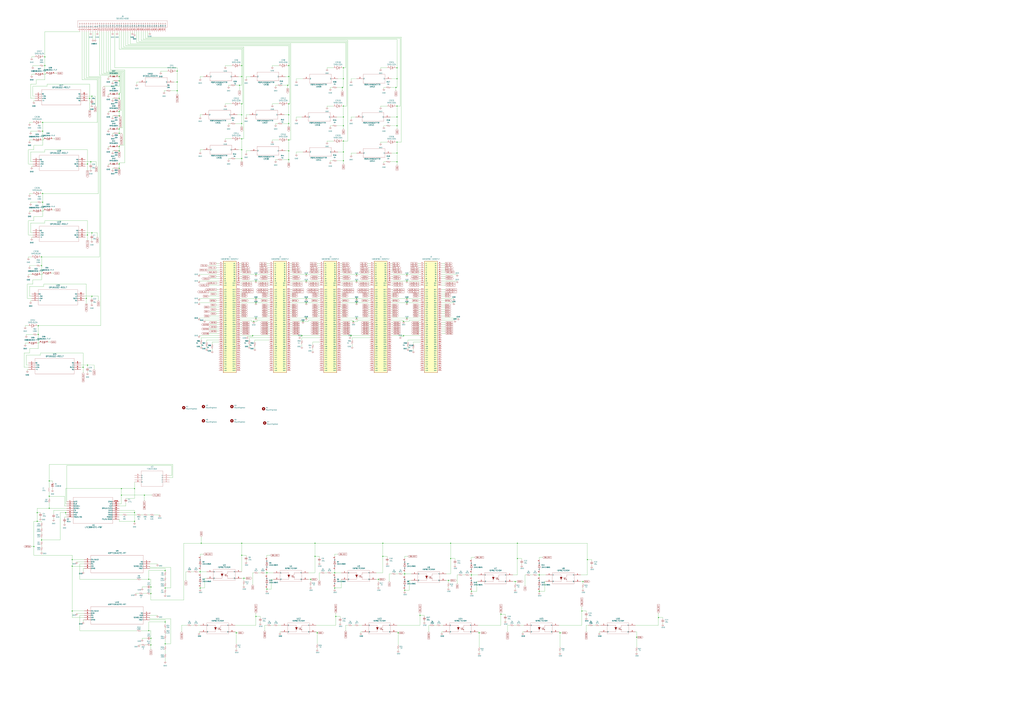
<source format=kicad_sch>
(kicad_sch (version 20231120) (generator "eeschema") (generator_version "8.0")
  (paper "A0")
  (junction (at 280.67 645.16))
  (junction (at 355.6 346.71))
  (junction (at 472.44 326.39))
  (junction (at 675.64 709.93))
  (junction (at 44.45 388.62))
  (junction (at 461.01 165.1))
  (junction (at 388.62 683.26))
  (junction (at 49.53 234.95))
  (junction (at 138.43 170.18))
  (junction (at 309.88 665.48))
  (junction (at 274.32 735.33))
  (junction (at 280.67 88.9))
  (junction (at 556.26 735.33))
  (junction (at 105.41 187.96))
  (junction (at 205.74 105.41))
  (junction (at 43.18 595.63))
  (junction (at 167.64 575.31))
  (junction (at 280.67 184.15))
  (junction (at 547.37 687.07))
  (junction (at 138.43 190.5))
  (junction (at 598.17 675.64))
  (junction (at 138.43 175.26))
  (junction (at 398.78 176.53))
  (junction (at 138.43 93.98))
  (junction (at 101.6 273.05))
  (junction (at 205.74 95.25))
  (junction (at 469.9 685.8))
  (junction (at 739.14 740.41))
  (junction (at 96.52 426.72))
  (junction (at 414.02 346.71))
  (junction (at 280.67 143.51))
  (junction (at 681.99 650.24))
  (junction (at 335.28 133.35))
  (junction (at 414.02 369.57))
  (junction (at 297.18 351.79))
  (junction (at 388.62 665.48))
  (junction (at 49.53 224.79))
  (junction (at 280.67 133.35))
  (junction (at 232.41 664.21))
  (junction (at 335.28 120.65))
  (junction (at 410.21 373.38))
  (junction (at 140.97 575.31))
  (junction (at 600.71 631.19))
  (junction (at 398.78 123.19))
  (junction (at 472.44 346.71))
  (junction (at 205.74 82.55))
  (junction (at 472.44 369.57))
  (junction (at 398.78 78.74))
  (junction (at 106.68 111.76))
  (junction (at 398.78 135.89))
  (junction (at 156.21 567.69))
  (junction (at 83.82 657.86))
  (junction (at 461.01 123.19))
  (junction (at 280.67 76.2))
  (junction (at 461.01 91.44))
  (junction (at 351.79 373.38))
  (junction (at 676.91 675.64))
  (junction (at 138.43 149.86))
  (junction (at 138.43 88.9))
  (junction (at 280.67 161.29))
  (junction (at 398.78 163.83))
  (junction (at 439.42 673.1))
  (junction (at 461.01 177.8))
  (junction (at 626.11 668.02))
  (junction (at 49.53 152.4))
  (junction (at 461.01 146.05))
  (junction (at 175.26 741.68))
  (junction (at 335.28 88.9))
  (junction (at 461.01 78.74))
  (junction (at 297.18 346.71))
  (junction (at 368.3 735.33))
  (junction (at 138.43 134.62))
  (junction (at 283.21 671.83))
  (junction (at 600.71 648.97))
  (junction (at 398.78 186.69))
  (junction (at 365.76 646.43))
  (junction (at 57.15 576.58))
  (junction (at 297.18 318.77))
  (junction (at 360.68 673.1))
  (junction (at 57.15 558.8))
  (junction (at 520.7 674.37))
  (junction (at 462.28 735.33))
  (junction (at 297.18 326.39))
  (junction (at 459.74 101.6))
  (junction (at 547.37 668.02))
  (junction (at 280.67 173.99))
  (junction (at 335.28 162.56))
  (junction (at 100.33 346.71))
  (junction (at 335.28 143.51))
  (junction (at 414.02 351.79))
  (junction (at 138.43 114.3))
  (junction (at 52.07 76.2))
  (junction (at 49.53 142.24))
  (junction (at 191.77 748.03))
  (junction (at 39.37 635))
  (junction (at 334.01 99.06))
  (junction (at 468.63 389.89))
  (junction (at 764.54 717.55))
  (junction (at 48.26 308.61))
  (junction (at 106.68 344.17))
  (junction (at 76.2 595.63))
  (junction (at 472.44 351.79))
  (junction (at 365.76 631.19))
  (junction (at 175.26 689.61))
  (junction (at 191.77 683.26))
  (junction (at 355.6 318.77))
  (junction (at 414.02 318.77))
  (junction (at 350.52 389.89))
  (junction (at 650.24 735.33))
  (junction (at 191.77 662.94))
  (junction (at 48.26 627.38))
  (junction (at 407.67 389.89))
  (junction (at 297.18 716.28))
  (junction (at 57.15 590.55))
  (junction (at 232.41 683.26))
  (junction (at 138.43 129.54))
  (junction (at 101.6 190.5))
  (junction (at 523.24 631.19))
  (junction (at 52.07 66.04))
  (junction (at 172.72 673.1))
  (junction (at 461.01 187.96))
  (junction (at 280.67 120.65))
  (junction (at 293.37 389.89))
  (junction (at 398.78 91.44))
  (junction (at 233.68 631.19))
  (junction (at 191.77 722.63))
  (junction (at 175.26 681.99))
  (junction (at 48.26 298.45))
  (junction (at 104.14 114.3))
  (junction (at 138.43 195.58))
  (junction (at 280.67 631.19))
  (junction (at 172.72 732.79))
  (junction (at 523.24 648.97))
  (junction (at 43.18 605.79))
  (junction (at 106.68 270.51))
  (junction (at 335.28 175.26))
  (junction (at 487.68 715.01))
  (junction (at 309.88 684.53))
  (junction (at 444.5 631.19))
  (junction (at 626.11 687.07))
  (junction (at 335.28 185.42))
  (junction (at 335.28 76.2))
  (junction (at 444.5 646.43))
  (junction (at 461.01 135.89))
  (junction (at 581.66 713.74))
  (junction (at 101.6 424.18))
  (junction (at 398.78 146.05))
  (junction (at 138.43 109.22))
  (junction (at 44.45 378.46))
  (junction (at 472.44 318.77))
  (junction (at 278.13 99.06))
  (junction (at 355.6 351.79))
  (junction (at 414.02 326.39))
  (junction (at 83.82 650.24))
  (junction (at 156.21 605.79))
  (junction (at 397.51 101.6))
  (junction (at 355.6 326.39))
  (junction (at 468.63 373.38))
  (junction (at 140.97 567.69))
  (junction (at 389.89 716.28))
  (junction (at 469.9 666.75))
  (junction (at 138.43 154.94))
  (junction (at 297.18 369.57))
  (junction (at 83.82 709.93))
  (junction (at 294.64 373.38))
  (junction (at 355.6 369.57))
  (junction (at 175.26 749.3))
  (junction (at 156.21 595.63))
  (wire (pts (xy 607.06 734.06) (xy 607.06 735.33)))
  (wire (pts (xy 92.71 673.1) (xy 158.75 673.1)))
  (wire (pts (xy 179.07 598.17) (xy 185.42 598.17)))
  (wire (pts (xy 427.99 354.33) (xy 429.26 354.33)))
  (wire (pts (xy 459.74 101.6) (xy 461.01 101.6)))
  (wire (pts (xy 449.58 646.43) (xy 444.5 646.43)))
  (wire (pts (xy 454.66 177.8) (xy 461.01 177.8)))
  (wire (pts (xy 251.46 341.63) (xy 254 341.63)))
  (wire (pts (xy 279.4 367.03) (xy 280.67 367.03)))
  (wire (pts (xy 33.02 424.18) (xy 30.48 424.18)))
  (wire (pts (xy 516.89 308.61) (xy 513.08 308.61)))
  (wire (pts (xy 293.37 665.48) (xy 294.64 665.48)))
  (wire (pts (xy 237.49 372.11) (xy 254 372.11)))
  (wire (pts (xy 396.24 364.49) (xy 397.51 364.49)))
  (wire (pts (xy 76.2 585.47) (xy 77.47 585.47)))
  (wire (pts (xy 194.31 82.55) (xy 186.69 82.55)))
  (wire (pts (xy 55.88 397.51) (xy 58.42 397.51)))
  (wire (pts (xy 389.89 712.47) (xy 389.89 716.28)))
  (wire (pts (xy 396.24 382.27) (xy 397.51 382.27)))
  (wire (pts (xy 350.52 391.16) (xy 350.52 389.89)))
  (wire (pts (xy 513.08 372.11) (xy 528.32 372.11)))
  (wire (pts (xy 322.58 143.51) (xy 320.04 143.51)))
  (wire (pts (xy 416.56 726.44) (xy 420.37 726.44)))
  (wire (pts (xy 139.7 134.62) (xy 138.43 134.62)))
  (wire (pts (xy 581.66 713.74) (xy 581.66 726.44)))
  (wire (pts (xy 739.14 734.06) (xy 737.87 734.06)))
  (wire (pts (xy 281.94 120.65) (xy 280.67 120.65)))
  (wire (pts (xy 407.67 135.89) (xy 412.75 135.89)))
  (wire (pts (xy 138.43 114.3) (xy 138.43 109.22)))
  (wire (pts (xy 297.18 712.47) (xy 297.18 716.28)))
  (wire (pts (xy 118.11 36.83) (xy 118.11 86.36)))
  (wire (pts (xy 279.4 387.35) (xy 280.67 387.35)))
  (wire (pts (xy 48.26 612.14) (xy 48.26 613.41)))
  (wire (pts (xy 63.5 85.09) (xy 66.04 85.09)))
  (wire (pts (xy 232.41 88.9) (xy 236.22 88.9)))
  (wire (pts (xy 280.67 120.65) (xy 280.67 133.35)))
  (wire (pts (xy 335.28 175.26) (xy 335.28 185.42)))
  (wire (pts (xy 45.72 398.78) (xy 45.72 397.51)))
  (wire (pts (xy 513.08 318.77) (xy 530.86 318.77)))
  (wire (pts (xy 335.28 133.35) (xy 335.28 143.51)))
  (wire (pts (xy 556.26 734.06) (xy 554.99 734.06)))
  (wire (pts (xy 173.99 660.4) (xy 191.77 660.4)))
  (wire (pts (xy 281.94 55.88) (xy 281.94 120.65)))
  (wire (pts (xy 97.79 91.44) (xy 114.3 91.44)))
  (wire (pts (xy 285.75 645.16) (xy 280.67 645.16)))
  (wire (pts (xy 138.43 189.23) (xy 138.43 190.5)))
  (wire (pts (xy 280.67 88.9) (xy 280.67 99.06)))
  (wire (pts (xy 581.66 712.47) (xy 581.66 713.74)))
  (wire (pts (xy 427.99 328.93) (xy 429.26 328.93)))
  (wire (pts (xy 492.76 721.36) (xy 492.76 722.63)))
  (wire (pts (xy 60.96 567.69) (xy 60.96 568.96)))
  (wire (pts (xy 285.75 133.35) (xy 289.56 133.35)))
  (wire (pts (xy 311.15 311.15) (xy 312.42 311.15)))
  (wire (pts (xy 370.84 646.43) (xy 365.76 646.43)))
  (wire (pts (xy 138.43 114.3) (xy 138.43 115.57)))
  (wire (pts (xy 52.07 66.04) (xy 52.07 76.2)))
  (wire (pts (xy 190.5 105.41) (xy 190.5 106.68)))
  (wire (pts (xy 231.14 326.39) (xy 254 326.39)))
  (wire (pts (xy 553.72 687.07) (xy 547.37 687.07)))
  (wire (pts (xy 31.75 330.2) (xy 31.75 346.71)))
  (wire (pts (xy 280.67 631.19) (xy 365.76 631.19)))
  (wire (pts (xy 116.84 378.46) (xy 44.45 378.46)))
  (wire (pts (xy 311.15 313.69) (xy 312.42 313.69)))
  (wire (pts (xy 161.29 95.25) (xy 158.75 95.25)))
  (wire (pts (xy 309.88 665.48) (xy 309.88 668.02)))
  (wire (pts (xy 36.83 318.77) (xy 33.02 318.77)))
  (wire (pts (xy 280.67 76.2) (xy 280.67 88.9)))
  (wire (pts (xy 215.9 664.21) (xy 217.17 664.21)))
  (wire (pts (xy 335.28 185.42) (xy 335.28 189.23)))
  (wire (pts (xy 153.67 36.83) (xy 153.67 38.1)))
  (wire (pts (xy 52.07 92.71) (xy 41.91 92.71)))
  (wire (pts (xy 337.82 351.79) (xy 355.6 351.79)))
  (wire (pts (xy 454.66 367.03) (xy 455.93 367.03)))
  (wire (pts (xy 49.53 251.46) (xy 39.37 251.46)))
  (wire (pts (xy 166.37 45.72) (xy 461.01 45.72)))
  (wire (pts (xy 680.72 726.44) (xy 683.26 726.44)))
  (wire (pts (xy 191.77 681.99) (xy 191.77 683.26)))
  (wire (pts (xy 453.39 135.89) (xy 461.01 135.89)))
  (wire (pts (xy 138.43 175.26) (xy 138.43 170.18)))
  (wire (pts (xy 474.98 674.37) (xy 474.98 685.8)))
  (wire (pts (xy 369.57 356.87) (xy 370.84 356.87)))
  (wire (pts (xy 427.99 344.17) (xy 429.26 344.17)))
  (wire (pts (xy 48.26 224.79) (xy 49.53 224.79)))
  (wire (pts (xy 144.78 81.28) (xy 128.27 81.28)))
  (wire (pts (xy 739.14 734.06) (xy 739.14 740.41)))
  (wire (pts (xy 520.7 681.99) (xy 520.7 683.26)))
  (wire (pts (xy 104.14 114.3) (xy 101.6 114.3)))
  (wire (pts (xy 454.66 351.79) (xy 472.44 351.79)))
  (wire (pts (xy 289.56 400.05) (xy 289.56 402.59)))
  (wire (pts (xy 337.82 339.09) (xy 339.09 339.09)))
  (wire (pts (xy 41.91 97.79) (xy 35.56 97.79)))
  (wire (pts (xy 396.24 377.19) (xy 397.51 377.19)))
  (wire (pts (xy 138.43 36.83) (xy 138.43 57.15)))
  (wire (pts (xy 407.67 91.44) (xy 407.67 93.98)))
  (wire (pts (xy 454.66 389.89) (xy 468.63 389.89)))
  (wire (pts (xy 48.26 234.95) (xy 49.53 234.95)))
  (wire (pts (xy 472.44 326.39) (xy 487.68 326.39)))
  (wire (pts (xy 311.15 387.35) (xy 312.42 387.35)))
  (wire (pts (xy 337.82 50.8) (xy 337.82 162.56)))
  (wire (pts (xy 251.46 336.55) (xy 254 336.55)))
  (wire (pts (xy 138.43 93.98) (xy 138.43 88.9)))
  (wire (pts (xy 427.99 367.03) (xy 429.26 367.03)))
  (wire (pts (xy 327.66 185.42) (xy 335.28 185.42)))
  (wire (pts (xy 38.1 76.2) (xy 38.1 77.47)))
  (wire (pts (xy 35.56 259.08) (xy 52.07 259.08)))
  (wire (pts (xy 554.99 675.64) (xy 553.72 675.64)))
  (wire (pts (xy 337.82 374.65) (xy 339.09 374.65)))
  (wire (pts (xy 48.26 162.56) (xy 50.8 162.56)))
  (wire (pts (xy 130.81 36.83) (xy 130.81 38.1)))
  (wire (pts (xy 232.41 734.06) (xy 231.14 734.06)))
  (wire (pts (xy 394.97 722.63) (xy 394.97 723.9)))
  (wire (pts (xy 45.72 76.2) (xy 38.1 76.2)))
  (wire (pts (xy 106.68 351.79) (xy 106.68 353.06)))
  (wire (pts (xy 76.2 595.63) (xy 69.85 595.63)))
  (wire (pts (xy 459.74 78.74) (xy 461.01 78.74)))
  (wire (pts (xy 335.28 76.2) (xy 335.28 88.9)))
  (wire (pts (xy 96.52 426.72) (xy 93.98 426.72)))
  (wire (pts (xy 461.01 91.44) (xy 461.01 101.6)))
  (wire (pts (xy 106.68 120.65) (xy 106.68 121.92)))
  (wire (pts (xy 396.24 349.25) (xy 397.51 349.25)))
  (wire (pts (xy 680.72 716.28) (xy 680.72 717.55)))
  (wire (pts (xy 43.18 388.62) (xy 44.45 388.62)))
  (wire (pts (xy 137.16 93.98) (xy 138.43 93.98)))
  (wire (pts (xy 39.37 256.54) (xy 33.02 256.54)))
  (wire (pts (xy 43.18 595.63) (xy 43.18 605.79)))
  (wire (pts (xy 146.05 36.83) (xy 146.05 53.34)))
  (wire (pts (xy 334.01 99.06) (xy 335.28 99.06)))
  (wire (pts (xy 35.56 97.79) (xy 35.56 114.3)))
  (wire (pts (xy 441.96 78.74) (xy 441.96 80.01)))
  (wire (pts (xy 279.4 369.57) (xy 297.18 369.57)))
  (wire (pts (xy 383.54 146.05) (xy 383.54 147.32)))
  (wire (pts (xy 77.47 593.09) (xy 62.23 593.09)))
  (wire (pts (xy 369.57 382.27) (xy 370.84 382.27)))
  (wire (pts (xy 441.96 165.1) (xy 441.96 166.37)))
  (wire (pts (xy 158.75 95.25) (xy 158.75 97.79)))
  (wire (pts (xy 680.72 711.2) (xy 680.72 709.93)))
  (wire (pts (xy 311.15 339.09) (xy 312.42 339.09)))
  (wire (pts (xy 516.89 364.49) (xy 513.08 364.49)))
  (wire (pts (xy 396.24 673.1) (xy 396.24 683.26)))
  (wire (pts (xy 407.67 389.89) (xy 429.26 389.89)))
  (wire (pts (xy 168.91 44.45) (xy 464.82 44.45)))
  (wire (pts (xy 402.59 48.26) (xy 402.59 123.19)))
  (wire (pts (xy 492.76 715.01) (xy 487.68 715.01)))
  (wire (pts (xy 337.82 326.39) (xy 355.6 326.39)))
  (wire (pts (xy 33.02 190.5) (xy 38.1 190.5)))
  (wire (pts (xy 105.41 187.96) (xy 111.76 187.96)))
  (wire (pts (xy 392.43 176.53) (xy 398.78 176.53)))
  (wire (pts (xy 166.37 36.83) (xy 166.37 45.72)))
  (wire (pts (xy 57.15 584.2) (xy 57.15 590.55)))
  (wire (pts (xy 335.28 143.51) (xy 335.28 147.32)))
  (wire (pts (xy 449.58 652.78) (xy 449.58 654.05)))
  (wire (pts (xy 687.07 650.24) (xy 681.99 650.24)))
  (wire (pts (xy 486.41 379.73) (xy 487.68 379.73)))
  (wire (pts (xy 132.08 93.98) (xy 130.81 93.98)))
  (wire (pts (xy 650.24 734.06) (xy 650.24 735.33)))
  (wire (pts (xy 337.82 311.15) (xy 339.09 311.15)))
  (wire (pts (xy 337.82 367.03) (xy 339.09 367.03)))
  (wire (pts (xy 485.14 308.61) (xy 487.68 308.61)))
  (wire (pts (xy 140.97 575.31) (xy 140.97 585.47)))
  (wire (pts (xy 106.68 111.76) (xy 106.68 115.57)))
  (wire (pts (xy 251.46 379.73) (xy 254 379.73)))
  (wire (pts (xy 316.23 162.56) (xy 316.23 163.83)))
  (wire (pts (xy 138.43 598.17) (xy 142.24 598.17)))
  (wire (pts (xy 39.37 116.84) (xy 39.37 118.11)))
  (wire (pts (xy 38.1 142.24) (xy 34.29 142.24)))
  (wire (pts (xy 469.9 685.8) (xy 469.9 687.07)))
  (wire (pts (xy 469.9 666.75) (xy 477.52 666.75)))
  (wire (pts (xy 331.47 175.26) (xy 335.28 175.26)))
  (wire (pts (xy 279.4 389.89) (xy 293.37 389.89)))
  (wire (pts (xy 337.82 321.31) (xy 339.09 321.31)))
  (wire (pts (xy 414.02 351.79) (xy 429.26 351.79)))
  (wire (pts (xy 34.29 142.24) (xy 34.29 143.51)))
  (wire (pts (xy 326.39 734.06) (xy 325.12 734.06)))
  (wire (pts (xy 486.41 387.35) (xy 487.68 387.35)))
  (wire (pts (xy 138.43 100.33) (xy 138.43 93.98)))
  (wire (pts (xy 293.37 665.48) (xy 293.37 679.45)))
  (wire (pts (xy 229.87 664.21) (xy 232.41 664.21)))
  (wire (pts (xy 125.73 82.55) (xy 143.51 82.55)))
  (wire (pts (xy 57.15 571.5) (xy 57.15 576.58)))
  (wire (pts (xy 396.24 306.07) (xy 397.51 306.07)))
  (wire (pts (xy 697.23 734.06) (xy 695.96 734.06)))
  (wire (pts (xy 369.57 341.63) (xy 370.84 341.63)))
  (wire (pts (xy 379.73 78.74) (xy 379.73 80.01)))
  (wire (pts (xy 316.23 120.65) (xy 316.23 121.92)))
  (wire (pts (xy 626.11 687.07) (xy 626.11 688.34)))
  (wire (pts (xy 254 394.97) (xy 240.03 394.97)))
  (wire (pts (xy 355.6 318.77) (xy 370.84 318.77)))
  (wire (pts (xy 44.45 405.13) (xy 34.29 405.13)))
  (wire (pts (xy 237.49 683.26) (xy 232.41 683.26)))
  (wire (pts (xy 295.91 402.59) (xy 295.91 405.13)))
  (wire (pts (xy 426.72 306.07) (xy 429.26 306.07)))
  (wire (pts (xy 191.77 742.95) (xy 191.77 748.03)))
  (wire (pts (xy 261.62 76.2) (xy 261.62 77.47)))
  (wire (pts (xy 156.21 607.06) (xy 156.21 605.79)))
  (wire (pts (xy 200.66 539.75) (xy 57.15 539.75)))
  (wire (pts (xy 198.12 683.26) (xy 191.77 683.26)))
  (wire (pts (xy 547.37 647.7) (xy 547.37 650.24)))
  (wire (pts (xy 109.22 424.18) (xy 109.22 429.26)))
  (wire (pts (xy 105.41 195.58) (xy 105.41 196.85)))
  (wire (pts (xy 516.89 336.55) (xy 513.08 336.55)))
  (wire (pts (xy 337.82 316.23) (xy 339.09 316.23)))
  (wire (pts (xy 466.09 165.1) (xy 461.01 165.1)))
  (wire (pts (xy 695.96 726.44) (xy 697.23 726.44)))
  (wire (pts (xy 205.74 105.41) (xy 205.74 109.22)))
  (wire (pts (xy 113.03 142.24) (xy 49.53 142.24)))
  (wire (pts (xy 38.1 187.96) (xy 35.56 187.96)))
  (wire (pts (xy 516.89 359.41) (xy 513.08 359.41)))
  (wire (pts (xy 279.4 349.25) (xy 280.67 349.25)))
  (wire (pts (xy 429.26 392.43) (xy 408.94 392.43)))
  (wire (pts (xy 486.41 313.69) (xy 487.68 313.69)))
  (wire (pts (xy 334.01 76.2) (xy 335.28 76.2)))
  (wire (pts (xy 427.99 313.69) (xy 429.26 313.69)))
  (wire (pts (xy 439.42 680.72) (xy 439.42 681.99)))
  (wire (pts (xy 222.25 726.44) (xy 224.79 726.44)))
  (wire (pts (xy 279.4 308.61) (xy 280.67 308.61)))
  (wire (pts (xy 370.84 647.7) (xy 370.84 646.43)))
  (wire (pts (xy 336.55 120.65) (xy 335.28 120.65)))
  (wire (pts (xy 516.89 374.65) (xy 513.08 374.65)))
  (wire (pts (xy 454.66 382.27) (xy 455.93 382.27)))
  (wire (pts (xy 36.83 349.25) (xy 35.56 349.25)))
  (wire (pts (xy 360.68 673.1) (xy 360.68 675.64)))
  (wire (pts (xy 369.57 364.49) (xy 370.84 364.49)))
  (wire (pts (xy 530.86 668.02) (xy 530.86 678.18)))
  (wire (pts (xy 175.26 673.1) (xy 172.72 673.1)))
  (wire (pts (xy 769.62 718.82) (xy 769.62 717.55)))
  (wire (pts (xy 605.79 650.24) (xy 605.79 648.97)))
  (wire (pts (xy 33.02 398.78) (xy 29.21 398.78)))
  (wire (pts (xy 101.6 173.99) (xy 101.6 190.5)))
  (wire (pts (xy 107.95 36.83) (xy 107.95 45.72)))
  (wire (pts (xy 279.4 323.85) (xy 280.67 323.85)))
  (wire (pts (xy 163.83 732.79) (xy 172.72 732.79)))
  (wire (pts (xy 34.29 245.11) (xy 34.29 246.38)))
  (wire (pts (xy 605.79 648.97) (xy 600.71 648.97)))
  (wire (pts (xy 273.05 726.44) (xy 297.18 726.44)))
  (wire (pts (xy 547.37 668.02) (xy 547.37 670.56)))
  (wire (pts (xy 132.08 134.62) (xy 130.81 134.62)))
  (wire (pts (xy 147.32 598.17) (xy 158.75 598.17)))
  (wire (pts (xy 396.24 323.85) (xy 397.51 323.85)))
  (wire (pts (xy 391.16 146.05) (xy 398.78 146.05)))
  (wire (pts (xy 392.43 91.44) (xy 398.78 91.44)))
  (wire (pts (xy 467.36 372.11) (xy 467.36 373.38)))
  (wire (pts (xy 589.28 726.44) (xy 591.82 726.44)))
  (wire (pts (xy 265.43 184.15) (xy 265.43 185.42)))
  (wire (pts (xy 35.56 152.4) (xy 35.56 153.67)))
  (wire (pts (xy 101.6 111.76) (xy 106.68 111.76)))
  (wire (pts (xy 414.02 369.57) (xy 429.26 369.57)))
  (wire (pts (xy 38.1 325.12) (xy 38.1 330.2)))
  (wire (pts (xy 384.81 665.48) (xy 388.62 665.48)))
  (wire (pts (xy 311.15 382.27) (xy 312.42 382.27)))
  (wire (pts (xy 311.15 328.93) (xy 312.42 328.93)))
  (wire (pts (xy 279.4 384.81) (xy 280.67 384.81)))
  (wire (pts (xy 454.66 377.19) (xy 455.93 377.19)))
  (wire (pts (xy 48.26 624.84) (xy 48.26 627.38)))
  (wire (pts (xy 232.41 173.99) (xy 232.41 176.53)))
  (wire (pts (xy 487.68 372.11) (xy 474.98 372.11)))
  (wire (pts (xy 232.41 664.21) (xy 232.41 666.75)))
  (wire (pts (xy 105.41 187.96) (xy 105.41 190.5)))
  (wire (pts (xy 293.37 389.89) (xy 312.42 389.89)))
  (wire (pts (xy 454.66 328.93) (xy 455.93 328.93)))
  (wire (pts (xy 516.89 382.27) (xy 513.08 382.27)))
  (wire (pts (xy 205.74 95.25) (xy 205.74 105.41)))
  (wire (pts (xy 254 397.51) (xy 246.38 397.51)))
  (wire (pts (xy 335.28 120.65) (xy 335.28 133.35)))
  (wire (pts (xy 368.3 306.07) (xy 370.84 306.07)))
  (wire (pts (xy 313.69 645.16) (xy 309.88 645.16)))
  (wire (pts (xy 69.85 627.38) (xy 48.26 627.38)))
  (wire (pts (xy 125.73 170.18) (xy 125.73 171.45)))
  (wire (pts (xy 46.99 410.21) (xy 96.52 410.21)))
  (wire (pts (xy 92.71 715.01) (xy 92.71 732.79)))
  (wire (pts (xy 279.4 354.33) (xy 280.67 354.33)))
  (wire (pts (xy 396.24 387.35) (xy 397.51 387.35)))
  (wire (pts (xy 516.89 349.25) (xy 513.08 349.25)))
  (wire (pts (xy 101.6 273.05) (xy 99.06 273.05)))
  (wire (pts (xy 396.24 683.26) (xy 388.62 683.26)))
  (wire (pts (xy 454.66 379.73) (xy 455.93 379.73)))
  (wire (pts (xy 279.4 161.29) (xy 280.67 161.29)))
  (wire (pts (xy 448.31 146.05) (xy 445.77 146.05)))
  (wire (pts (xy 100.33 90.17) (xy 115.57 90.17)))
  (wire (pts (xy 598.17 675.64) (xy 600.71 675.64)))
  (wire (pts (xy 173.99 36.83) (xy 173.99 38.1)))
  (wire (pts (xy 402.59 123.19) (xy 398.78 123.19)))
  (wire (pts (xy 97.79 720.09) (xy 96.52 720.09)))
  (wire (pts (xy 337.82 323.85) (xy 339.09 323.85)))
  (wire (pts (xy 38.1 162.56) (xy 34.29 162.56)))
  (wire (pts (xy 35.56 234.95) (xy 35.56 236.22)))
  (wire (pts (xy 454.66 384.81) (xy 455.93 384.81)))
  (wire (pts (xy 127 109.22) (xy 125.73 109.22)))
  (wire (pts (xy 231.14 318.77) (xy 254 318.77)))
  (wire (pts (xy 115.57 87.63) (xy 138.43 87.63)))
  (wire (pts (xy 35.56 635) (xy 39.37 635)))
  (wire (pts (xy 297.18 716.28) (xy 297.18 726.44)))
  (wire (pts (xy 57.15 558.8) (xy 57.15 566.42)))
  (wire (pts (xy 251.46 354.33) (xy 254 354.33)))
  (wire (pts (xy 516.89 313.69) (xy 513.08 313.69)))
  (wire (pts (xy 62.23 601.98) (xy 62.23 603.25)))
  (wire (pts (xy 396.24 369.57) (xy 414.02 369.57)))
  (wire (pts (xy 52.07 176.53) (xy 52.07 173.99)))
  (wire (pts (xy 38.1 245.11) (xy 34.29 245.11)))
  (wire (pts (xy 427.99 316.23) (xy 429.26 316.23)))
  (wire (pts (xy 427.99 311.15) (xy 429.26 311.15)))
  (wire (pts (xy 191.77 662.94) (xy 191.77 664.21)))
  (wire (pts (xy 676.91 683.26) (xy 676.91 684.53)))
  (wire (pts (xy 34.29 308.61) (xy 34.29 309.88)))
  (wire (pts (xy 77.47 541.02) (xy 199.39 541.02)))
  (wire (pts (xy 280.67 133.35) (xy 280.67 143.51)))
  (wire (pts (xy 35.56 187.96) (xy 35.56 176.53)))
  (wire (pts (xy 369.57 387.35) (xy 370.84 387.35)))
  (wire (pts (xy 172.72 662.94) (xy 191.77 662.94)))
  (wire (pts (xy 138.43 195.58) (xy 138.43 190.5)))
  (wire (pts (xy 629.92 647.7) (xy 626.11 647.7)))
  (wire (pts (xy 444.5 631.19) (xy 444.5 646.43)))
  (wire (pts (xy 198.12 718.82) (xy 198.12 748.03)))
  (wire (pts (xy 454.66 336.55) (xy 455.93 336.55)))
  (wire (pts (xy 83.82 650.24) (xy 83.82 657.86)))
  (wire (pts (xy 36.83 86.36) (xy 36.83 87.63)))
  (wire (pts (xy 454.66 344.17) (xy 455.93 344.17)))
  (wire (pts (xy 293.37 391.16) (xy 293.37 389.89)))
  (wire (pts (xy 396.24 359.41) (xy 397.51 359.41)))
  (wire (pts (xy 143.51 36.83) (xy 143.51 54.61)))
  (wire (pts (xy 213.36 631.19) (xy 233.68 631.19)))
  (wire (pts (xy 369.57 323.85) (xy 370.84 323.85)))
  (wire (pts (xy 459.74 101.6) (xy 459.74 105.41)))
  (wire (pts (xy 33.02 429.26) (xy 31.75 429.26)))
  (wire (pts (xy 132.08 195.58) (xy 130.81 195.58)))
  (wire (pts (xy 408.94 400.05) (xy 408.94 402.59)))
  (wire (pts (xy 586.74 713.74) (xy 581.66 713.74)))
  (wire (pts (xy 369.57 313.69) (xy 370.84 313.69)))
  (wire (pts (xy 125.73 149.86) (xy 125.73 151.13)))
  (wire (pts (xy 161.29 48.26) (xy 402.59 48.26)))
  (wire (pts (xy 231.14 389.89) (xy 254 389.89)))
  (wire (pts (xy 279.4 120.65) (xy 280.67 120.65)))
  (wire (pts (xy 401.32 726.44) (xy 403.86 726.44)))
  (wire (pts (xy 394.97 717.55) (xy 394.97 716.28)))
  (wire (pts (xy 454.66 346.71) (xy 472.44 346.71)))
  (wire (pts (xy 454.66 313.69) (xy 455.93 313.69)))
  (wire (pts (xy 113.03 36.83) (xy 113.03 38.1)))
  (wire (pts (xy 276.86 173.99) (xy 280.67 173.99)))
  (wire (pts (xy 553.72 675.64) (xy 553.72 687.07)))
  (wire (pts (xy 391.16 186.69) (xy 398.78 186.69)))
  (wire (pts (xy 41.91 92.71) (xy 41.91 97.79)))
  (wire (pts (xy 740.41 740.41) (xy 739.14 740.41)))
  (wire (pts (xy 279.4 361.95) (xy 280.67 361.95)))
  (wire (pts (xy 368.3 734.06) (xy 368.3 735.33)))
  (wire (pts (xy 600.71 631.19) (xy 681.99 631.19)))
  (wire (pts (xy 454.66 349.25) (xy 455.93 349.25)))
  (wire (pts (xy 396.24 372.11) (xy 408.94 372.11)))
  (wire (pts (xy 511.81 726.44) (xy 514.35 726.44)))
  (wire (pts (xy 97.79 660.4) (xy 96.52 660.4)))
  (wire (pts (xy 626.11 668.02) (xy 626.11 670.56)))
  (wire (pts (xy 146.05 53.34) (xy 335.28 53.34)))
  (wire (pts (xy 558.8 735.33) (xy 556.26 735.33)))
  (wire (pts (xy 46.99 298.45) (xy 48.26 298.45)))
  (wire (pts (xy 140.97 85.09) (xy 140.97 128.27)))
  (wire (pts (xy 251.46 374.65) (xy 254 374.65)))
  (wire (pts (xy 83.82 645.16) (xy 83.82 650.24)))
  (wire (pts (xy 144.78 189.23) (xy 138.43 189.23)))
  (wire (pts (xy 337.82 354.33) (xy 339.09 354.33)))
  (wire (pts (xy 516.89 367.03) (xy 513.08 367.03)))
  (wire (pts (xy 764.54 712.47) (xy 764.54 717.55)))
  (wire (pts (xy 283.21 679.45) (xy 283.21 680.72)))
  (wire (pts (xy 397.51 101.6) (xy 397.51 105.41)))
  (wire (pts (xy 396.24 346.71) (xy 414.02 346.71)))
  (wire (pts (xy 115.57 36.83) (xy 115.57 87.63)))
  (wire (pts (xy 168.91 749.3) (xy 170.18 749.3)))
  (wire (pts (xy 337.82 306.07) (xy 339.09 306.07)))
  (wire (pts (xy 453.39 146.05) (xy 461.01 146.05)))
  (wire (pts (xy 396.24 321.31) (xy 397.51 321.31)))
  (wire (pts (xy 314.96 726.44) (xy 317.5 726.44)))
  (wire (pts (xy 516.89 356.87) (xy 513.08 356.87)))
  (wire (pts (xy 383.54 186.69) (xy 383.54 187.96)))
  (wire (pts (xy 556.26 756.92) (xy 556.26 758.19)))
  (wire (pts (xy 396.24 318.77) (xy 414.02 318.77)))
  (wire (pts (xy 454.66 374.65) (xy 455.93 374.65)))
  (wire (pts (xy 165.1 741.68) (xy 170.18 741.68)))
  (wire (pts (xy 486.41 321.31) (xy 487.68 321.31)))
  (wire (pts (xy 312.42 392.43) (xy 289.56 392.43)))
  (wire (pts (xy 358.14 673.1) (xy 360.68 673.1)))
  (wire (pts (xy 337.82 379.73) (xy 339.09 379.73)))
  (wire (pts (xy 44.45 378.46) (xy 44.45 388.62)))
  (wire (pts (xy 231.14 346.71) (xy 254 346.71)))
  (wire (pts (xy 388.62 665.48) (xy 388.62 666.75)))
  (wire (pts (xy 311.15 316.23) (xy 312.42 316.23)))
  (wire (pts (xy 401.32 49.53) (xy 401.32 78.74)))
  (wire (pts (xy 186.69 82.55) (xy 186.69 83.82)))
  (wire (pts (xy 280.67 664.21) (xy 280.67 645.16)))
  (wire (pts (xy 46.99 600.71) (xy 46.99 601.98)))
  (wire (pts (xy 427.99 349.25) (xy 429.26 349.25)))
  (wire (pts (xy 444.5 646.43) (xy 444.5 665.48)))
  (wire (pts (xy 369.57 328.93) (xy 370.84 328.93)))
  (wire (pts (xy 337.82 331.47) (xy 339.09 331.47)))
  (wire (pts (xy 35.56 270.51) (xy 35.56 259.08)))
  (wire (pts (xy 92.71 655.32) (xy 92.71 673.1)))
  (wire (pts (xy 130.81 195.58) (xy 130.81 196.85)))
  (wire (pts (xy 96.52 720.09) (xy 96.52 722.63)))
  (wire (pts (xy 626.11 665.48) (xy 626.11 668.02)))
  (wire (pts (xy 454.66 339.09) (xy 455.93 339.09)))
  (wire (pts (xy 449.58 78.74) (xy 441.96 78.74)))
  (wire (pts (xy 337.82 387.35) (xy 339.09 387.35)))
  (wire (pts (xy 365.76 631.19) (xy 444.5 631.19)))
  (wire (pts (xy 106.68 344.17) (xy 106.68 346.71)))
  (wire (pts (xy 285.75 88.9) (xy 285.75 91.44)))
  (wire (pts (xy 242.57 377.19) (xy 254 377.19)))
  (wire (pts (xy 369.57 344.17) (xy 370.84 344.17)))
  (wire (pts (xy 36.83 275.59) (xy 36.83 276.86)))
  (wire (pts (xy 175.26 689.61) (xy 175.26 697.23)))
  (wire (pts (xy 267.97 99.06) (xy 265.43 99.06)))
  (wire (pts (xy 140.97 567.69) (xy 76.2 567.69)))
  (wire (pts (xy 504.19 726.44) (xy 506.73 726.44)))
  (wire (pts (xy 368.3 753.11) (xy 368.3 754.38)))
  (wire (pts (xy 34.29 162.56) (xy 34.29 163.83)))
  (wire (pts (xy 289.56 392.43) (xy 289.56 394.97)))
  (wire (pts (xy 311.15 321.31) (xy 312.42 321.31)))
  (wire (pts (xy 34.29 224.79) (xy 34.29 226.06)))
  (wire (pts (xy 83.82 709.93) (xy 97.79 709.93)))
  (wire (pts (xy 140.97 55.88) (xy 281.94 55.88)))
  (wire (pts (xy 461.01 187.96) (xy 461.01 191.77)))
  (wire (pts (xy 486.41 311.15) (xy 487.68 311.15)))
  (wire (pts (xy 167.64 575.31) (xy 176.53 575.31)))
  (wire (pts (xy 83.82 657.86) (xy 83.82 709.93)))
  (wire (pts (xy 280.67 671.83) (xy 283.21 671.83)))
  (wire (pts (xy 427.99 364.49) (xy 429.26 364.49)))
  (wire (pts (xy 156.21 579.12) (xy 156.21 567.69)))
  (wire (pts (xy 397.51 78.74) (xy 398.78 78.74)))
  (wire (pts (xy 38.1 111.76) (xy 38.1 100.33)))
  (wire (pts (xy 350.52 392.43) (xy 350.52 394.97)))
  (wire (pts (xy 444.5 631.19) (xy 523.24 631.19)))
  (wire (pts (xy 114.3 91.44) (xy 114.3 224.79)))
  (wire (pts (xy 111.76 187.96) (xy 111.76 193.04)))
  (wire (pts (xy 459.74 123.19) (xy 461.01 123.19)))
  (wire (pts (xy 140.97 154.94) (xy 138.43 154.94)))
  (wire (pts (xy 468.63 391.16) (xy 468.63 389.89)))
  (wire (pts (xy 369.57 379.73) (xy 370.84 379.73)))
  (wire (pts (xy 516.89 306.07) (xy 513.08 306.07)))
  (wire (pts (xy 172.72 732.79) (xy 172.72 722.63)))
  (wire (pts (xy 516.89 331.47) (xy 513.08 331.47)))
  (wire (pts (xy 83.82 657.86) (xy 97.79 657.86)))
  (wire (pts (xy 459.74 165.1) (xy 461.01 165.1)))
  (wire (pts (xy 279.4 313.69) (xy 280.67 313.69)))
  (wire (pts (xy 43.18 590.55) (xy 43.18 595.63)))
  (wire (pts (xy 469.9 664.21) (xy 469.9 666.75)))
  (wire (pts (xy 83.82 650.24) (xy 97.79 650.24)))
  (wire (pts (xy 486.41 336.55) (xy 487.68 336.55)))
  (wire (pts (xy 151.13 36.83) (xy 151.13 50.8)))
  (wire (pts (xy 171.45 598.17) (xy 173.99 598.17)))
  (wire (pts (xy 137.16 154.94) (xy 138.43 154.94)))
  (wire (pts (xy 50.8 66.04) (xy 52.07 66.04)))
  (wire (pts (xy 132.08 154.94) (xy 130.81 154.94)))
  (wire (pts (xy 337.82 162.56) (xy 335.28 162.56)))
  (wire (pts (xy 397.51 123.19) (xy 398.78 123.19)))
  (wire (pts (xy 473.71 402.59) (xy 473.71 405.13)))
  (wire (pts (xy 396.24 339.09) (xy 397.51 339.09)))
  (wire (pts (xy 337.82 389.89) (xy 350.52 389.89)))
  (wire (pts (xy 486.41 374.65) (xy 487.68 374.65)))
  (wire (pts (xy 547.37 665.48) (xy 547.37 668.02)))
  (wire (pts (xy 233.68 400.05) (xy 233.68 402.59)))
  (wire (pts (xy 175.26 732.79) (xy 175.26 741.68)))
  (wire (pts (xy 486.41 359.41) (xy 487.68 359.41)))
  (wire (pts (xy 769.62 717.55) (xy 764.54 717.55)))
  (wire (pts (xy 34.29 410.21) (xy 27.94 410.21)))
  (wire (pts (xy 311.15 377.19) (xy 312.42 377.19)))
  (wire (pts (xy 158.75 49.53) (xy 401.32 49.53)))
  (wire (pts (xy 454.66 372.11) (xy 467.36 372.11)))
  (wire (pts (xy 251.46 328.93) (xy 254 328.93)))
  (wire (pts (xy 115.57 90.17) (xy 115.57 298.45)))
  (wire (pts (xy 675.64 704.85) (xy 675.64 709.93)))
  (wire (pts (xy 464.82 123.19) (xy 461.01 123.19)))
  (wire (pts (xy 274.32 734.06) (xy 273.05 734.06)))
  (wire (pts (xy 487.68 397.51) (xy 480.06 397.51)))
  (wire (pts (xy 454.66 306.07) (xy 455.93 306.07)))
  (wire (pts (xy 175.26 681.99) (xy 175.26 689.61)))
  (wire (pts (xy 251.46 349.25) (xy 254 349.25)))
  (wire (pts (xy 110.49 111.76) (xy 110.49 123.19)))
  (wire (pts (xy 163.83 598.17) (xy 166.37 598.17)))
  (wire (pts (xy 408.94 726.44) (xy 411.48 726.44)))
  (wire (pts (xy 454.66 91.44) (xy 461.01 91.44)))
  (wire (pts (xy 439.42 673.1) (xy 440.69 673.1)))
  (wire (pts (xy 191.77 689.61) (xy 191.77 690.88)))
  (wire (pts (xy 337.82 344.17) (xy 339.09 344.17)))
  (wire (pts (xy 157.48 689.61) (xy 161.29 689.61)))
  (wire (pts (xy 427.99 323.85) (xy 429.26 323.85)))
  (wire (pts (xy 100.33 346.71) (xy 100.33 353.06)))
  (wire (pts (xy 407.67 177.8) (xy 407.67 180.34)))
  (wire (pts (xy 99.06 187.96) (xy 105.41 187.96)))
  (wire (pts (xy 49.53 168.91) (xy 39.37 168.91)))
  (wire (pts (xy 547.37 687.07) (xy 547.37 688.34)))
  (wire (pts (xy 279.4 372.11) (xy 292.1 372.11)))
  (wire (pts (xy 335.28 88.9) (xy 335.28 99.06)))
  (wire (pts (xy 48.26 618.49) (xy 48.26 619.76)))
  (wire (pts (xy 138.43 175.26) (xy 138.43 176.53)))
  (wire (pts (xy 337.82 313.69) (xy 339.09 313.69)))
  (wire (pts (xy 60.96 243.84) (xy 63.5 243.84)))
  (wire (pts (xy 36.83 193.04) (xy 36.83 194.31)))
  (wire (pts (xy 279.4 336.55) (xy 280.67 336.55)))
  (wire (pts (xy 173.99 655.32) (xy 182.88 655.32)))
  (wire (pts (xy 454.66 387.35) (xy 455.93 387.35)))
  (wire (pts (xy 370.84 652.78) (xy 370.84 654.05)))
  (wire (pts (xy 367.03 726.44) (xy 389.89 726.44)))
  (wire (pts (xy 279.4 316.23) (xy 280.67 316.23)))
  (wire (pts (xy 311.15 341.63) (xy 312.42 341.63)))
  (wire (pts (xy 544.83 668.02) (xy 547.37 668.02)))
  (wire (pts (xy 383.54 101.6) (xy 383.54 102.87)))
  (wire (pts (xy 48.26 142.24) (xy 49.53 142.24)))
  (wire (pts (xy 92.71 655.32) (xy 97.79 655.32)))
  (wire (pts (xy 674.37 675.64) (xy 676.91 675.64)))
  (wire (pts (xy 48.26 152.4) (xy 49.53 152.4)))
  (wire (pts (xy 408.94 372.11) (xy 408.94 373.38)))
  (wire (pts (xy 516.89 311.15) (xy 513.08 311.15)))
  (wire (pts (xy 407.67 177.8) (xy 414.02 177.8)))
  (wire (pts (xy 337.82 318.77) (xy 355.6 318.77)))
  (wire (pts (xy 49.53 318.77) (xy 49.53 317.5)))
  (wire (pts (xy 215.9 664.21) (xy 215.9 674.37)))
  (wire (pts (xy 88.9 652.78) (xy 97.79 652.78)))
  (wire (pts (xy 387.35 123.19) (xy 379.73 123.19)))
  (wire (pts (xy 279.4 377.19) (xy 280.67 377.19)))
  (wire (pts (xy 398.78 146.05) (xy 398.78 149.86)))
  (wire (pts (xy 595.63 668.02) (xy 600.71 668.02)))
  (wire (pts (xy 254 392.43) (xy 233.68 392.43)))
  (wire (pts (xy 36.83 66.04) (xy 36.83 67.31)))
  (wire (pts (xy 469.9 646.43) (xy 469.9 648.97)))
  (wire (pts (xy 369.57 361.95) (xy 370.84 361.95)))
  (wire (pts (xy 283.21 54.61) (xy 283.21 161.29)))
  (wire (pts (xy 279.4 374.65) (xy 280.67 374.65)))
  (wire (pts (xy 137.16 175.26) (xy 138.43 175.26)))
  (wire (pts (xy 33.02 378.46) (xy 29.21 378.46)))
  (wire (pts (xy 231.14 369.57) (xy 254 369.57)))
  (wire (pts (xy 388.62 681.99) (xy 388.62 683.26)))
  (wire (pts (xy 241.3 313.69) (xy 254 313.69)))
  (wire (pts (xy 426.72 308.61) (xy 429.26 308.61)))
  (wire (pts (xy 267.97 143.51) (xy 265.43 143.51)))
  (wire (pts (xy 486.41 331.47) (xy 487.68 331.47)))
  (wire (pts (xy 337.82 346.71) (xy 355.6 346.71)))
  (wire (pts (xy 125.73 36.83) (xy 125.73 82.55)))
  (wire (pts (xy 379.73 123.19) (xy 379.73 124.46)))
  (wire (pts (xy 331.47 88.9) (xy 335.28 88.9)))
  (wire (pts (xy 407.67 91.44) (xy 414.02 91.44)))
  (wire (pts (xy 462.28 734.06) (xy 461.01 734.06)))
  (wire (pts (xy 335.28 53.34) (xy 335.28 76.2)))
  (wire (pts (xy 368.3 734.06) (xy 367.03 734.06)))
  (wire (pts (xy 38.1 275.59) (xy 36.83 275.59)))
  (wire (pts (xy 370.84 392.43) (xy 350.52 392.43)))
  (wire (pts (xy 369.57 311.15) (xy 370.84 311.15)))
  (wire (pts (xy 43.18 605.79) (xy 39.37 605.79)))
  (wire (pts (xy 480.06 397.51) (xy 480.06 400.05)))
  (wire (pts (xy 232.41 643.89) (xy 232.41 646.43)))
  (wire (pts (xy 60.96 161.29) (xy 63.5 161.29)))
  (wire (pts (xy 453.39 187.96) (xy 461.01 187.96)))
  (wire (pts (xy 368.3 735.33) (xy 368.3 748.03)))
  (wire (pts (xy 454.66 356.87) (xy 455.93 356.87)))
  (wire (pts (xy 191.77 755.65) (xy 191.77 759.46)))
  (wire (pts (xy 234.95 133.35) (xy 232.41 133.35)))
  (wire (pts (xy 392.43 643.89) (xy 388.62 643.89)))
  (wire (pts (xy 632.46 687.07) (xy 626.11 687.07)))
  (wire (pts (xy 322.58 185.42) (xy 320.04 185.42)))
  (wire (pts (xy 486.41 344.17) (xy 487.68 344.17)))
  (wire (pts (xy 337.82 356.87) (xy 339.09 356.87)))
  (wire (pts (xy 60.96 560.07) (xy 60.96 558.8)))
  (wire (pts (xy 173.99 718.82) (xy 173.99 717.55)))
  (wire (pts (xy 130.81 154.94) (xy 130.81 156.21)))
  (wire (pts (xy 39.37 635) (xy 39.37 645.16)))
  (wire (pts (xy 335.28 162.56) (xy 335.28 175.26)))
  (wire (pts (xy 142.24 148.59) (xy 138.43 148.59)))
  (wire (pts (xy 314.96 684.53) (xy 309.88 684.53)))
  (wire (pts (xy 279.4 344.17) (xy 280.67 344.17)))
  (wire (pts (xy 138.43 195.58) (xy 138.43 196.85)))
  (wire (pts (xy 681.99 650.24) (xy 681.99 668.02)))
  (wire (pts (xy 445.77 187.96) (xy 445.77 189.23)))
  (wire (pts (xy 396.24 356.87) (xy 397.51 356.87)))
  (wire (pts (xy 198.12 659.13) (xy 198.12 683.26)))
  (wire (pts (xy 445.77 146.05) (xy 445.77 147.32)))
  (wire (pts (xy 240.03 402.59) (xy 240.03 405.13)))
  (wire (pts (xy 323.85 76.2) (xy 316.23 76.2)))
  (wire (pts (xy 280.67 57.15) (xy 280.67 76.2)))
  (wire (pts (xy 427.99 321.31) (xy 429.26 321.31)))
  (wire (pts (xy 396.24 326.39) (xy 414.02 326.39)))
  (wire (pts (xy 133.35 78.74) (xy 133.35 36.83)))
  (wire (pts (xy 130.81 134.62) (xy 130.81 135.89)))
  (wire (pts (xy 240.03 394.97) (xy 240.03 397.51)))
  (wire (pts (xy 311.15 379.73) (xy 312.42 379.73)))
  (wire (pts (xy 101.6 431.8) (xy 101.6 433.07)))
  (wire (pts (xy 344.17 176.53) (xy 351.79 176.53)))
  (wire (pts (xy 688.34 726.44) (xy 690.88 726.44)))
  (wire (pts (xy 369.57 374.65) (xy 370.84 374.65)))
  (wire (pts (xy 650.24 734.06) (xy 648.97 734.06)))
  (wire (pts (xy 648.97 726.44) (xy 675.64 726.44)))
  (wire (pts (xy 97.79 36.83) (xy 97.79 91.44)))
  (wire (pts (xy 309.88 306.07) (xy 312.42 306.07)))
  (wire (pts (xy 132.08 175.26) (xy 130.81 175.26)))
  (wire (pts (xy 302.26 716.28) (xy 297.18 716.28)))
  (wire (pts (xy 29.21 398.78) (xy 29.21 400.05)))
  (wire (pts (xy 240.03 671.83) (xy 237.49 671.83)))
  (wire (pts (xy 454.66 369.57) (xy 472.44 369.57)))
  (wire (pts (xy 49.53 152.4) (xy 49.53 168.91)))
  (wire (pts (xy 396.24 313.69) (xy 397.51 313.69)))
  (wire (pts (xy 279.4 326.39) (xy 297.18 326.39)))
  (wire (pts (xy 337.82 308.61) (xy 339.09 308.61)))
  (wire (pts (xy 452.12 666.75) (xy 452.12 675.64)))
  (wire (pts (xy 74.93 607.06) (xy 74.93 608.33)))
  (wire (pts (xy 49.53 224.79) (xy 49.53 234.95)))
  (wire (pts (xy 251.46 306.07) (xy 254 306.07)))
  (wire (pts (xy 274.32 734.06) (xy 274.32 735.33)))
  (wire (pts (xy 46.99 308.61) (xy 48.26 308.61)))
  (wire (pts (xy 41.91 308.61) (xy 34.29 308.61)))
  (wire (pts (xy 166.37 689.61) (xy 170.18 689.61)))
  (wire (pts (xy 516.89 379.73) (xy 513.08 379.73)))
  (wire (pts (xy 113.03 270.51) (xy 113.03 275.59)))
  (wire (pts (xy 138.43 595.63) (xy 156.21 595.63)))
  (wire (pts (xy 163.83 36.83) (xy 163.83 46.99)))
  (wire (pts (xy 242.57 339.09) (xy 254 339.09)))
  (wire (pts (xy 391.16 101.6) (xy 397.51 101.6)))
  (wire (pts (xy 487.68 715.01) (xy 487.68 726.44)))
  (wire (pts (xy 191.77 764.54) (xy 191.77 768.35)))
  (wire (pts (xy 161.29 749.3) (xy 163.83 749.3)))
  (wire (pts (xy 337.82 369.57) (xy 355.6 369.57)))
  (wire (pts (xy 516.89 328.93) (xy 513.08 328.93)))
  (wire (pts (xy 242.57 387.35) (xy 254 387.35)))
  (wire (pts (xy 88.9 712.47) (xy 97.79 712.47)))
  (wire (pts (xy 344.17 91.44) (xy 351.79 91.44)))
  (wire (pts (xy 420.37 734.06) (xy 419.1 734.06)))
  (wire (pts (xy 687.07 651.51) (xy 687.07 650.24)))
  (wire (pts (xy 454.66 318.77) (xy 472.44 318.77)))
  (wire (pts (xy 355.6 351.79) (xy 370.84 351.79)))
  (wire (pts (xy 38.1 224.79) (xy 34.29 224.79)))
  (wire (pts (xy 279.4 379.73) (xy 280.67 379.73)))
  (wire (pts (xy 358.14 372.11) (xy 358.14 373.38)))
  (wire (pts (xy 355.6 369.57) (xy 370.84 369.57)))
  (wire (pts (xy 513.08 351.79) (xy 527.05 351.79)))
  (wire (pts (xy 472.44 318.77) (xy 487.68 318.77)))
  (wire (pts (xy 309.88 683.26) (xy 309.88 684.53)))
  (wire (pts (xy 46.99 318.77) (xy 49.53 318.77)))
  (wire (pts (xy 285.75 88.9) (xy 290.83 88.9)))
  (wire (pts (xy 596.9 726.44) (xy 599.44 726.44)))
  (wire (pts (xy 387.35 163.83) (xy 379.73 163.83)))
  (wire (pts (xy 60.96 558.8) (xy 57.15 558.8)))
  (wire (pts (xy 449.58 647.7) (xy 449.58 646.43)))
  (wire (pts (xy 520.7 674.37) (xy 523.24 674.37)))
  (wire (pts (xy 681.99 631.19) (xy 681.99 650.24)))
  (wire (pts (xy 137.16 149.86) (xy 138.43 149.86)))
  (wire (pts (xy 453.39 101.6) (xy 459.74 101.6)))
  (wire (pts (xy 276.86 735.33) (xy 274.32 735.33)))
  (wire (pts (xy 279.4 356.87) (xy 280.67 356.87)))
  (wire (pts (xy 369.57 339.09) (xy 370.84 339.09)))
  (wire (pts (xy 589.28 734.06) (xy 589.28 726.44)))
  (wire (pts (xy 387.35 78.74) (xy 379.73 78.74)))
  (wire (pts (xy 125.73 129.54) (xy 125.73 130.81)))
  (wire (pts (xy 396.24 389.89) (xy 407.67 389.89)))
  (wire (pts (xy 454.66 364.49) (xy 455.93 364.49)))
  (wire (pts (xy 396.24 361.95) (xy 397.51 361.95)))
  (wire (pts (xy 377.19 665.48) (xy 379.73 665.48)))
  (wire (pts (xy 102.87 88.9) (xy 116.84 88.9)))
  (wire (pts (xy 243.84 356.87) (xy 254 356.87)))
  (wire (pts (xy 104.14 97.79) (xy 104.14 114.3)))
  (wire (pts (xy 492.76 716.28) (xy 492.76 715.01)))
  (wire (pts (xy 39.37 168.91) (xy 39.37 173.99)))
  (wire (pts (xy 358.14 665.48) (xy 365.76 665.48)))
  (wire (pts (xy 737.87 726.44) (xy 764.54 726.44)))
  (wire (pts (xy 427.99 384.81) (xy 429.26 384.81)))
  (wire (pts (xy 311.15 384.81) (xy 312.42 384.81)))
  (wire (pts (xy 279.4 331.47) (xy 280.67 331.47)))
  (wire (pts (xy 232.41 88.9) (xy 232.41 91.44)))
  (wire (pts (xy 229.87 726.44) (xy 232.41 726.44)))
  (wire (pts (xy 334.01 99.06) (xy 334.01 102.87)))
  (wire (pts (xy 355.6 346.71) (xy 370.84 346.71)))
  (wire (pts (xy 146.05 584.2) (xy 146.05 588.01)))
  (wire (pts (xy 135.89 36.83) (xy 135.89 38.1)))
  (wire (pts (xy 243.84 367.03) (xy 254 367.03)))
  (wire (pts (xy 50.8 332.74) (xy 50.8 330.2)))
  (wire (pts (xy 600.71 631.19) (xy 600.71 648.97)))
  (wire (pts (xy 210.82 734.06) (xy 210.82 726.44)))
  (wire (pts (xy 269.24 120.65) (xy 261.62 120.65)))
  (wire (pts (xy 120.65 100.33) (xy 138.43 100.33)))
  (wire (pts (xy 251.46 359.41) (xy 254 359.41)))
  (wire (pts (xy 101.6 424.18) (xy 101.6 426.72)))
  (wire (pts (xy 50.8 245.11) (xy 50.8 243.84)))
  (wire (pts (xy 279.4 359.41) (xy 280.67 359.41)))
  (wire (pts (xy 676.91 675.64) (xy 676.91 678.18)))
  (wire (pts (xy 486.41 356.87) (xy 487.68 356.87)))
  (wire (pts (xy 138.43 148.59) (xy 138.43 149.86)))
  (wire (pts (xy 148.59 36.83) (xy 148.59 52.07)))
  (wire (pts (xy 486.41 377.19) (xy 487.68 377.19)))
  (wire (pts (xy 95.25 92.71) (xy 113.03 92.71)))
  (wire (pts (xy 138.43 605.79) (xy 138.43 603.25)))
  (wire (pts (xy 133.35 78.74) (xy 205.74 78.74)))
  (wire (pts (xy 77.47 588.01) (xy 74.93 588.01)))
  (wire (pts (xy 283.21 671.83) (xy 283.21 674.37)))
  (wire (pts (xy 52.07 76.2) (xy 52.07 92.71)))
  (wire (pts (xy 101.6 190.5) (xy 99.06 190.5)))
  (wire (pts (xy 299.72 665.48) (xy 302.26 665.48)))
  (wire (pts (xy 269.24 161.29) (xy 261.62 161.29)))
  (wire (pts (xy 680.72 709.93) (xy 675.64 709.93)))
  (wire (pts (xy 138.43 134.62) (xy 138.43 129.54)))
  (wire (pts (xy 156.21 567.69) (xy 156.21 560.07)))
  (wire (pts (xy 127 88.9) (xy 125.73 88.9)))
  (wire (pts (xy 279.4 341.63) (xy 280.67 341.63)))
  (wire (pts (xy 467.36 666.75) (xy 469.9 666.75)))
  (wire (pts (xy 365.76 646.43) (xy 365.76 665.48)))
  (wire (pts (xy 514.35 734.06) (xy 513.08 734.06)))
  (wire (pts (xy 427.99 341.63) (xy 429.26 341.63)))
  (wire (pts (xy 327.66 143.51) (xy 335.28 143.51)))
  (wire (pts (xy 397.51 101.6) (xy 398.78 101.6)))
  (wire (pts (xy 199.39 552.45) (xy 196.85 552.45)))
  (wire (pts (xy 311.15 331.47) (xy 312.42 331.47)))
  (wire (pts (xy 427.99 377.19) (xy 429.26 377.19)))
  (wire (pts (xy 34.29 405.13) (xy 34.29 410.21)))
  (wire (pts (xy 518.16 674.37) (xy 520.7 674.37)))
  (wire (pts (xy 43.18 378.46) (xy 44.45 378.46)))
  (wire (pts (xy 93.98 424.18) (xy 101.6 424.18)))
  (wire (pts (xy 676.91 675.64) (xy 678.18 675.64)))
  (wire (pts (xy 132.08 114.3) (xy 130.81 114.3)))
  (wire (pts (xy 486.41 361.95) (xy 487.68 361.95)))
  (wire (pts (xy 516.89 354.33) (xy 513.08 354.33)))
  (wire (pts (xy 191.77 669.29) (xy 191.77 670.56)))
  (wire (pts (xy 48.26 298.45) (xy 48.26 308.61)))
  (wire (pts (xy 30.48 412.75) (xy 46.99 412.75)))
  (wire (pts (xy 138.43 154.94) (xy 138.43 149.86)))
  (wire (pts (xy 311.15 359.41) (xy 312.42 359.41)))
  (wire (pts (xy 459.74 666.75) (xy 462.28 666.75)))
  (wire (pts (xy 140.97 128.27) (xy 138.43 128.27)))
  (wire (pts (xy 516.89 316.23) (xy 513.08 316.23)))
  (wire (pts (xy 439.42 673.1) (xy 439.42 675.64)))
  (wire (pts (xy 40.64 116.84) (xy 39.37 116.84)))
  (wire (pts (xy 355.6 326.39) (xy 370.84 326.39)))
  (wire (pts (xy 297.18 346.71) (xy 312.42 346.71)))
  (wire (pts (xy 605.79 655.32) (xy 605.79 656.59)))
  (wire (pts (xy 474.98 373.38) (xy 468.63 373.38)))
  (wire (pts (xy 516.89 387.35) (xy 513.08 387.35)))
  (wire (pts (xy 297.18 326.39) (xy 312.42 326.39)))
  (wire (pts (xy 347.98 391.16) (xy 350.52 391.16)))
  (wire (pts (xy 369.57 359.41) (xy 370.84 359.41)))
  (wire (pts (xy 337.82 341.63) (xy 339.09 341.63)))
  (wire (pts (xy 100.33 346.71) (xy 97.79 346.71)))
  (wire (pts (xy 429.26 372.11) (xy 415.29 372.11)))
  (wire (pts (xy 674.37 668.02) (xy 681.99 668.02)))
  (wire (pts (xy 396.24 344.17) (xy 397.51 344.17)))
  (wire (pts (xy 369.57 354.33) (xy 370.84 354.33)))
  (wire (pts (xy 130.81 114.3) (xy 130.81 115.57)))
  (wire (pts (xy 102.87 36.83) (xy 102.87 88.9)))
  (wire (pts (xy 232.41 681.99) (xy 232.41 683.26)))
  (wire (pts (xy 327.66 99.06) (xy 334.01 99.06)))
  (wire (pts (xy 143.51 54.61) (xy 283.21 54.61)))
  (wire (pts (xy 427.99 359.41) (xy 429.26 359.41)))
  (wire (pts (xy 43.18 234.95) (xy 35.56 234.95)))
  (wire (pts (xy 59.69 317.5) (xy 62.23 317.5)))
  (wire (pts (xy 344.17 135.89) (xy 350.52 135.89)))
  (wire (pts (xy 175.26 673.1) (xy 175.26 681.99)))
  (wire (pts (xy 175.26 741.68) (xy 175.26 749.3)))
  (wire (pts (xy 626.11 668.02) (xy 633.73 668.02)))
  (wire (pts (xy 415.29 372.11) (xy 415.29 373.38)))
  (wire (pts (xy 528.32 648.97) (xy 523.24 648.97)))
  (wire (pts (xy 280.67 143.51) (xy 280.67 147.32)))
  (wire (pts (xy 274.32 735.33) (xy 274.32 748.03)))
  (wire (pts (xy 232.41 173.99) (xy 236.22 173.99)))
  (wire (pts (xy 516.89 341.63) (xy 513.08 341.63)))
  (wire (pts (xy 39.37 605.79) (xy 39.37 635)))
  (wire (pts (xy 537.21 668.02) (xy 539.75 668.02)))
  (wire (pts (xy 487.68 394.97) (xy 473.71 394.97)))
  (wire (pts (xy 454.66 316.23) (xy 455.93 316.23)))
  (wire (pts (xy 52.07 173.99) (xy 101.6 173.99)))
  (wire (pts (xy 298.45 373.38) (xy 294.64 373.38)))
  (wire (pts (xy 34.29 332.74) (xy 50.8 332.74)))
  (wire (pts (xy 279.4 346.71) (xy 297.18 346.71)))
  (wire (pts (xy 311.15 364.49) (xy 312.42 364.49)))
  (wire (pts (xy 251.46 384.81) (xy 254 384.81)))
  (wire (pts (xy 445.77 101.6) (xy 445.77 102.87)))
  (wire (pts (xy 388.62 643.89) (xy 388.62 646.43)))
  (wire (pts (xy 137.16 190.5) (xy 138.43 190.5)))
  (wire (pts (xy 165.1 683.26) (xy 165.1 681.99)))
  (wire (pts (xy 632.46 675.64) (xy 632.46 687.07)))
  (wire (pts (xy 57.15 576.58) (xy 57.15 579.12)))
  (wire (pts (xy 99.06 270.51) (xy 106.68 270.51)))
  (wire (pts (xy 285.75 651.51) (xy 285.75 652.78)))
  (wire (pts (xy 38.1 193.04) (xy 36.83 193.04)))
  (wire (pts (xy 486.41 339.09) (xy 487.68 339.09)))
  (wire (pts (xy 386.08 146.05) (xy 383.54 146.05)))
  (wire (pts (xy 297.18 318.77) (xy 312.42 318.77)))
  (wire (pts (xy 396.24 311.15) (xy 397.51 311.15)))
  (wire (pts (xy 337.82 364.49) (xy 339.09 364.49)))
  (wire (pts (xy 398.78 78.74) (xy 398.78 91.44)))
  (wire (pts (xy 76.2 567.69) (xy 76.2 585.47)))
  (wire (pts (xy 279.4 311.15) (xy 280.67 311.15)))
  (wire (pts (xy 92.71 36.83) (xy 52.07 36.83)))
  (wire (pts (xy 106.68 270.51) (xy 113.03 270.51)))
  (wire (pts (xy 125.73 109.22) (xy 125.73 110.49)))
  (wire (pts (xy 280.67 161.29) (xy 280.67 173.99)))
  (wire (pts (xy 368.3 308.61) (xy 370.84 308.61)))
  (wire (pts (xy 468.63 389.89) (xy 487.68 389.89)))
  (wire (pts (xy 486.41 341.63) (xy 487.68 341.63)))
  (wire (pts (xy 323.85 120.65) (xy 316.23 120.65)))
  (wire (pts (xy 311.15 336.55) (xy 312.42 336.55)))
  (wire (pts (xy 128.27 36.83) (xy 128.27 81.28)))
  (wire (pts (xy 454.66 354.33) (xy 455.93 354.33)))
  (wire (pts (xy 118.11 86.36) (xy 139.7 86.36)))
  (wire (pts (xy 551.18 647.7) (xy 547.37 647.7)))
  (wire (pts (xy 156.21 595.63) (xy 156.21 605.79)))
  (wire (pts (xy 105.41 36.83) (xy 105.41 38.1)))
  (wire (pts (xy 461.01 78.74) (xy 461.01 91.44)))
  (wire (pts (xy 137.16 170.18) (xy 138.43 170.18)))
  (wire (pts (xy 279.4 351.79) (xy 297.18 351.79)))
  (wire (pts (xy 77.47 595.63) (xy 76.2 595.63)))
  (wire (pts (xy 175.26 749.3) (xy 175.26 754.38)))
  (wire (pts (xy 30.48 388.62) (xy 30.48 389.89)))
  (wire (pts (xy 528.32 650.24) (xy 528.32 648.97)))
  (wire (pts (xy 350.52 389.89) (xy 370.84 389.89)))
  (wire (pts (xy 441.96 123.19) (xy 441.96 124.46)))
  (wire (pts (xy 626.11 647.7) (xy 626.11 650.24)))
  (wire (pts (xy 486.41 384.81) (xy 487.68 384.81)))
  (wire (pts (xy 43.18 398.78) (xy 45.72 398.78)))
  (wire (pts (xy 448.31 187.96) (xy 445.77 187.96)))
  (wire (pts (xy 52.07 259.08) (xy 52.07 256.54)))
  (wire (pts (xy 34.29 344.17) (xy 34.29 332.74)))
  (wire (pts (xy 350.52 400.05) (xy 350.52 402.59)))
  (wire (pts (xy 311.15 354.33) (xy 312.42 354.33)))
  (wire (pts (xy 369.57 377.19) (xy 370.84 377.19)))
  (wire (pts (xy 344.17 91.44) (xy 344.17 93.98)))
  (wire (pts (xy 337.82 359.41) (xy 339.09 359.41)))
  (wire (pts (xy 369.57 367.03) (xy 370.84 367.03)))
  (wire (pts (xy 415.29 373.38) (xy 410.21 373.38)))
  (wire (pts (xy 275.59 133.35) (xy 280.67 133.35)))
  (wire (pts (xy 388.62 661.67) (xy 388.62 665.48)))
  (wire (pts (xy 137.16 134.62) (xy 138.43 134.62)))
  (wire (pts (xy 427.99 331.47) (xy 429.26 331.47)))
  (wire (pts (xy 320.04 99.06) (xy 320.04 100.33)))
  (wire (pts (xy 191.77 730.25) (xy 191.77 731.52)))
  (wire (pts (xy 279.4 364.49) (xy 280.67 364.49)))
  (wire (pts (xy 44.45 388.62) (xy 44.45 405.13)))
  (wire (pts (xy 379.73 163.83) (xy 379.73 165.1)))
  (wire (pts (xy 652.78 735.33) (xy 650.24 735.33)))
  (wire (pts (xy 386.08 186.69) (xy 383.54 186.69)))
  (wire (pts (xy 74.93 576.58) (xy 57.15 576.58)))
  (wire (pts (xy 57.15 590.55) (xy 43.18 590.55)))
  (wire (pts (xy 115.57 298.45) (xy 48.26 298.45)))
  (wire (pts (xy 311.15 374.65) (xy 312.42 374.65)))
  (wire (pts (xy 280.67 645.16) (xy 280.67 631.19)))
  (wire (pts (xy 311.15 356.87) (xy 312.42 356.87)))
  (wire (pts (xy 76.2 595.63) (xy 76.2 598.17)))
  (wire (pts (xy 349.25 373.38) (xy 351.79 373.38)))
  (wire (pts (xy 309.88 308.61) (xy 312.42 308.61)))
  (wire (pts (xy 97.79 717.55) (xy 83.82 717.55)))
  (wire (pts (xy 337.82 384.81) (xy 339.09 384.81)))
  (wire (pts (xy 232.41 683.26) (xy 232.41 684.53)))
  (wire (pts (xy 140.97 567.69) (xy 156.21 567.69)))
  (wire (pts (xy 467.36 373.38) (xy 468.63 373.38)))
  (wire (pts (xy 633.73 675.64) (xy 632.46 675.64)))
  (wire (pts (xy 77.47 590.55) (xy 57.15 590.55)))
  (wire (pts (xy 369.57 321.31) (xy 370.84 321.31)))
  (wire (pts (xy 148.59 52.07) (xy 336.55 52.07)))
  (wire (pts (xy 695.96 734.06) (xy 695.96 735.33)))
  (wire (pts (xy 337.82 382.27) (xy 339.09 382.27)))
  (wire (pts (xy 414.02 346.71) (xy 429.26 346.71)))
  (wire (pts (xy 33.02 273.05) (xy 38.1 273.05)))
  (wire (pts (xy 427.99 339.09) (xy 429.26 339.09)))
  (wire (pts (xy 113.03 92.71) (xy 113.03 142.24)))
  (wire (pts (xy 472.44 346.71) (xy 487.68 346.71)))
  (wire (pts (xy 448.31 101.6) (xy 445.77 101.6)))
  (wire (pts (xy 486.41 367.03) (xy 487.68 367.03)))
  (wire (pts (xy 167.64 575.31) (xy 167.64 581.66)))
  (wire (pts (xy 54.61 100.33) (xy 54.61 97.79)))
  (wire (pts (xy 261.62 161.29) (xy 261.62 162.56)))
  (wire (pts (xy 38.1 388.62) (xy 30.48 388.62)))
  (wire (pts (xy 232.41 664.21) (xy 240.03 664.21)))
  (wire (pts (xy 39.37 173.99) (xy 33.02 173.99)))
  (wire (pts (xy 360.68 680.72) (xy 360.68 681.99)))
  (wire (pts (xy 314.96 673.1) (xy 314.96 684.53)))
  (wire (pts (xy 516.89 344.17) (xy 513.08 344.17)))
  (wire (pts (xy 337.82 349.25) (xy 339.09 349.25)))
  (wire (pts (xy 461.01 146.05) (xy 461.01 149.86)))
  (wire (pts (xy 35.56 114.3) (xy 40.64 114.3)))
  (wire (pts (xy 391.16 135.89) (xy 398.78 135.89)))
  (wire (pts (xy 487.68 712.47) (xy 487.68 715.01)))
  (wire (pts (xy 283.21 161.29) (xy 280.67 161.29)))
  (wire (pts (xy 100.33 36.83) (xy 100.33 90.17)))
  (wire (pts (xy 516.89 384.81) (xy 513.08 384.81)))
  (wire (pts (xy 369.57 316.23) (xy 370.84 316.23)))
  (wire (pts (xy 33.02 256.54) (xy 33.02 273.05)))
  (wire (pts (xy 48.26 633.73) (xy 48.26 635)))
  (wire (pts (xy 172.72 722.63) (xy 191.77 722.63)))
  (wire (pts (xy 191.77 736.6) (xy 191.77 737.87)))
  (wire (pts (xy 486.41 316.23) (xy 487.68 316.23)))
  (wire (pts (xy 168.91 36.83) (xy 168.91 44.45)))
  (wire (pts (xy 398.78 163.83) (xy 398.78 176.53)))
  (wire (pts (xy 31.75 346.71) (xy 36.83 346.71)))
  (wire (pts (xy 48.26 627.38) (xy 48.26 628.65)))
  (wire (pts (xy 486.41 364.49) (xy 487.68 364.49)))
  (wire (pts (xy 127 190.5) (xy 125.73 190.5)))
  (wire (pts (xy 130.81 93.98) (xy 130.81 95.25)))
  (wire (pts (xy 687.07 656.59) (xy 687.07 657.86)))
  (wire (pts (xy 297.18 369.57) (xy 312.42 369.57)))
  (wire (pts (xy 462.28 735.33) (xy 462.28 749.3)))
  (wire (pts (xy 454.66 359.41) (xy 455.93 359.41)))
  (wire (pts (xy 604.52 726.44) (xy 608.33 726.44)))
  (wire (pts (xy 414.02 318.77) (xy 429.26 318.77)))
  (wire (pts (xy 675.64 709.93) (xy 675.64 726.44)))
  (wire (pts (xy 436.88 673.1) (xy 439.42 673.1)))
  (wire (pts (xy 279.4 321.31) (xy 280.67 321.31)))
  (wire (pts (xy 322.58 99.06) (xy 320.04 99.06)))
  (wire (pts (xy 307.34 732.79) (xy 307.34 726.44)))
  (wire (pts (xy 311.15 361.95) (xy 312.42 361.95)))
  (wire (pts (xy 454.66 321.31) (xy 455.93 321.31)))
  (wire (pts (xy 427.99 336.55) (xy 429.26 336.55)))
  (wire (pts (xy 485.14 306.07) (xy 487.68 306.07)))
  (wire (pts (xy 114.3 344.17) (xy 114.3 349.25)))
  (wire (pts (xy 398.78 135.89) (xy 398.78 146.05)))
  (wire (pts (xy 474.98 685.8) (xy 469.9 685.8)))
  (wire (pts (xy 274.32 753.11) (xy 274.32 754.38)))
  (wire (pts (xy 38.1 330.2) (xy 31.75 330.2)))
  (wire (pts (xy 358.14 373.38) (xy 351.79 373.38)))
  (wire (pts (xy 449.58 165.1) (xy 441.96 165.1)))
  (wire (pts (xy 46.99 412.75) (xy 46.99 410.21)))
  (wire (pts (xy 626.11 685.8) (xy 626.11 687.07)))
  (wire (pts (xy 406.4 391.16) (xy 407.67 391.16)))
  (wire (pts (xy 142.24 83.82) (xy 142.24 148.59)))
  (wire (pts (xy 608.33 734.06) (xy 607.06 734.06)))
  (wire (pts (xy 386.08 101.6) (xy 383.54 101.6)))
  (wire (pts (xy 62.23 593.09) (xy 62.23 596.9)))
  (wire (pts (xy 370.84 665.48) (xy 372.11 665.48)))
  (wire (pts (xy 106.68 278.13) (xy 106.68 279.4)))
  (wire (pts (xy 595.63 675.64) (xy 598.17 675.64)))
  (wire (pts (xy 472.44 351.79) (xy 487.68 351.79)))
  (wire (pts (xy 278.13 99.06) (xy 278.13 105.41)))
  (wire (pts (xy 48.26 325.12) (xy 38.1 325.12)))
  (wire (pts (xy 175.26 697.23) (xy 213.36 697.23)))
  (wire (pts (xy 513.08 369.57) (xy 532.13 369.57)))
  (wire (pts (xy 556.26 735.33) (xy 556.26 751.84)))
  (wire (pts (xy 279.4 382.27) (xy 280.67 382.27)))
  (wire (pts (xy 33.02 298.45) (xy 33.02 299.72)))
  (wire (pts (xy 48.26 605.79) (xy 48.26 607.06)))
  (wire (pts (xy 486.41 323.85) (xy 487.68 323.85)))
  (wire (pts (xy 337.82 372.11) (xy 349.25 372.11)))
  (wire (pts (xy 523.24 631.19) (xy 523.24 648.97)))
  (wire (pts (xy 279.4 339.09) (xy 280.67 339.09)))
  (wire (pts (xy 210.82 726.44) (xy 217.17 726.44)))
  (wire (pts (xy 173.99 715.01) (xy 182.88 715.01)))
  (wire (pts (xy 137.16 129.54) (xy 138.43 129.54)))
  (wire (pts (xy 427.99 382.27) (xy 429.26 382.27)))
  (wire (pts (xy 198.12 748.03) (xy 191.77 748.03)))
  (wire (pts (xy 388.62 665.48) (xy 396.24 665.48)))
  (wire (pts (xy 322.58 726.44) (xy 326.39 726.44)))
  (wire (pts (xy 739.14 740.41) (xy 739.14 751.84)))
  (wire (pts (xy 449.58 123.19) (xy 441.96 123.19)))
  (wire (pts (xy 242.57 382.27) (xy 254 382.27)))
  (wire (pts (xy 213.36 697.23) (xy 213.36 631.19)))
  (wire (pts (xy 127 129.54) (xy 125.73 129.54)))
  (wire (pts (xy 388.62 683.26) (xy 388.62 684.53)))
  (wire (pts (xy 237.49 671.83) (xy 237.49 683.26)))
  (wire (pts (xy 125.73 190.5) (xy 125.73 191.77)))
  (wire (pts (xy 53.34 86.36) (xy 53.34 85.09)))
  (wire (pts (xy 101.6 424.18) (xy 109.22 424.18)))
  (wire (pts (xy 92.71 732.79) (xy 158.75 732.79)))
  (wire (pts (xy 165.1 742.95) (xy 165.1 741.68)))
  (wire (pts (xy 427.99 361.95) (xy 429.26 361.95)))
  (wire (pts (xy 408.94 392.43) (xy 408.94 394.97)))
  (wire (pts (xy 146.05 588.01) (xy 138.43 588.01)))
  (wire (pts (xy 106.68 344.17) (xy 114.3 344.17)))
  (wire (pts (xy 414.02 326.39) (xy 429.26 326.39)))
  (wire (pts (xy 528.32 655.32) (xy 528.32 656.59)))
  (wire (pts (xy 137.16 109.22) (xy 138.43 109.22)))
  (wire (pts (xy 273.05 143.51) (xy 280.67 143.51)))
  (wire (pts (xy 29.21 378.46) (xy 29.21 379.73)))
  (wire (pts (xy 251.46 311.15) (xy 254 311.15)))
  (wire (pts (xy 369.57 349.25) (xy 370.84 349.25)))
  (wire (pts (xy 158.75 36.83) (xy 158.75 49.53)))
  (wire (pts (xy 120.65 36.83) (xy 120.65 85.09)))
  (wire (pts (xy 513.08 734.06) (xy 513.08 735.33)))
  (wire (pts (xy 243.84 323.85) (xy 254 323.85)))
  (wire (pts (xy 236.22 643.89) (xy 232.41 643.89)))
  (wire (pts (xy 269.24 76.2) (xy 261.62 76.2)))
  (wire (pts (xy 414.02 351.79) (xy 414.02 346.71)))
  (wire (pts (xy 547.37 685.8) (xy 547.37 687.07)))
  (wire (pts (xy 33.02 173.99) (xy 33.02 190.5)))
  (wire (pts (xy 123.19 36.83) (xy 123.19 83.82)))
  (wire (pts (xy 309.88 645.16) (xy 309.88 647.7)))
  (wire (pts (xy 231.14 734.06) (xy 231.14 735.33)))
  (wire (pts (xy 233.68 631.19) (xy 280.67 631.19)))
  (wire (pts (xy 609.6 668.02) (xy 609.6 680.72)))
  (wire (pts (xy 96.52 660.4) (xy 96.52 664.21)))
  (wire (pts (xy 50.8 86.36) (xy 53.34 86.36)))
  (wire (pts (xy 436.88 665.48) (xy 444.5 665.48)))
  (wire (pts (xy 101.6 190.5) (xy 101.6 198.12)))
  (wire (pts (xy 311.15 367.03) (xy 312.42 367.03)))
  (wire (pts (xy 556.26 734.06) (xy 556.26 735.33)))
  (wire (pts (xy 280.67 173.99) (xy 280.67 184.15)))
  (wire (pts (xy 146.05 579.12) (xy 156.21 579.12)))
  (wire (pts (xy 530.86 668.02) (xy 532.13 668.02)))
  (wire (pts (xy 96.52 426.72) (xy 96.52 433.07)))
  (wire (pts (xy 323.85 162.56) (xy 316.23 162.56)))
  (wire (pts (xy 307.34 726.44) (xy 309.88 726.44)))
  (wire (pts (xy 369.57 384.81) (xy 370.84 384.81)))
  (wire (pts (xy 285.75 646.43) (xy 285.75 645.16)))
  (wire (pts (xy 251.46 321.31) (xy 254 321.31)))
  (wire (pts (xy 97.79 344.17) (xy 106.68 344.17)))
  (wire (pts (xy 243.84 361.95) (xy 254 361.95)))
  (wire (pts (xy 74.93 588.01) (xy 74.93 576.58)))
  (wire (pts (xy 138.43 57.15) (xy 280.67 57.15)))
  (wire (pts (xy 287.02 391.16) (xy 293.37 391.16)))
  (wire (pts (xy 57.15 539.75) (xy 57.15 558.8)))
  (wire (pts (xy 516.89 323.85) (xy 513.08 323.85)))
  (wire (pts (xy 764.54 717.55) (xy 764.54 726.44)))
  (wire (pts (xy 191.77 722.63) (xy 191.77 725.17)))
  (wire (pts (xy 273.05 184.15) (xy 280.67 184.15)))
  (wire (pts (xy 302.26 717.55) (xy 302.26 716.28)))
  (wire (pts (xy 311.15 344.17) (xy 312.42 344.17)))
  (wire (pts (xy 307.34 665.48) (xy 309.88 665.48)))
  (wire (pts (xy 163.83 46.99) (xy 403.86 46.99)))
  (wire (pts (xy 547.37 668.02) (xy 554.99 668.02)))
  (wire (pts (xy 650.24 756.92) (xy 650.24 758.19)))
  (wire (pts (xy 474.98 372.11) (xy 474.98 373.38)))
  (wire (pts (xy 396.24 351.79) (xy 414.02 351.79)))
  (wire (pts (xy 398.78 123.19) (xy 398.78 135.89)))
  (wire (pts (xy 205.74 82.55) (xy 205.74 95.25)))
  (wire (pts (xy 143.51 82.55) (xy 143.51 168.91)))
  (wire (pts (xy 398.78 186.69) (xy 398.78 190.5)))
  (wire (pts (xy 427.99 356.87) (xy 429.26 356.87)))
  (wire (pts (xy 419.1 734.06) (xy 419.1 735.33)))
  (wire (pts (xy 138.43 605.79) (xy 156.21 605.79)))
  (wire (pts (xy 191.77 683.26) (xy 191.77 684.53)))
  (wire (pts (xy 285.75 175.26) (xy 290.83 175.26)))
  (wire (pts (xy 92.71 715.01) (xy 97.79 715.01)))
  (wire (pts (xy 127 170.18) (xy 125.73 170.18)))
  (wire (pts (xy 454.66 323.85) (xy 455.93 323.85)))
  (wire (pts (xy 30.48 424.18) (xy 30.48 412.75)))
  (wire (pts (xy 396.24 316.23) (xy 397.51 316.23)))
  (wire (pts (xy 156.21 36.83) (xy 156.21 39.37)))
  (wire (pts (xy 311.15 349.25) (xy 312.42 349.25)))
  (wire (pts (xy 54.61 97.79) (xy 104.14 97.79)))
  (wire (pts (xy 309.88 684.53) (xy 309.88 685.8)))
  (wire (pts (xy 369.57 331.47) (xy 370.84 331.47)))
  (wire (pts (xy 33.02 318.77) (xy 33.02 320.04)))
  (wire (pts (xy 36.83 298.45) (xy 33.02 298.45)))
  (wire (pts (xy 172.72 673.1) (xy 172.72 662.94)))
  (wire (pts (xy 598.17 683.26) (xy 598.17 684.53)))
  (wire (pts (xy 279.4 318.77) (xy 297.18 318.77)))
  (wire (pts (xy 280.67 184.15) (xy 280.67 187.96)))
  (wire (pts (xy 36.83 344.17) (xy 34.29 344.17)))
  (wire (pts (xy 600.71 648.97) (xy 600.71 668.02)))
  (wire (pts (xy 40.64 66.04) (xy 36.83 66.04)))
  (wire (pts (xy 334.01 120.65) (xy 335.28 120.65)))
  (wire (pts (xy 401.32 78.74) (xy 398.78 78.74)))
  (wire (pts (xy 137.16 114.3) (xy 138.43 114.3)))
  (wire (pts (xy 95.25 36.83) (xy 95.25 92.71)))
  (wire (pts (xy 397.51 163.83) (xy 398.78 163.83)))
  (wire (pts (xy 295.91 394.97) (xy 295.91 397.51)))
  (wire (pts (xy 49.53 234.95) (xy 49.53 251.46)))
  (wire (pts (xy 369.57 735.33) (xy 368.3 735.33)))
  (wire (pts (xy 232.41 133.35) (xy 232.41 135.89)))
  (wire (pts (xy 523.24 631.19) (xy 600.71 631.19)))
  (wire (pts (xy 298.45 372.11) (xy 298.45 373.38)))
  (wire (pts (xy 69.85 595.63) (xy 69.85 627.38)))
  (wire (pts (xy 403.86 163.83) (xy 398.78 163.83)))
  (wire (pts (xy 138.43 128.27) (xy 138.43 129.54)))
  (wire (pts (xy 739.14 756.92) (xy 739.14 758.19)))
  (wire (pts (xy 486.41 349.25) (xy 487.68 349.25)))
  (wire (pts (xy 74.93 600.71) (xy 74.93 601.98)))
  (wire (pts (xy 396.24 354.33) (xy 397.51 354.33)))
  (wire (pts (xy 337.82 336.55) (xy 339.09 336.55)))
  (wire (pts (xy 461.01 135.89) (xy 461.01 146.05)))
  (wire (pts (xy 360.68 673.1) (xy 361.95 673.1)))
  (wire (pts (xy 427.99 387.35) (xy 429.26 387.35)))
  (wire (pts (xy 283.21 671.83) (xy 285.75 671.83)))
  (wire (pts (xy 242.57 331.47) (xy 254 331.47)))
  (wire (pts (xy 325.12 734.06) (xy 325.12 735.33)))
  (wire (pts (xy 513.08 326.39) (xy 530.86 326.39)))
  (wire (pts (xy 363.22 397.51) (xy 363.22 400.05)))
  (wire (pts (xy 139.7 86.36) (xy 139.7 107.95)))
  (wire (pts (xy 609.6 668.02) (xy 610.87 668.02)))
  (wire (pts (xy 144.78 81.28) (xy 144.78 189.23)))
  (wire (pts (xy 297.18 351.79) (xy 312.42 351.79)))
  (wire (pts (xy 106.68 111.76) (xy 110.49 111.76)))
  (wire (pts (xy 337.82 328.93) (xy 339.09 328.93)))
  (wire (pts (xy 246.38 397.51) (xy 246.38 400.05)))
  (wire (pts (xy 516.89 321.31) (xy 513.08 321.31)))
  (wire (pts (xy 193.04 105.41) (xy 190.5 105.41)))
  (wire (pts (xy 31.75 429.26) (xy 31.75 430.53)))
  (wire (pts (xy 52.07 256.54) (xy 101.6 256.54)))
  (wire (pts (xy 35.56 176.53) (xy 52.07 176.53)))
  (wire (pts (xy 454.66 311.15) (xy 455.93 311.15)))
  (wire (pts (xy 137.16 195.58) (xy 138.43 195.58)))
  (wire (pts (xy 461.01 165.1) (xy 461.01 177.8)))
  (wire (pts (xy 171.45 36.83) (xy 171.45 43.18)))
  (wire (pts (xy 334.01 162.56) (xy 335.28 162.56)))
  (wire (pts (xy 394.97 716.28) (xy 389.89 716.28)))
  (wire (pts (xy 138.43 107.95) (xy 138.43 109.22)))
  (wire (pts (xy 523.24 648.97) (xy 523.24 666.75)))
  (wire (pts (xy 330.2 133.35) (xy 335.28 133.35)))
  (wire (pts (xy 427.99 379.73) (xy 429.26 379.73)))
  (wire (pts (xy 680.72 734.06) (xy 680.72 726.44)))
  (wire (pts (xy 199.39 541.02) (xy 199.39 552.45)))
  (wire (pts (xy 292.1 373.38) (xy 294.64 373.38)))
  (wire (pts (xy 401.32 726.44) (xy 401.32 732.79)))
  (wire (pts (xy 309.88 662.94) (xy 309.88 665.48)))
  (wire (pts (xy 516.89 361.95) (xy 513.08 361.95)))
  (wire (pts (xy 267.97 184.15) (xy 265.43 184.15)))
  (wire (pts (xy 598.17 675.64) (xy 598.17 678.18)))
  (wire (pts (xy 40.64 111.76) (xy 38.1 111.76)))
  (wire (pts (xy 461.01 726.44) (xy 487.68 726.44)))
  (wire (pts (xy 204.47 82.55) (xy 205.74 82.55)))
  (wire (pts (xy 201.93 95.25) (xy 205.74 95.25)))
  (wire (pts (xy 231.14 351.79) (xy 254 351.79)))
  (wire (pts (xy 363.22 405.13) (xy 363.22 407.67)))
  (wire (pts (xy 200.66 554.99) (xy 200.66 539.75)))
  (wire (pts (xy 278.13 99.06) (xy 280.67 99.06)))
  (wire (pts (xy 398.78 176.53) (xy 398.78 186.69)))
  (wire (pts (xy 344.17 176.53) (xy 344.17 179.07)))
  (wire (pts (xy 427.99 374.65) (xy 429.26 374.65)))
  (wire (pts (xy 311.15 323.85) (xy 312.42 323.85)))
  (wire (pts (xy 309.88 665.48) (xy 317.5 665.48)))
  (wire (pts (xy 586.74 715.01) (xy 586.74 713.74)))
  (wire (pts (xy 137.16 88.9) (xy 138.43 88.9)))
  (wire (pts (xy 39.37 645.16) (xy 83.82 645.16)))
  (wire (pts (xy 279.4 328.93) (xy 280.67 328.93)))
  (wire (pts (xy 173.99 659.13) (xy 198.12 659.13)))
  (wire (pts (xy 464.82 391.16) (xy 468.63 391.16)))
  (wire (pts (xy 497.84 734.06) (xy 497.84 726.44)))
  (wire (pts (xy 161.29 36.83) (xy 161.29 48.26)))
  (wire (pts (xy 49.53 142.24) (xy 49.53 152.4)))
  (wire (pts (xy 586.74 720.09) (xy 586.74 721.36)))
  (wire (pts (xy 232.41 661.67) (xy 232.41 664.21)))
  (wire (pts (xy 50.8 162.56) (xy 50.8 161.29)))
  (wire (pts (xy 389.89 716.28) (xy 389.89 726.44)))
  (wire (pts (xy 48.26 308.61) (xy 48.26 325.12)))
  (wire (pts (xy 279.4 76.2) (xy 280.67 76.2)))
  (wire (pts (xy 312.42 372.11) (xy 298.45 372.11)))
  (wire (pts (xy 139.7 107.95) (xy 138.43 107.95)))
  (wire (pts (xy 461.01 45.72) (xy 461.01 78.74)))
  (wire (pts (xy 312.42 394.97) (xy 295.91 394.97)))
  (wire (pts (xy 407.67 391.16) (xy 407.67 389.89)))
  (wire (pts (xy 454.66 331.47) (xy 455.93 331.47)))
  (wire (pts (xy 462.28 754.38) (xy 462.28 755.65)))
  (wire (pts (xy 77.47 582.93) (xy 77.47 541.02)))
  (wire (pts (xy 462.28 734.06) (xy 462.28 735.33)))
  (wire (pts (xy 35.56 349.25) (xy 35.56 350.52)))
  (wire (pts (xy 497.84 726.44) (xy 499.11 726.44)))
  (wire (pts (xy 452.12 666.75) (xy 454.66 666.75)))
  (wire (pts (xy 116.84 88.9) (xy 116.84 378.46)))
  (wire (pts (xy 337.82 377.19) (xy 339.09 377.19)))
  (wire (pts (xy 77.47 600.71) (xy 74.93 600.71)))
  (wire (pts (xy 163.83 673.1) (xy 172.72 673.1)))
  (wire (pts (xy 101.6 273.05) (xy 101.6 279.4)))
  (wire (pts (xy 251.46 364.49) (xy 254 364.49)))
  (wire (pts (xy 233.68 392.43) (xy 233.68 394.97)))
  (wire (pts (xy 396.24 331.47) (xy 397.51 331.47)))
  (wire (pts (xy 344.17 135.89) (xy 344.17 138.43)))
  (wire (pts (xy 513.08 346.71) (xy 527.05 346.71)))
  (wire (pts (xy 96.52 410.21) (xy 96.52 426.72)))
  (wire (pts (xy 469.9 684.53) (xy 469.9 685.8)))
  (wire (pts (xy 123.19 83.82) (xy 142.24 83.82)))
  (wire (pts (xy 156.21 593.09) (xy 138.43 593.09)))
  (wire (pts (xy 466.09 43.18) (xy 466.09 165.1)))
  (wire (pts (xy 454.66 361.95) (xy 455.93 361.95)))
  (wire (pts (xy 279.4 306.07) (xy 280.67 306.07)))
  (wire (pts (xy 106.68 270.51) (xy 106.68 273.05)))
  (wire (pts (xy 138.43 585.47) (xy 140.97 585.47)))
  (wire (pts (xy 403.86 46.99) (xy 403.86 163.83)))
  (wire (pts (xy 317.5 673.1) (xy 314.96 673.1)))
  (wire (pts (xy 265.43 143.51) (xy 265.43 144.78)))
  (wire (pts (xy 370.84 665.48) (xy 370.84 674.37)))
  (wire (pts (xy 130.81 175.26) (xy 130.81 176.53)))
  (wire (pts (xy 285.75 133.35) (xy 285.75 135.89)))
  (wire (pts (xy 38.1 100.33) (xy 54.61 100.33)))
  (wire (pts (xy 454.66 326.39) (xy 472.44 326.39)))
  (wire (pts (xy 76.2 598.17) (xy 77.47 598.17)))
  (wire (pts (xy 39.37 251.46) (xy 39.37 256.54)))
  (wire (pts (xy 349.25 372.11) (xy 349.25 373.38)))
  (wire (pts (xy 370.84 397.51) (xy 363.22 397.51)))
  (wire (pts (xy 396.24 367.03) (xy 397.51 367.03)))
  (wire (pts (xy 408.94 373.38) (xy 410.21 373.38)))
  (wire (pts (xy 173.99 659.13) (xy 173.99 657.86)))
  (wire (pts (xy 173.99 718.82) (xy 198.12 718.82)))
  (wire (pts (xy 518.16 666.75) (xy 523.24 666.75)))
  (wire (pts (xy 27.94 410.21) (xy 27.94 426.72)))
  (wire (pts (xy 292.1 372.11) (xy 292.1 373.38)))
  (wire (pts (xy 486.41 328.93) (xy 487.68 328.93)))
  (wire (pts (xy 461.01 123.19) (xy 461.01 135.89)))
  (wire (pts (xy 477.52 674.37) (xy 474.98 674.37)))
  (wire (pts (xy 273.05 99.06) (xy 278.13 99.06)))
  (wire (pts (xy 473.71 646.43) (xy 469.9 646.43)))
  (wire (pts (xy 38.1 270.51) (xy 35.56 270.51)))
  (wire (pts (xy 140.97 36.83) (xy 140.97 55.88)))
  (wire (pts (xy 191.77 660.4) (xy 191.77 662.94)))
  (wire (pts (xy 320.04 185.42) (xy 320.04 186.69)))
  (wire (pts (xy 316.23 76.2) (xy 316.23 77.47)))
  (wire (pts (xy 285.75 175.26) (xy 285.75 177.8)))
  (wire (pts (xy 156.21 595.63) (xy 156.21 593.09)))
  (wire (pts (xy 100.33 330.2) (xy 100.33 346.71)))
  (wire (pts (xy 769.62 723.9) (xy 769.62 725.17)))
  (wire (pts (xy 615.95 668.02) (xy 618.49 668.02)))
  (wire (pts (xy 50.8 330.2) (xy 100.33 330.2)))
  (wire (pts (xy 241.3 308.61) (xy 254 308.61)))
  (wire (pts (xy 396.24 379.73) (xy 397.51 379.73)))
  (wire (pts (xy 110.49 36.83) (xy 110.49 45.72)))
  (wire (pts (xy 233.68 623.57) (xy 233.68 631.19)))
  (wire (pts (xy 454.66 341.63) (xy 455.93 341.63)))
  (wire (pts (xy 40.64 86.36) (xy 36.83 86.36)))
  (wire (pts (xy 365.76 631.19) (xy 365.76 646.43)))
  (wire (pts (xy 198.12 105.41) (xy 205.74 105.41)))
  (wire (pts (xy 52.07 36.83) (xy 52.07 66.04)))
  (wire (pts (xy 276.86 88.9) (xy 280.67 88.9)))
  (wire (pts (xy 473.71 394.97) (xy 473.71 397.51)))
  (wire (pts (xy 396.24 336.55) (xy 397.51 336.55)))
  (wire (pts (xy 127 149.86) (xy 125.73 149.86)))
  (wire (pts (xy 114.3 224.79) (xy 49.53 224.79)))
  (wire (pts (xy 175.26 732.79) (xy 172.72 732.79)))
  (wire (pts (xy 43.18 595.63) (xy 46.99 595.63)))
  (wire (pts (xy 151.13 50.8) (xy 337.82 50.8)))
  (wire (pts (xy 369.57 336.55) (xy 370.84 336.55)))
  (wire (pts (xy 173.99 720.09) (xy 191.77 720.09)))
  (wire (pts (xy 265.43 99.06) (xy 265.43 100.33)))
  (wire (pts (xy 165.1 681.99) (xy 170.18 681.99)))
  (wire (pts (xy 143.51 168.91) (xy 138.43 168.91)))
  (wire (pts (xy 196.85 554.99) (xy 200.66 554.99)))
  (wire (pts (xy 370.84 372.11) (xy 358.14 372.11)))
  (wire (pts (xy 320.04 143.51) (xy 320.04 144.78)))
  (wire (pts (xy 407.67 135.89) (xy 407.67 138.43)))
  (wire (pts (xy 205.74 78.74) (xy 205.74 82.55)))
  (wire (pts (xy 472.44 369.57) (xy 487.68 369.57)))
  (wire (pts (xy 138.43 87.63) (xy 138.43 88.9)))
  (wire (pts (xy 120.65 85.09) (xy 140.97 85.09)))
  (wire (pts (xy 396.24 328.93) (xy 397.51 328.93)))
  (wire (pts (xy 261.62 120.65) (xy 261.62 121.92)))
  (wire (pts (xy 398.78 91.44) (xy 398.78 101.6)))
  (wire (pts (xy 463.55 735.33) (xy 462.28 735.33)))
  (wire (pts (xy 43.18 605.79) (xy 48.26 605.79)))
  (wire (pts (xy 50.8 76.2) (xy 52.07 76.2)))
  (wire (pts (xy 486.41 382.27) (xy 487.68 382.27)))
  (wire (pts (xy 83.82 717.55) (xy 83.82 709.93)))
  (wire (pts (xy 396.24 341.63) (xy 397.51 341.63)))
  (wire (pts (xy 337.82 361.95) (xy 339.09 361.95)))
  (wire (pts (xy 27.94 426.72) (xy 33.02 426.72)))
  (wire (pts (xy 461.01 177.8) (xy 461.01 187.96)))
  (wire (pts (xy 650.24 735.33) (xy 650.24 751.84)))
  (wire (pts (xy 242.57 344.17) (xy 254 344.17)))
  (wire (pts (xy 396.24 374.65) (xy 397.51 374.65)))
  (wire (pts (xy 191.77 748.03) (xy 191.77 750.57)))
  (wire (pts (xy 48.26 245.11) (xy 50.8 245.11)))
  (wire (pts (xy 516.89 339.09) (xy 513.08 339.09)))
  (wire (pts (xy 464.82 44.45) (xy 464.82 123.19)))
  (wire (pts (xy 222.25 664.21) (xy 224.79 664.21)))
  (wire (pts (xy 191.77 675.64) (xy 191.77 676.91)))
  (wire (pts (xy 516.89 377.19) (xy 513.08 377.19)))
  (wire (pts (xy 101.6 256.54) (xy 101.6 273.05)))
  (wire (pts (xy 469.9 666.75) (xy 469.9 669.29)))
  (wire (pts (xy 104.14 128.27) (xy 104.14 114.3)))
  (wire (pts (xy 140.97 567.69) (xy 140.97 575.31)))
  (wire (pts (xy 554.99 726.44) (xy 581.66 726.44)))
  (wire (pts (xy 454.66 308.61) (xy 455.93 308.61)))
  (wire (pts (xy 246.38 405.13) (xy 246.38 407.67)))
  (wire (pts (xy 191.77 720.09) (xy 191.77 722.63)))
  (wire (pts (xy 336.55 52.07) (xy 336.55 120.65)))
  (wire (pts (xy 520.7 674.37) (xy 520.7 676.91)))
  (wire (pts (xy 396.24 384.81) (xy 397.51 384.81)))
  (wire (pts (xy 138.43 168.91) (xy 138.43 170.18)))
  (wire (pts (xy 302.26 722.63) (xy 302.26 723.9)))
  (wire (pts (xy 623.57 668.02) (xy 626.11 668.02)))
  (wire (pts (xy 48.26 640.08) (xy 48.26 641.35)))
  (wire (pts (xy 486.41 354.33) (xy 487.68 354.33)))
  (wire (pts (xy 140.97 575.31) (xy 167.64 575.31)))
  (wire (pts (xy 480.06 405.13) (xy 480.06 407.67)))
  (wire (pts (xy 43.18 152.4) (xy 35.56 152.4)))
  (wire (pts (xy 396.24 308.61) (xy 397.51 308.61)))
  (wire (pts (xy 171.45 43.18) (xy 466.09 43.18)))
  (wire (pts (xy 125.73 88.9) (xy 125.73 90.17)))
  (wire (pts (xy 251.46 316.23) (xy 254 316.23)))
  (global_label "A429_IN-" (shape output) (at 251.46 328.93 180) (property "Intersheetrefs" "${INTERSHEET_REFS}" (effects (hide yes))))
  (global_label "SIN2" (shape output) (at 138.43 196.85 270) (property "Intersheetrefs" "${INTERSHEET_REFS}" (effects (hide yes))))
  (global_label "TD+IN" (shape input) (at 368.3 308.61 180) (property "Intersheetrefs" "${INTERSHEET_REFS}" (effects (hide yes))))
  (global_label "CANLO" (shape bidirectional) (at 486.41 323.85 180) (property "Intersheetrefs" "${INTERSHEET_REFS}" (effects (hide yes))))
  (global_label "A429_IN-" (shape output) (at 486.41 328.93 180) (property "Intersheetrefs" "${INTERSHEET_REFS}" (effects (hide yes))))
  (global_label "A429_IN-" (shape input) (at 339.09 328.93 0) (property "Intersheetrefs" "${INTERSHEET_REFS}" (effects (hide yes))))
  (global_label "TD+IN" (shape input) (at 485.14 308.61 180) (property "Intersheetrefs" "${INTERSHEET_REFS}" (effects (hide yes))))
  (global_label "RTD+IN" (shape output) (at 100.33 353.06 270) (property "Intersheetrefs" "${INTERSHEET_REFS}" (effects (hide yes))))
  (global_label "SIN2" (shape input) (at 311.15 344.17 180) (property "Intersheetrefs" "${INTERSHEET_REFS}" (effects (hide yes))))
  (global_label "28V_REF" (shape input) (at 581.66 712.47 90) (property "Intersheetrefs" "${INTERSHEET_REFS}" (effects (hide yes))))
  (global_label "A429_OUT-" (shape output) (at 311.15 339.09 180) (property "Intersheetrefs" "${INTERSHEET_REFS}" (effects (hide yes))))
  (global_label "DOFB5" (shape output) (at 311.15 384.81 180) (property "Intersheetrefs" "${INTERSHEET_REFS}" (effects (hide yes))))
  (global_label "3V3" (shape input) (at 233.68 623.57 90) (property "Intersheetrefs" "${INTERSHEET_REFS}" (effects (hide yes))))
  (global_label "DOFB5" (shape input) (at 397.51 384.81 0) (property "Intersheetrefs" "${INTERSHEET_REFS}" (effects (hide yes))))
  (global_label "DOFB1" (shape output) (at 311.15 374.65 180) (property "Intersheetrefs" "${INTERSHEET_REFS}" (effects (hide yes))))
  (global_label "CANHI" (shape bidirectional) (at 280.67 321.31 0) (property "Intersheetrefs" "${INTERSHEET_REFS}" (effects (hide yes))))
  (global_label "BPOW" (shape input) (at 486.41 349.25 180) (property "Intersheetrefs" "${INTERSHEET_REFS}" (effects (hide yes))))
  (global_label "DO4" (shape input) (at 459.74 105.41 270) (property "Intersheetrefs" "${INTERSHEET_REFS}" (effects (hide yes))))
  (global_label "DAC_OUT" (shape output) (at 486.41 316.23 180) (property "Intersheetrefs" "${INTERSHEET_REFS}" (effects (hide yes))))
  (global_label "28V_REF" (shape input) (at 297.18 712.47 90) (property "Intersheetrefs" "${INTERSHEET_REFS}" (effects (hide yes))))
  (global_label "DSI2" (shape input) (at 243.84 356.87 180) (property "Intersheetrefs" "${INTERSHEET_REFS}" (effects (hide yes))))
  (global_label "BPOW" (shape input) (at 311.15 349.25 180) (property "Intersheetrefs" "${INTERSHEET_REFS}" (effects (hide yes))))
  (global_label "28V_REF" (shape input) (at 675.64 704.85 90) (property "Intersheetrefs" "${INTERSHEET_REFS}" (effects (hide yes))))
  (global_label "A429_OUT+" (shape input) (at 397.51 336.55 0) (property "Intersheetrefs" "${INTERSHEET_REFS}" (effects (hide yes))))
  (global_label "A429_OUT+" (shape input) (at 280.67 336.55 0) (property "Intersheetrefs" "${INTERSHEET_REFS}" (effects (hide yes))))
  (global_label "5.5V" (shape input) (at 63.5 243.84 0) (property "Intersheetrefs" "${INTERSHEET_REFS}" (effects (hide yes))))
  (global_label "RTD-IN" (shape output) (at 397.51 311.15 0) (property "Intersheetrefs" "${INTERSHEET_REFS}" (effects (hide yes))))
  (global_label "DOFB5" (shape output) (at 427.99 384.81 180) (property "Intersheetrefs" "${INTERSHEET_REFS}" (effects (hide yes))))
  (global_label "DSI6" (shape output) (at 339.09 367.03 0) (property "Intersheetrefs" "${INTERSHEET_REFS}" (effects (hide yes))))
  (global_label "DAC_OUT" (shape output) (at 311.15 316.23 180) (property "Intersheetrefs" "${INTERSHEET_REFS}" (effects (hide yes))))
  (global_label "DOFB4" (shape input) (at 455.93 382.27 0) (property "Intersheetrefs" "${INTERSHEET_REFS}" (effects (hide yes))))
  (global_label "DSI5" (shape output) (at 339.09 364.49 0) (property "Intersheetrefs" "${INTERSHEET_REFS}" (effects (hide yes))))
  (global_label "SIN1" (shape output) (at 397.51 341.63 0) (property "Intersheetrefs" "${INTERSHEET_REFS}" (effects (hide yes))))
  (global_label "28V_REF" (shape input) (at 392.43 643.89 0) (property "Intersheetrefs" "${INTERSHEET_REFS}" (effects (hide yes))))
  (global_label "DOFB4" (shape input) (at 397.51 382.27 0) (property "Intersheetrefs" "${INTERSHEET_REFS}" (effects (hide yes))))
  (global_label "DSI2" (shape output) (at 361.95 673.1 0) (property "Intersheetrefs" "${INTERSHEET_REFS}" (effects (hide yes))))
  (global_label "RTD-IN" (shape input) (at 369.57 311.15 180) (property "Intersheetrefs" "${INTERSHEET_REFS}" (effects (hide yes))))
  (global_label "A429_OUT+" (shape output) (at 311.15 336.55 180) (property "Intersheetrefs" "${INTERSHEET_REFS}" (effects (hide yes))))
  (global_label "SIN1" (shape input) (at 251.46 341.63 180) (property "Intersheetrefs" "${INTERSHEET_REFS}" (effects (hide yes))))
  (global_label "SIN1" (shape input) (at 486.41 341.63 180) (property "Intersheetrefs" "${INTERSHEET_REFS}" (effects (hide yes))))
  (global_label "DI2" (shape input) (at 293.37 679.45 270) (property "Intersheetrefs" "${INTERSHEET_REFS}" (effects (hide yes))))
  (global_label "CANHI" (shape bidirectional) (at 427.99 321.31 180) (property "Intersheetrefs" "${INTERSHEET_REFS}" (effects (hide yes))))
  (global_label "SIN2" (shape output) (at 516.89 344.17 0) (property "Intersheetrefs" "${INTERSHEET_REFS}" (effects (hide yes))))
  (global_label "DOFB6" (shape output) (at 311.15 387.35 180) (property "Intersheetrefs" "${INTERSHEET_REFS}" (effects (hide yes))))
  (global_label "DI3" (shape output) (at 280.67 187.96 270) (property "Intersheetrefs" "${INTERSHEET_REFS}" (effects (hide yes))))
  (global_label "TD+IN" (shape output) (at 455.93 308.61 0) (property "Intersheetrefs" "${INTERSHEET_REFS}" (effects (hide yes))))
  (global_label "TD+IN" (shape output) (at 280.67 308.61 0) (property "Intersheetrefs" "${INTERSHEET_REFS}" (effects (hide yes))))
  (global_label "TD+IN" (shape output) (at 397.51 308.61 0) (property "Intersheetrefs" "${INTERSHEET_REFS}" (effects (hide yes))))
  (global_label "DI5" (shape output) (at 335.28 147.32 270) (property "Intersheetrefs" "${INTERSHEET_REFS}" (effects (hide yes))))
  (global_label "CANHI" (shape bidirectional) (at 397.51 321.31 0) (property "Intersheetrefs" "${INTERSHEET_REFS}" (effects (hide yes))))
  (global_label "SIN2" (shape output) (at 397.51 344.17 0) (property "Intersheetrefs" "${INTERSHEET_REFS}" (effects (hide yes))))
  (global_label "DSI2" (shape output) (at 339.09 356.87 0) (property "Intersheetrefs" "${INTERSHEET_REFS}" (effects (hide yes))))
  (global_label "RTD+IN" (shape input) (at 427.99 313.69 180) (property "Intersheetrefs" "${INTERSHEET_REFS}" (effects (hide yes))))
  (global_label "RTD+IN" (shape input) (at 241.3 313.69 180) (property "Intersheetrefs" "${INTERSHEET_REFS}" (effects (hide yes))))
  (global_label "A429_OUT+" (shape input) (at 516.89 336.55 0) (property "Intersheetrefs" "${INTERSHEET_REFS}" (effects (hide yes))))
  (global_label "CANHI" (shape bidirectional) (at 516.89 321.31 0) (property "Intersheetrefs" "${INTERSHEET_REFS}" (effects (hide yes))))
  (global_label "DSI4" (shape output) (at 280.67 361.95 0) (property "Intersheetrefs" "${INTERSHEET_REFS}" (effects (hide yes))))
  (global_label "DSI6" (shape output) (at 280.67 367.03 0) (property "Intersheetrefs" "${INTERSHEET_REFS}" (effects (hide yes))))
  (global_label "BPOW" (shape output) (at 280.67 349.25 0) (property "Intersheetrefs" "${INTERSHEET_REFS}" (effects (hide yes))))
  (global_label "BPOW" (shape output) (at 516.89 349.25 0) (property "Intersheetrefs" "${INTERSHEET_REFS}" (effects (hide yes))))
  (global_label "A429_IN+" (shape input) (at 339.09 331.47 0) (property "Intersheetrefs" "${INTERSHEET_REFS}" (effects (hide yes))))
  (global_label "BPOW" (shape output) (at 397.51 349.25 0) (property "Intersheetrefs" "${INTERSHEET_REFS}" (effects (hide yes))))
  (global_label "RTD-IN" (shape output) (at 516.89 311.15 0) (property "Intersheetrefs" "${INTERSHEET_REFS}" (effects (hide yes))))
  (global_label "TD-IN" (shape output) (at 455.93 306.07 0) (property "Intersheetrefs" "${INTERSHEET_REFS}" (effects (hide yes))))
  (global_label "TD+IN" (shape output) (at 339.09 308.61 0) (property "Intersheetrefs" "${INTERSHEET_REFS}" (effects (hide yes))))
  (global_label "DSI3" (shape output) (at 397.51 359.41 0) (property "Intersheetrefs" "${INTERSHEET_REFS}" (effects (hide yes))))
  (global_label "CANLO" (shape bidirectional) (at 516.89 323.85 0) (property "Intersheetrefs" "${INTERSHEET_REFS}" (effects (hide yes))))
  (global_label "DOFB4" (shape input) (at 497.84 734.06 270) (property "Intersheetrefs" "${INTERSHEET_REFS}" (effects (hide yes))))
  (global_label "A429_IN+" (shape output) (at 427.99 331.47 180) (property "Intersheetrefs" "${INTERSHEET_REFS}" (effects (hide yes))))
  (global_label "DSI4" (shape input) (at 486.41 361.95 180) (property "Intersheetrefs" "${INTERSHEET_REFS}" (effects (hide yes))))
  (global_label "TD+IN" (shape input) (at 309.88 308.61 180) (property "Intersheetrefs" "${INTERSHEET_REFS}" (effects (hide yes))))
  (global_label "5.5V" (shape input) (at 175.26 754.38 270) (property "Intersheetrefs" "${INTERSHEET_REFS}" (effects (hide yes))))
  (global_label "A429_IN-" (shape input) (at 120.65 100.33 270) (property "Intersheetrefs" "${INTERSHEET_REFS}" (effects (hide yes))))
  (global_label "RTD+IN" (shape input) (at 486.41 313.69 180) (property "Intersheetrefs" "${INTERSHEET_REFS}" (effects (hide yes))))
  (global_label "DO2" (shape output) (at 369.57 735.33 0) (property "Intersheetrefs" "${INTERSHEET_REFS}" (effects (hide yes))))
  (global_label "DI1" (shape input) (at 215.9 674.37 270) (property "Intersheetrefs" "${INTERSHEET_REFS}" (effects (hide yes))))
  (global_label "TD-IN" (shape output) (at 104.14 128.27 270) (property "Intersheetrefs" "${INTERSHEET_REFS}" (effects (hide yes))))
  (global_label "SIN2" (shape input) (at 369.57 344.17 180) (property "Intersheetrefs" "${INTERSHEET_REFS}" (effects (hide yes))))
  (global_label "RTD-IN" (shape output) (at 101.6 279.4 270) (property "Intersheetrefs" "${INTERSHEET_REFS}" (effects (hide yes))))
  (global_label "DOFB4" (shape output) (at 486.41 382.27 180) (property "Intersheetrefs" "${INTERSHEET_REFS}" (effects (hide yes))))
  (global_label "TD-IN" (shape input) (at 485.14 306.07 180) (property "Intersheetrefs" "${INTERSHEET_REFS}" (effects (hide yes))))
  (global_label "TD-IN" (shape input) (at 426.72 306.07 180) (property "Intersheetrefs" "${INTERSHEET_REFS}" (effects (hide yes))))
  (global_label "SIN2" (shape output) (at 339.09 344.17 0) (property "Intersheetrefs" "${INTERSHEET_REFS}" (effects (hide yes))))
  (global_label "DSI3" (shape output) (at 455.93 359.41 0) (property "Intersheetrefs" "${INTERSHEET_REFS}" (effects (hide yes))))
  (global_label "CANLO" (shape bidirectional) (at 280.67 323.85 0) (property "Intersheetrefs" "${INTERSHEET_REFS}" (effects (hide yes))))
  (global_label "A429_OUT+" (shape input) (at 139.7 134.62 270) (property "Intersheetrefs" "${INTERSHEET_REFS}" (effects (hide yes))))
  (global_label "TD+IN" (shape input) (at 241.3 308.61 180) (property "Intersheetrefs" "${INTERSHEET_REFS}" (effects (hide yes))))
  (global_label "DOFB1" (shape input) (at 210.82 734.06 270) (property "Intersheetrefs" "${INTERSHEET_REFS}" (effects (hide yes))))
  (global_label "DSI1" (shape output) (at 397.51 354.33 0) (property "Intersheetrefs" "${INTERSHEET_REFS}" (effects (hide yes))))
  (global_label "RTD-IN" (shape input) (at 427.99 311.15 180) (property "Intersheetrefs" "${INTERSHEET_REFS}" (effects (hide yes))))
  (global_label "CANHI" (shape bidirectional) (at 251.46 321.31 180) (property "Intersheetrefs" "${INTERSHEET_REFS}" (effects (hide yes))))
  (global_label "DSI2" (shape output) (at 455.93 356.87 0) (property "Intersheetrefs" "${INTERSHEET_REFS}" (effects (hide yes))))
  (global_label "A429_IN+" (shape input) (at 455.93 331.47 0) (property "Intersheetrefs" "${INTERSHEET_REFS}" (effects (hide yes))))
  (global_label "SIN1" (shape output) (at 339.09 341.63 0) (property "Intersheetrefs" "${INTERSHEET_REFS}" (effects (hide yes))))
  (global_label "DSI5" (shape output) (at 455.93 364.49 0) (property "Intersheetrefs" "${INTERSHEET_REFS}" (effects (hide yes))))
  (global_label "BPOW" (shape input) (at 427.99 349.25 180) (property "Intersheetrefs" "${INTERSHEET_REFS}" (effects (hide yes))))
  (global_label "DSI5" (shape input) (at 369.57 364.49 180) (property "Intersheetrefs" "${INTERSHEET_REFS}" (effects (hide yes))))
  (global_label "DAC_OUT" (shape input) (at 339.09 316.23 0) (property "Intersheetrefs" "${INTERSHEET_REFS}" (effects (hide yes))))
  (global_label "TD+IN" (shape output) (at 516.89 308.61 0) (property "Intersheetrefs" "${INTERSHEET_REFS}" (effects (hide yes))))
  (global_label "A429_IN+" (shape output) (at 369.57 331.47 180) (property "Intersheetrefs" "${INTERSHEET_REFS}" (effects (hide yes))))
  (global_label "DSI4" (shape output) (at 339.09 361.95 0) (property "Intersheetrefs" "${INTERSHEET_REFS}" (effects (hide yes))))
  (global_label "A429_OUT-" (shape input) (at 339.09 339.09 0) (property "Intersheetrefs" "${INTERSHEET_REFS}" (effects (hide yes))))
  (global_label "DOFB1" (shape input) (at 455.93 374.65 0) (property "Intersheetrefs" "${INTERSHEET_REFS}" (effects (hide yes))))
  (global_label "DOFB6" (shape input) (at 280.67 387.35 0) (property "Intersheetrefs" "${INTERSHEET_REFS}" (effects (hide yes))))
  (global_label "DO4" (shape output) (at 558.8 735.33 0) (property "Intersheetrefs" "${INTERSHEET_REFS}" (effects (hide yes))))
  (global_label "DOFB2" (shape output) (at 427.99 377.19 180) (property "Intersheetrefs" "${INTERSHEET_REFS}" (effects (hide yes))))
  (global_label "A429_IN+" (shape input) (at 280.67 331.47 0) (property "Intersheetrefs" "${INTERSHEET_REFS}" (effects (hide yes))))
  (global_label "A429_OUT+" (shape output) (at 427.99 336.55 180) (property "Intersheetrefs" "${INTERSHEET_REFS}" (effects (hide yes))))
  (global_label "A429_OUT-" (shape output) (at 486.41 339.09 180) (property "Intersheetrefs" "${INTERSHEET_REFS}" (effects (hide yes))))
  (global_label "DOFB2" (shape input) (at 339.09 377.19 0) (property "Intersheetrefs" "${INTERSHEET_REFS}" (effects (hide yes))))
  (global_label "DOFB2" (shape output) (at 311.15 377.19 180) (property "Intersheetrefs" "${INTERSHEET_REFS}" (effects (hide yes))))
  (global_label "DOFB5" (shape input) (at 516.89 384.81 0) (property "Intersheetrefs" "${INTERSHEET_REFS}" (effects (hide yes))))
  (global_label "28V_REF" (shape input) (at 764.54 712.47 90) (property "Intersheetrefs" "${INTERSHEET_REFS}" (effects (hide yes))))
  (global_label "TD-IN" (shape input) (at 368.3 306.07 180) (property "Intersheetrefs" "${INTERSHEET_REFS}" (effects (hide yes))))
  (global_label "DSI4" (shape input) (at 243.84 361.95 180) (property "Intersheetrefs" "${INTERSHEET_REFS}" (effects (hide yes))))
  (global_label "TD+IN" (shape output) (at 101.6 198.12 270) (property "Intersheetrefs" "${INTERSHEET_REFS}" (effects (hide yes))))
  (global_label "TD-IN" (shape input) (at 309.88 306.07 180) (property "Intersheetrefs" "${INTERSHEET_REFS}" (effects (hide yes))))
  (global_label "CANLO" (shape bidirectional) (at 339.09 323.85 0) (property "Intersheetrefs" "${INTERSHEET_REFS}" (effects (hide yes))))
  (global_label "DOFB1" (shape input) (at 280.67 374.65 0) (property "Intersheetrefs" "${INTERSHEET_REFS}" (effects (hide yes))))
  (global_label "SIN2" (shape output) (at 455.93 344.17 0) (property "Intersheetrefs" "${INTERSHEET_REFS}" (effects (hide yes))))
  (global_label "DSI2" (shape input) (at 486.41 356.87 180) (property "Intersheetrefs" "${INTERSHEET_REFS}" (effects (hide yes))))
  (global_label "DO6" (shape output) (at 740.41 740.41 0) (property "Intersheetrefs" "${INTERSHEET_REFS}" (effects (hide yes))))
  (global_label "CANLO" (shape bidirectional) (at 369.57 323.85 180) (property "Intersheetrefs" "${INTERSHEET_REFS}" (effects (hide yes))))
  (global_label "DOFB2" (shape input) (at 516.89 377.19 0) (property "Intersheetrefs" "${INTERSHEET_REFS}" (effects (hide yes))))
  (global_label "DO2" (shape input) (at 398.78 149.86 270) (property "Intersheetrefs" "${INTERSHEET_REFS}" (effects (hide yes))))
  (global_label "DSI4" (shape input) (at 369.57 361.95 180) (property "Intersheetrefs" "${INTERSHEET_REFS}" (effects (hide yes))))
  (global_label "DSI4" (shape output) (at 455.93 361.95 0) (property "Intersheetrefs" "${INTERSHEET_REFS}" (effects (hide yes))))
  (global_label "DOFB2" (shape output) (at 242.57 377.19 180) (property "Intersheetrefs" "${INTERSHEET_REFS}" (effects (hide yes))))
  (global_label "DOFB3" (shape output) (at 486.41 379.73 180) (property "Intersheetrefs" "${INTERSHEET_REFS}" (effects (hide yes))))
  (global_label "SIN1" (shape input) (at 427.99 341.63 180) (property "Intersheetrefs" "${INTERSHEET_REFS}" (effects (hide yes))))
  (global_label "CANLO" (shape bidirectional) (at 311.15 323.85 180) (property "Intersheetrefs" "${INTERSHEET_REFS}" (effects (hide yes))))
  (global_label "TD-IN" (shape output) (at 339.09 306.07 0) (property "Intersheetrefs" "${INTERSHEET_REFS}" (effects (hide yes))))
  (global_label "RTD+IN" (shape output) (at 280.67 313.69 0) (property "Intersheetrefs" "${INTERSHEET_REFS}" (effects (hide yes))))
  (global_label "5.5V" (shape input) (at 66.04 85.09 0) (property "Intersheetrefs" "${INTERSHEET_REFS}" (effects (hide yes))))
  (global_label "DOFB4" (shape output) (at 311.15 382.27 180) (property "Intersheetrefs" "${INTERSHEET_REFS}" (effects (hide yes))))
  (global_label "A429_IN+" (shape output) (at 311.15 331.47 180) (property "Intersheetrefs" "${INTERSHEET_REFS}" (effects (hide yes))))
  (global_label "DOFB5" (shape output) (at 369.57 384.81 180) (property "Intersheetrefs" "${INTERSHEET_REFS}" (effects (hide yes))))
  (global_label "DOFB3" (shape output) (at 311.15 379.73 180) (property "Intersheetrefs" "${INTERSHEET_REFS}" (effects (hide yes))))
  (global_label "A429_OUT-" (shape input) (at 280.67 339.09 0) (property "Intersheetrefs" "${INTERSHEET_REFS}" (effects (hide yes))))
  (global_label "TD+IN" (shape input) (at 426.72 308.61 180) (property "Intersheetrefs" "${INTERSHEET_REFS}" (effects (hide yes))))
  (global_label "DSI3" (shape output) (at 339.09 359.41 0) (property "Intersheetrefs" "${INTERSHEET_REFS}" (effects (hide yes))))
  (global_label "5.5V" (shape input) (at 62.23 317.5 0) (property "Intersheetrefs" "${INTERSHEET_REFS}" (effects (hide yes))))
  (global_label "DO1" (shape input) (at 397.51 105.41 270) (property "Intersheetrefs" "${INTERSHEET_REFS}" (effects (hide yes))))
  (global_label "DAC_OUT" (shape input) (at 96.52 433.07 270) (property "Intersheetrefs" "${INTERSHEET_REFS}" (effects (hide yes))))
  (global_label "DO3" (shape output) (at 463.55 735.33 0) (property "Intersheetrefs" "${INTERSHEET_REFS}" (effects (hide yes))))
  (global_label "A429_IN-" (shape input) (at 516.89 328.93 0) (property "Intersheetrefs" "${INTERSHEET_REFS}" (effects (hide yes))))
  (global_label "DOFB5" (shape input) (at 339.09 384.81 0) (property "Intersheetrefs" "${INTERSHEET_REFS}" (effects (hide yes))))
  (global_label "DSI6" (shape input) (at 369.57 367.03 180) (property "Intersheetrefs" "${INTERSHEET_REFS}" (effects (hide yes))))
  (global_label "SIN2" (shape input) (at 242.57 344.17 180) (property "Intersheetrefs" "${INTERSHEET_REFS}" (effects (hide yes))))
  (global_label "SIN1" (shape output) (at 455.93 341.63 0) (property "Intersheetrefs" "${INTERSHEET_REFS}" (effects (hide yes))))
  (global_label "CANHI" (shape bidirectional) (at 311.15 321.31 180) (property "Intersheetrefs" "${INTERSHEET_REFS}" (effects (hide yes))))
  (global_label "A429_IN+" (shape input) (at 516.89 331.47 0) (property "Intersheetrefs" "${INTERSHEET_REFS}" (effects (hide yes))))
  (global_label "Vin_28V" (shape input) (at 176.53 575.31 0) (property "Intersheetrefs" "${INTERSHEET_REFS}" (effects (hide yes))))
  (global_label "DAC_OUT" (shape input) (at 280.67 316.23 0) (property "Intersheetrefs" "${INTERSHEET_REFS}" (effects (hide yes))))
  (global_label "BPOW" (shape input) (at 251.46 349.25 180) (property "Intersheetrefs" "${INTERSHEET_REFS}" (effects (hide yes))))
  (global_label "A429_OUT+" (shape output) (at 369.57 336.55 180) (property "Intersheetrefs" "${INTERSHEET_REFS}" (effects (hide yes))))
  (global_label "DO5" (shape output) (at 652.78 735.33 0) (property "Intersheetrefs" "${INTERSHEET_REFS}" (effects (hide yes))))
  (global_label "28V_REF" (shape input) (at 313.69 645.16 0) (property "Intersheetrefs" "${INTERSHEET_REFS}" (effects (hide yes))))
  (global_label "DOFB5" (shape input) (at 280.67 384.81 0) (property "Intersheetrefs" "${INTERSHEET_REFS}" (effects (hide yes))))
  (global_label "DOFB6" (shape input) (at 516.89 387.35 0) (property "Intersheetrefs" "${INTERSHEET_REFS}" (effects (hide yes))))
  (global_label "BPOW" (shape input) (at 369.57 349.25 180) (property "Intersheetrefs" "${INTERSHEET_REFS}" (effects (hide yes))))
  (global_label "CANLO" (shape bidirectional) (at 427.99 323.85 180) (property "Intersheetrefs" "${INTERSHEET_REFS}" (effects (hide yes))))
  (global_label "DSI3" (shape input) (at 369.57 359.41 180) (property "Intersheetrefs" "${INTERSHEET_REFS}" (effects (hide yes))))
  (global_label "DSI1" (shape output) (at 516.89 354.33 0) (property "Intersheetrefs" "${INTERSHEET_REFS}" (effects (hide yes))))
  (global_label "BPOW" (shape output) (at 455.93 349.25 0) (property "Intersheetrefs" "${INTERSHEET_REFS}" (effects (hide yes))))
  (global_label "5.5V" (shape input) (at 111.76 193.04 270) (property "Intersheetrefs" "${INTERSHEET_REFS}" (effects (hide yes))))
  (global_label "CANLO" (shape bidirectional) (at 455.93 323.85 0) (property "Intersheetrefs" "${INTERSHEET_REFS}" (effects (hide yes))))
  (global_label "A429_IN+" (shape output) (at 486.41 331.47 180) (property "Intersheetrefs" "${INTERSHEET_REFS}" (effects (hide yes))))
  (global_label "A429_IN-" (shape input) (at 280.67 328.93 0) (property "Intersheetrefs" "${INTERSHEET_REFS}" (effects (hide yes))))
  (global_label "5.5V" (shape input) (at 109.22 429.26 270) (property "Intersheetrefs" "${INTERSHEET_REFS}" (effects (hide yes))))
  (global_label "RTD-IN" (shape output) (at 339.09 311.15 0) (property "Intersheetrefs" "${INTERSHEET_REFS}" (effects (hide yes))))
  (global_label "BPOW" (shape output) (at 339.09 349.25 0) (property "Intersheetrefs" "${INTERSHEET_REFS}" (effects (hide yes))))
  (global_label "DOFB6" (shape output) (at 427.99 387.35 180) (property "Intersheetrefs" "${INTERSHEET_REFS}" (effects (hide yes))))
  (global_label "DO1" (shape output) (at 276.86 735.33 0) (property "Intersheetrefs" "${INTERSHEET_REFS}" (effects (hide yes))))
  (global_label "DSI1" (shape output) (at 339.09 354.33 0) (property "Intersheetrefs" "${INTERSHEET_REFS}" (effects (hide yes))))
  (global_label "DSI4" (shape output) (at 523.24 674.37 0) (property "Intersheetrefs" "${INTERSHEET_REFS}" (effects (hide yes))))
  (global_label "A429_IN-" (shape output) (at 427.99 328.93 180) (property "Intersheetrefs" "${INTERSHEET_REFS}" (effects (hide yes))))
  (global_label "CANLO" (shape bidirectional) (at 397.51 323.85 0) (property "Intersheetrefs" "${INTERSHEET_REFS}" (effects (hide yes))))
  (global_label "A429_IN-" (shape input) (at 455.93 328.93 0) (property "Intersheetrefs" "${INTERSHEET_REFS}" (effects (hide yes))))
  (global_label "5.5V" (shape input) (at 63.5 161.29 0) (property "Intersheetrefs" "${INTERSHEET_REFS}" (effects (hide yes))))
  (global_label "RTD-IN" (shape output) (at 280.67 311.15 0) (property "Intersheetrefs" "${INTERSHEET_REFS}" (effects (hide yes))))
  (global_label "TD-IN" (shape output) (at 397.51 306.07 0) (property "Intersheetrefs" "${INTERSHEET_REFS}" (effects (hide yes))))
  (global_label "5.5V" (shape input) (at 110.49 123.19 270) (property "Intersheetrefs" "${INTERSHEET_REFS}" (effects (hide yes))))
  (global_label "DSI5" (shape input) (at 251.46 364.49 180) (property "Intersheetrefs" "${INTERSHEET_REFS}" (effects (hide yes))))
  (global_label "RTD-IN" (shape input) (at 486.41 311.15 180) (property "Intersheetrefs" "${INTERSHEET_REFS}" (effects (hide yes))))
  (global_label "28V_REF" (shape input) (at 629.92 647.7 0) (property "Intersheetrefs" "${INTERSHEET_REFS}" (effects (hide yes))))
  (global_label "SIN1" (shape output) (at 138.43 176.53 270) (property "Intersheetrefs" "${INTERSHEET_REFS}" (effects (hide yes))))
  (global_label "DOFB4" (shape input) (at 339.09 382.27 0) (property "Intersheetrefs" "${INTERSHEET_REFS}" (effects (hide yes))))
  (global_label "DOFB2" (shape input) (at 307.34 732.79 270) (property "Intersheetrefs" "${INTERSHEET_REFS}" (effects (hide yes))))
  (global_label "DOFB6" (shape input) (at 680.72 734.06 270) (property "Intersheetrefs" "${INTERSHEET_REFS}" (effects (hide yes))))
  (global_label "28V_REF" (shape input) (at 389.89 712.47 90) (property "Intersheetrefs" "${INTERSHEET_REFS}" (effects (hide yes))))
  (global_label "DSI3" (shape input) (at 251.46 359.41 180) (property "Intersheetrefs" "${INTERSHEET_REFS}" (effects (hide yes))))
  (global_label "DSI6" (shape output) (at 516.89 367.03 0) (property "Intersheetrefs" "${INTERSHEET_REFS}" (effects (hide yes))))
  (global_label "DSI6" (shape input) (at 311.15 367.03 180) (property "Intersheetrefs" "${INTERSHEET_REFS}" (effects (hide yes))))
  (global_label "RTD-IN" (shape input) (at 311.15 311.15 180) (property "Intersheetrefs" "${INTERSHEET_REFS}" (effects (hide yes))))
  (global_label "RTD+IN" (shape output) (at 339.09 313.69 0) (property "Intersheetrefs" "${INTERSHEET_REFS}" (effects (hide yes))))
  (global_label "5.5V" (shape input) (at 113.03 275.59 270) (property "Intersheetrefs" "${INTERSHEET_REFS}" (effects (hide yes))))
  (global_label "DOFB2" (shape input) (at 280.67 377.19 0) (property "Intersheetrefs" "${INTERSHEET_REFS}" (effects (hide yes))))
  (global_label "DI4" (shape output) (at 334.01 102.87 270) (property "Intersheetrefs" "${INTERSHEET_REFS}" (effects (hide yes))))
  (global_label "DOFB6" (shape input) (at 397.51 387.35 0) (property "Intersheetrefs" "${INTERSHEET_REFS}" (effects (hide yes))))
  (global_label "DSI5" (shape output) (at 516.89 364.49 0) (property "Intersheetrefs" "${INTERSHEET_REFS}" (effects (hide yes))))
  (global_label "A429_OUT-" (shape output) (at 427.99 339.09 180) (property "Intersheetrefs" "${INTERSHEET_REFS}" (effects (hide yes))))
  (global_label "DOFB3" (shape input) (at 401.32 732.79 270) (property "Intersheetrefs" "${INTERSHEET_REFS}" (effects (hide yes))))
  (global_label "SIN2" (shape input) (at 427.99 344.17 180) (property "Intersheetrefs" "${INTERSHEET_REFS}" (effects (hide yes))))
  (global_label "SIN1" (shape output) (at 516.89 341.63 0) (property "Intersheetrefs" "${INTERSHEET_REFS}" (effects (hide yes))))
  (global_label "DSI1" (shape input) (at 427.99 354.33 180) (property "Intersheetrefs" "${INTERSHEET_REFS}" (effects (hide yes))))
  (global_label "A429_IN+" (shape input) (at 397.51 331.47 0) (property "Intersheetrefs" "${INTERSHEET_REFS}" (effects (hide yes))))
  (global_label "DSI5" (shape input) (at 311.15 364.49 180) (property "Intersheetrefs" "${INTERSHEET_REFS}" (effects (hide yes))))
  (global_label "DSI2" (shape output) (at 516.89 356.87 0) (property "Intersheetrefs" "${INTERSHEET_REFS}" (effects (hide yes))))
  (global_label "DSI5" (shape output) (at 600.71 675.64 0) (property "Intersheetrefs" "${INTERSHEET_REFS}" (effects (hide yes))))
  (global_label "DSI5" (shape output) (at 280.67 364.49 0) (property "Intersheetrefs" "${INTERSHEET_REFS}" (effects (hide yes))))
  (global_label "DSI5" (shape input) (at 427.99 364.49 180) (property "Intersheetrefs" "${INTERSHEET_REFS}" (effects (hide yes))))
  (global_label "DAC_OUT" (shape input) (at 455.93 316.23 0) (property "Intersheetrefs" "${INTERSHEET_REFS}" (effects (hide yes))))
  (global_label "DOFB3" (shape output) (at 369.57 379.73 180) (property "Intersheetrefs" "${INTERSHEET_REFS}" (effects (hide yes))))
  (global_label "DOFB3" (shape input) (at 455.93 379.73 0) (property "Intersheetrefs" "${INTERSHEET_REFS}" (effects (hide yes))))
  (global_label "DAC_OUT" (shape output) (at 251.46 316.23 180) (property "Intersheetrefs" "${INTERSHEET_REFS}" (effects (hide yes))))
  (global_label "SIN1" (shape input) (at 311.15 341.63 180) (property "Intersheetrefs" "${INTERSHEET_REFS}" (effects (hide yes))))
  (global_label "DO3" (shape input) (at 398.78 190.5 270) (property "Intersheetrefs" "${INTERSHEET_REFS}" (effects (hide yes))))
  (global_label "DAC_OUT" (shape output) (at 369.57 316.23 180) (property "Intersheetrefs" "${INTERSHEET_REFS}" (effects (hide yes))))
  (global_label "DOFB6" (shape output) (at 486.41 387.35 180) (property "Intersheetrefs" "${INTERSHEET_REFS}" (effects (hide yes))))
  (global_label "DOFB3" (shape output) (at 251.46 379.73 180) (property "Intersheetrefs" "${INTERSHEET_REFS}" (effects (hide yes))))
  (global_label "A429_OUT-" (shape input) (at 516.89 339.09 0) (property "Intersheetrefs" "${INTERSHEET_REFS}" (effects (hide yes))))
  (global_label "DOFB2" (shape input) (at 397.51 377.19 0) (property "Intersheetrefs" "${INTERSHEET_REFS}" (effects (hide yes))))
  (global_label "DOFB2" (shape input) (at 455.93 377.19 0) (property "Intersheetrefs" "${INTERSHEET_REFS}" (effects (hide yes))))
  (global_label "SIN2" (shape output) (at 280.67 344.17 0) (property "Intersheetrefs" "${INTERSHEET_REFS}" (effects (hide yes))))
  (global_label "A429_OUT-" (shape input) (at 140.97 154.94 270) (property "Intersheetrefs" "${INTERSHEET_REFS}" (effects (hide yes))))
  (global_label "DOFB6" (shape output) (at 242.57 387.35 180) (property "Intersheetrefs" "${INTERSHEET_REFS}" (effects (hide yes))))
  (global_label "5.5V" (shape input) (at 58.42 397.51 0) (property "Intersheetrefs" "${INTERSHEET_REFS}" (effects (hide yes))))
  (global_label "A429_IN-" (shape output) (at 311.15 328.93 180) (property "Intersheetrefs" "${INTERSHEET_REFS}" (effects (hide yes))))
  (global_label "DI4" (shape input) (at 452.12 675.64 270) (property "Intersheetrefs" "${INTERSHEET_REFS}" (effects (hide yes))))
  (global_label "TD-IN" (shape input) (at 251.46 306.07 180) (property "Intersheetrefs" "${INTERSHEET_REFS}" (effects (hide yes))))
  (global_label "DSI6" (shape input) (at 486.41 367.03 180) (property "Intersheetrefs" "${INTERSHEET_REFS}" (effects (hide yes))))
  (global_label "DOFB1" (shape input) (at 339.09 374.65 0) (property "Intersheetrefs" "${INTERSHEET_REFS}" (effects (hide yes))))
  (global_label "RTD-IN" (shape input) (at 251.46 311.15 180) (property "Intersheetrefs" "${INTERSHEET_REFS}" (effects (hide yes))))
  (global_label "DSI2" (shape input) (at 311.15 356.87 180) (property "Intersheetrefs" "${INTERSHEET_REFS}" (effects (hide yes))))
  (global_label "DSI2" (shape input) (at 427.99 356.87 180) (property "Intersheetrefs" "${INTERSHEET_REFS}" (effects (hide yes))))
  (global_label "DSI4" (shape input) (at 311.15 361.95 180) (property "Intersheetrefs" "${INTERSHEET_REFS}" (effects (hide yes))))
  (global_label "BPOW" (shape output) (at 35.56 635 180) (property "Intersheetrefs" "${INTERSHEET_REFS}" (effects (hide yes))))
  (global_label "DSI5" (shape input) (at 486.41 364.49 180) (property "Intersheetrefs" "${INTERSHEET_REFS}" (effects (hide yes))))
  (global_label "DSI3" (shape output) (at 440.69 673.1 0) (property "Intersheetrefs" "${INTERSHEET_REFS}" (effects (hide yes))))
  (global_label "DI5" (shape input) (at 530.86 678.18 270) (property "Intersheetrefs" "${INTERSHEET_REFS}" (effects (hide yes))))
  (global_label "DO6" (shape input) (at 461.01 191.77 270) (property "Intersheetrefs" "${INTERSHEET_REFS}" (effects (hide yes))))
  (global_label "DOFB4" (shape output) (at 369.57 382.27 180) (property "Intersheetrefs" "${INTERSHEET_REFS}" (effects (hide yes))))
  (global_label "A429_OUT+" (shape output) (at 251.46 336.55 180) (property "Intersheetrefs" "${INTERSHEET_REFS}" (effects (hide yes))))
  (global_label "DOFB5" (shape output) (at 251.46 384.81 180) (property "Intersheetrefs" "${INTERSHEET_REFS}" (effects (hide yes))))
  (global_label "DOFB6" (shape output) (at 369.57 387.35 180) (property "Intersheetrefs" "${INTERSHEET_REFS}" (effects (hide yes))))
  (global_label "DOFB6" (shape input) (at 339.09 387.35 0) (property "Intersheetrefs" "${INTERSHEET_REFS}" (effects (hide yes))))
  (global_label "DAC_OUT" (shape input) (at 516.89 316.23 0) (property "Intersheetrefs" "${INTERSHEET_REFS}" (effects (hide yes))))
  (global_label "DO5" (shape input) (at 461.01 149.86 270) (property "Intersheetrefs" "${INTERSHEET_REFS}" (effects (hide yes))))
  (global_label "DSI3" (shape input) (at 427.99 359.41 180) (property "Intersheetrefs" "${INTERSHEET_REFS}" (effects (hide yes))))
  (global_label "DOFB1" (shape output) (at 369.57 374.65 180) (property "Intersheetrefs" "${INTERSHEET_REFS}" (effects (hide yes))))
  (global_label "CANHI" (shape bidirectional) (at 455.93 321.31 0) (property "Intersheetrefs" "${INTERSHEET_REFS}" (effects (hide yes))))
  (global_label "DSI4" (shape output) (at 397.51 361.95 0) (property "Intersheetrefs" "${INTERSHEET_REFS}" (effects (hide yes))))
  (global_label "28V_REF" (shape input) (at 236.22 643.89 0) (property "Intersheetrefs" "${INTERSHEET_REFS}" (effects (hide yes))))
  (global_label "RTD+IN" (shape output) (at 397.51 313.69 0) (property "Intersheetrefs" "${INTERSHEET_REFS}" (effects (hide yes))))
  (global_label "28V_REF" (shape input) (at 473.71 646.43 0) (property "Intersheetrefs" "${INTERSHEET_REFS}" (effects (hide yes))))
  (global_label "A429_IN+" (shape output) (at 242.57 331.47 180) (property "Intersheetrefs" "${INTERSHEET_REFS}" (effects (hide yes))))
  (global_label "DSI6" (shape input) (at 427.99 367.03 180) (property "Intersheetrefs" "${INTERSHEET_REFS}" (effects (hide yes))))
  (global_label "DI2" (shape output) (at 280.67 147.32 270) (property "Intersheetrefs" "${INTERSHEET_REFS}" (effects (hide yes))))
  (global_label "DOFB3" (shape input) (at 516.89 379.73 0) (property "Intersheetrefs" "${INTERSHEET_REFS}" (effects (hide yes))))
  (global_label "28V_REF" (shape input) (at 487.68 712.47 90) (property "Intersheetrefs" "${INTERSHEET_REFS}" (effects (hide yes))))
  (global_label "CANLO" (shape bidirectional) (at 243.84 323.85 180) (property "Intersheetrefs" "${INTERSHEET_REFS}" (effects (hide yes))))
  (global_label "RTD+IN" (shape input) (at 369.57 313.69 180) (property "Intersheetrefs" "${INTERSHEET_REFS}" (effects (hide yes))))
  (global_label "DOFB1" (shape output) (at 251.46 374.65 180) (property "Intersheetrefs" "${INTERSHEET_REFS}" (effects (hide yes))))
  (global_label "DI3" (shape input) (at 370.84 674.37 270) (property "Intersheetrefs" "${INTERSHEET_REFS}" (effects (hide yes))))
  (global_label "A429_IN-" (shape input) (at 397.51 328.93 0) (property "Intersheetrefs" "${INTERSHEET_REFS}" (effects (hide yes))))
  (global_label "DOFB2" (shape output) (at 369.57 377.19 180) (property "Intersheetrefs" "${INTERSHEET_REFS}" (effects (hide yes))))
  (global_label "DSI6" (shape output) (at 455.93 367.03 0) (property "Intersheetrefs" "${INTERSHEET_REFS}" (effects (hide yes))))
  (global_label "28V_REF" (shape input) (at 167.64 581.66 270) (property "Intersheetrefs" "${INTERSHEET_REFS}" (effects (hide yes))))
  (global_label "RTD+IN" (shape output) (at 516.89 313.69 0) (property "Intersheetrefs" "${INTERSHEET_REFS}" (effects (hide yes))))
  (global_label "CANHI" (shape bidirectional) (at 369.57 321.31 180) (property "Intersheetrefs" "${INTERSHEET_REFS}" (effects (hide yes))))
  (global_label "DSI4" (shape input) (at 427.99 361.95 180) (property "Intersheetrefs" "${INTERSHEET_REFS}" (effects (hide yes))))
  (global_label "DSI1" (shape output) (at 285.75 671.83 0) (property "Intersheetrefs" "${INTERSHEET_REFS}" (effects (hide yes))))
  (global_label "DOFB3" (shape input) (at 339.09 379.73 0) (property "Intersheetrefs" "${INTERSHEET_REFS}" (effects (hide yes))))
  (global_label "RTD-IN" (shape output) (at 455.93 311.15 0) (property "Intersheetrefs" "${INTERSHEET_REFS}" (effects (hide yes))))
  (global_label "DOFB4" (shape input) (at 280.67 382.27 0) (property "Intersheetrefs" "${INTERSHEET_REFS}" (effects (hide yes))))
  (global_label "DOFB6" (shape input) (at 455.93 387.35 0) (property "Intersheetrefs" "${INTERSHEET_REFS}" (effects (hide yes))))
  (global_label "RTD+IN" (shape input) (at 311.15 313.69 180) (property "Intersheetrefs" "${INTERSHEET_REFS}" (effects (hide yes))))
  (global_label "DI6" (shape output) (at 335.28 189.23 270) (property "Intersheetrefs" "${INTERSHEET_REFS}" (effects (hide yes))))
  (global_label "DSI6" (shape output) (at 678.18 675.64 0) (property "Intersheetrefs" "${INTERSHEET_REFS}" (effects (hide yes))))
  (global_label "DSI2" (shape input) (at 369.57 356.87 180) (property "Intersheetrefs" "${INTERSHEET_REFS}" (effects (hide yes))))
  (global_label "A429_OUT-" (shape output) (at 242.57 339.09 180) (property "Intersheetrefs" "${INTERSHEET_REFS}" (effects (hide yes))))
  (global_label "A429_OUT-" (shape output) (at 369.57 339.09 180) (property "Intersheetrefs" "${INTERSHEET_REFS}" (effects (hide yes))))
  (global_label "A429_OUT+" (shape output) (at 486.41 336.55 180) (property "Intersheetrefs" "${INTERSHEET_REFS}" (effects (hide yes))))
  (global_label "5.5V" (shape input) (at 114.3 349.25 270) (property "Intersheetrefs" "${INTERSHEET_REFS}" (effects (hide yes))))
  (global_label "DSI1" (shape input) (at 251.46 354.33 180) (property "Intersheetrefs" "${INTERSHEET_REFS}" (effects (hide yes))))
  (global_label "A429_OUT-" (shape input) (at 397.51 339.09 0) (property "Intersheetrefs" "${INTERSHEET_REFS}" (effects (hide yes))))
  (global_label "CANHI" (shape bidirectional) (at 339.09 321.31 0) (property "Intersheetrefs" "${INTERSHEET_REFS}" (effects (hide yes))))
  (global_label "DSI1" (shape input) (at 369.57 354.33 180) (property "Intersheetrefs" "${INTERSHEET_REFS}" (effects (hide yes))))
  (global_label "DOFB4" (shape output) (at 242.57 382.27 180) (property "Intersheetrefs" "${INTERSHEET_REFS}" (effects (hide yes))))
  (global_label "DSI3" (shape output) (at 280.67 359.41 0) (property "Intersheetrefs" "${INTERSHEET_REFS}" (effects (hide yes))))
  (global_label "DSI4" (shape output) (at 516.89 361.95 0) (property "Intersheetrefs" "${INTERSHEET_REFS}" (effects (hide yes))))
  (global_label "Vin_28V" (shape input) (at 205.74 109.22 270) (property "Intersheetrefs" "${INTERSHEET_REFS}" (effects (hide yes))))
  (global_label "DOFB2" (shape output) (at 486.41 377.19 180) (property "Intersheetrefs" "${INTERSHEET_REFS}" (effects (hide yes))))
  (global_label "28V_REF" (shape input) (at 551.18 647.7 0) (property "Intersheetrefs" "${INTERSHEET_REFS}" (effects (hide yes))))
  (global_label "RTD+IN" (shape output) (at 455.93 313.69 0) (property "Intersheetrefs" "${INTERSHEET_REFS}" (effects (hide yes))))
  (global_label "CANHI" (shape bidirectional) (at 486.41 321.31 180) (property "Intersheetrefs" "${INTERSHEET_REFS}" (effects (hide yes))))
  (global_label "SIN1" (shape input) (at 369.57 341.63 180) (property "Intersheetrefs" "${INTERSHEET_REFS}" (effects (hide yes))))
  (global_label "DSI6" (shape input) (at 243.84 367.03 180) (property "Intersheetrefs" "${INTERSHEET_REFS}" (effects (hide yes))))
  (global_label "DSI1" (shape input) (at 311.15 354.33 180) (property "Intersheetrefs" "${INTERSHEET_REFS}" (effects (hide yes))))
  (global_label "DOFB1" (shape output) (at 486.41 374.65 180) (property "Intersheetrefs" "${INTERSHEET_REFS}" (effects (hide yes))))
  (global_label "A429_IN+" (shape input) (at 138.43 115.57 270) (property "Intersheetrefs" "${INTERSHEET_REFS}" (effects (hide yes))))
  (global_label "DI1" (shape output) (at 278.13 105.41 270) (property "Intersheetrefs" "${INTERSHEET_REFS}" (effects (hide yes))))
  (global_label "DI6" (shape input) (at 609.6 680.72 270) (property "Intersheetrefs" "${INTERSHEET_REFS}" (effects (hide yes))))
  (global_label "DSI1" (shape input) (at 486.41 354.33 180) (property "Intersheetrefs" "${INTERSHEET_REFS}" (effects (hide yes))))
  (global_label "TD-IN" (shape output) (at 280.67 306.07 0) (property "Intersheetrefs" "${INTERSHEET_REFS}" (effects (hide yes))))
  (global_label "SIN1" (shape output) (at 280.67 341.63 0) (property "Intersheetrefs" "${INTERSHEET_REFS}" (effects (hide yes))))
  (global_label "DOFB1" (shape input) (at 397.51 374.65 0) (property "Intersheetrefs" "${INTERSHEET_REFS}" (effects (hide yes))))
  (global_label "DSI1" (shape output) (at 455.93 354.33 0) (property "Intersheetrefs" "${INTERSHEET_REFS}" (effects (hide yes))))
  (global_label "DOFB4" (shape input) (at 516.89 382.27 0) (property "Intersheetrefs" "${INTERSHEET_REFS}" (effects (hide yes))))
  (global_label "DOFB5" (shape input) (at 455.93 384.81 0) (property "Intersheetrefs" "${INTERSHEET_REFS}" (effects (hide yes))))
  (global_label "DSI3" (shape input) (at 311.15 359.41 180) (property "Intersheetrefs" "${INTERSHEET_REFS}" (effects (hide yes))))
  (global_label "DOFB1" (shape output) (at 427.99 374.65 180) (property "Intersheetrefs" "${INTERSHEET_REFS}" (effects (hide yes))))
  (global_label "DSI3" (shape input) (at 486.41 359.41 180) (property "Intersheetrefs" "${INTERSHEET_REFS}" (effects (hide yes))))
  (global_label "DOFB4" (shape output) (at 427.99 382.27 180) (property "Intersheetrefs" "${INTERSHEET_REFS}" (effects (hide yes))))
  (global_label "A429_OUT+" (shape input) (at 339.09 336.55 0) (property "Intersheetrefs" "${INTERSHEET_REFS}" (effects (hide yes))))
  (global_label "DOFB5" (shape input) (at 589.28 734.06 270) (property "Intersheetrefs" "${INTERSHEET_REFS}" (effects (hide yes))))
  (global_label "DAC_OUT" (shape input) (at 397.51 316.23 0) (property "Intersheetrefs" "${INTERSHEET_REFS}" (effects (hide yes))))
  (global_label "DOFB5" (shape output) (at 486.41 384.81 180) (property "Intersheetrefs" "${INTERSHEET_REFS}" (effects (hide yes))))
  (global_label "DSI5" (shape output) (at 397.51 364.49 0) (property "Intersheetrefs" "${INTERSHEET_REFS}" (effects (hide yes))))
  (global_label "DSI6" (shape output) (at 397.51 367.03 0) (property "Intersheetrefs" "${INTERSHEET_REFS}" (effects (hide yes))))
  (global_label "DOFB1" (shape input) (at 516.89 374.65 0) (property "Intersheetrefs" "${INTERSHEET_REFS}" (effects (hide yes))))
  (global_label "DSI2" (shape output) (at 397.51 356.87 0) (property "Intersheetrefs" "${INTERSHEET_REFS}" (effects (hide yes))))
  (global_label "DSI1" (shape output) (at 280.67 354.33 0) (property "Intersheetrefs" "${INTERSHEET_REFS}" (effects (hide yes))))
  (global_label "A429_OUT+" (shape input) (at 455.93 336.55 0) (property "Intersheetrefs" "${INTERSHEET_REFS}" (effects (hide yes))))
  (global_label "DOFB3" (shape output) (at 427.99 379.73 180) (property "Intersheetrefs" "${INTERSHEET_REFS}" (effects (hide yes))))
  (global_label "A429_OUT-" (shape input) (at 455.93 339.09 0) (property "Intersheetrefs" "${INTERSHEET_REFS}" (effects (hide yes))))
  (global_label "TD-IN" (shape output) (at 516.89 306.07 0) (property "Intersheetrefs" "${INTERSHEET_REFS}" (effects (hide yes))))
  (global_label "SIN2" (shape input) (at 486.41 344.17 180) (property "Intersheetrefs" "${INTERSHEET_REFS}" (effects (hide yes))))
  (global_label "DOFB3" (shape input) (at 280.67 379.73 0) (property "Intersheetrefs" "${INTERSHEET_REFS}" (effects (hide yes))))
  (global_label "A429_IN-" (shape output) (at 369.57 328.93 180) (property "Intersheetrefs" "${INTERSHEET_REFS}" (effects (hide yes))))
  (global_label "DSI2" (shape output) (at 280.67 356.87 0) (property "Intersheetrefs" "${INTERSHEET_REFS}" (effects (hide yes))))
  (global_label "DSI3" (shape output) (at 516.89 359.41 0) (property "Intersheetrefs" "${INTERSHEET_REFS}" (effects (hide yes))))
  (global_label "DAC_OUT" (shape output) (at 427.99 316.23 180) (property "Intersheetrefs" "${INTERSHEET_REFS}" (effects (hide yes))))
  (global_label "DOFB3" (shape input) (at 397.51 379.73 0) (property "Intersheetrefs" "${INTERSHEET_REFS}" (effects (hide yes))))
  (symbol (lib_id "ISP817CX:ISP817CXSM") (at 420.37 726.44 0) (unit 1)
    (property "Reference" "U13" (at 440.69 718.82 0) (effects (font (size 1.524 1.524))))
    (property "Value" "ISP817CXSM" (at 440.69 721.36 0) (effects (font (size 1.524 1.524))))
    (property "Footprint" "SDII Lib:ISP817SM_ISO" (effects (hide yes)))
    (property "Datasheet" "ISP817CXSM" (effects (hide yes)))
  )
  (symbol (lib_id "power:GND") (at 237.49 372.11 0) (unit 1)
    (property "Reference" "#PWR036" (effects (hide yes)))
    (property "Value" "GND" (at 234.188 372.11 0))
    (property "Description" "Power symbol creates a global label with name \"GND\" , ground" (effects (hide yes)))
  )
  (symbol (lib_id "Device:R_Small_US") (at 48.26 76.2 90) (unit 1)
    (property "Reference" "R50" (at 48.26 69.85 90))
    (property "Value" "100k" (at 48.26 72.39 90))
    (property "Footprint" "Resistor_SMD:R_0805_2012Metric" (effects (hide yes)))
    (property "Description" "Resistor, small US symbol" (effects (hide yes)))
  )
  (symbol (lib_id "power:GND") (at 261.62 121.92 0) (unit 1)
    (property "Reference" "#PWR061" (effects (hide yes)))
    (property "Value" "GND" (at 261.62 127 0))
    (property "Description" "Power symbol creates a global label with name \"GND\" , ground" (effects (hide yes)))
  )
  (symbol (lib_id "1N5819:1N5819HW-7-F") (at 55.88 243.84 0) (unit 1)
    (property "Reference" "D32" (at 55.88 237.49 0))
    (property "Value" "1N5819HW-7-F" (at 55.88 240.03 0))
    (property "Footprint" "SDII Lib:1N5819" (effects (hide yes)))
    (property "PARTREV" "18-2" (effects (hide yes)))
    (property "STANDARD" "IPC-7351B" (effects (hide yes)))
    (property "MANUFACTURER" "Diodes Inc." (effects (hide yes)))
  )
  (symbol (lib_id "1N5819:1N5819HW-7-F") (at 45.72 86.36 0) (unit 1)
    (property "Reference" "D27" (at 45.72 80.01 0))
    (property "Value" "1N5819HW-7-F" (at 45.72 82.55 0))
    (property "Footprint" "SDII Lib:1N5819" (effects (hide yes)))
    (property "PARTREV" "18-2" (effects (hide yes)))
    (property "STANDARD" "IPC-7351B" (effects (hide yes)))
    (property "MANUFACTURER" "Diodes Inc." (effects (hide yes)))
  )
  (symbol (lib_id "power:GND") (at 265.43 185.42 0) (unit 1)
    (property "Reference" "#PWR068" (effects (hide yes)))
    (property "Value" "GND" (at 265.43 190.5 0))
    (property "Description" "Power symbol creates a global label with name \"GND\" , ground" (effects (hide yes)))
  )
  (symbol (lib_id "1N4148:1N4148WS") (at 309.88 675.64 90) (unit 1)
    (property "Reference" "D15" (at 312.42 674.3699 90) (effects (justify right)))
    (property "Value" "1N4148WS" (at 312.42 676.9099 90) (effects (justify right)))
    (property "Footprint" "SDII Lib:1N4148WS" (effects (hide yes)))
    (property "MF" "Diotec Semiconductor" (effects (hide yes)))
    (property "Description_1" "\nSmall Signal Diode, SOD-323F, 100V, 0.15A, 150°C\n" (effects (hide yes)))
    (property "Package" "Package" (effects (hide yes)))
    (property "Price" "None" (effects (hide yes)))
    (property "Check_prices" "https://www.snapeda.com/parts/1N4148WS/Diotec/view-part/?ref=eda" (effects (hide yes)))
    (property "SnapEDA_Link" "https://www.snapeda.com/parts/1N4148WS/Diotec/view-part/?ref=snap" (effects (hide yes)))
    (property "MP" "1N4148WS" (effects (hide yes)))
    (property "Availability" "In Stock" (effects (hide yes)))
    (property "MANUFACTURER" "Fairchild Semiconductor" (effects (hide yes)))
  )
  (symbol (lib_id "power:GND") (at 414.02 326.39 0) (unit 1)
    (property "Reference" "#PWR0144" (effects (hide yes)))
    (property "Value" "GND" (at 414.02 324.866 0))
    (property "Description" "Power symbol creates a global label with name \"GND\" , ground" (effects (hide yes)))
  )
  (symbol (lib_id "Mechanical:MountingHole") (at 269.24 488.95 0) (unit 1) (exclude_from_sim yes) (in_bom no)
    (property "Reference" "H6" (at 271.78 487.6799 0) (effects (justify left)))
    (property "Value" "MountingHole" (at 271.78 490.2199 0) (effects (justify left)))
    (property "Footprint" "MountingHole:MountingHole_3.2mm_M3" (effects (hide yes)))
    (property "Description" "Mounting Hole without connection" (effects (hide yes)))
  )
  (symbol (lib_id "1N4148:1N4148WS") (at 309.88 655.32 90) (unit 1)
    (property "Reference" "D6" (at 312.42 654.0499 90) (effects (justify right)))
    (property "Value" "1N4148WS" (at 312.42 656.5899 90) (effects (justify right)))
    (property "Footprint" "SDII Lib:1N4148WS" (effects (hide yes)))
    (property "MF" "Diotec Semiconductor" (effects (hide yes)))
    (property "Description_1" "\nSmall Signal Diode, SOD-323F, 100V, 0.15A, 150°C\n" (effects (hide yes)))
    (property "Package" "Package" (effects (hide yes)))
    (property "Price" "None" (effects (hide yes)))
    (property "Check_prices" "https://www.snapeda.com/parts/1N4148WS/Diotec/view-part/?ref=eda" (effects (hide yes)))
    (property "SnapEDA_Link" "https://www.snapeda.com/parts/1N4148WS/Diotec/view-part/?ref=snap" (effects (hide yes)))
    (property "MP" "1N4148WS" (effects (hide yes)))
    (property "Availability" "In Stock" (effects (hide yes)))
    (property "MANUFACTURER" "Fairchild Semiconductor" (effects (hide yes)))
  )
  (symbol (lib_id "Device:R_Small_US") (at 246.38 402.59 180) (unit 1)
    (property "Reference" "R88" (at 241.3 401.32 0) (effects (justify right)))
    (property "Value" "1k" (at 240.284 403.606 0) (effects (justify right)))
    (property "Footprint" "Resistor_SMD:R_0805_2012Metric" (effects (hide yes)))
    (property "Description" "Resistor, small US symbol" (effects (hide yes)))
  )
  (symbol (lib_id "SMDJ33A:SMDJ33A") (at 387.35 78.74 0) (unit 1)
    (property "Reference" "CR18" (at 392.43 72.39 0) (effects (font (size 1.524 1.524))))
    (property "Value" "SMDJ33A" (at 392.43 74.93 0) (effects (font (size 1.524 1.524))))
    (property "Footprint" "SDII Lib:SMDJ33A" (effects (hide yes)))
    (property "Datasheet" "SMDJ33A" (effects (hide yes)))
  )
  (symbol (lib_id "power:GND") (at 406.4 391.16 0) (unit 1)
    (property "Reference" "#PWR0153" (effects (hide yes)))
    (property "Value" "GND" (at 406.4 389.636 0))
    (property "Description" "Power symbol creates a global label with name \"GND\" , ground" (effects (hide yes)))
  )
  (symbol (lib_id "ISP817CX:ISP817CXSM") (at 633.73 668.02 0) (unit 1)
    (property "Reference" "U8" (at 654.05 660.4 0) (effects (font (size 1.524 1.524))))
    (property "Value" "ISP817CXSM" (at 654.05 662.94 0) (effects (font (size 1.524 1.524))))
    (property "Footprint" "SDII Lib:ISP817SM_ISO" (effects (hide yes)))
    (property "Datasheet" "ISP817CXSM" (effects (hide yes)))
  )
  (symbol (lib_id "1N4148:1N4148WS") (at 469.9 676.91 90) (unit 1)
    (property "Reference" "D8" (at 472.44 675.6399 90) (effects (justify right)))
    (property "Value" "1N4148WS" (at 472.44 678.1799 90) (effects (justify right)))
    (property "Footprint" "SDII Lib:1N4148WS" (effects (hide yes)))
    (property "MF" "Diotec Semiconductor" (effects (hide yes)))
    (property "Description_1" "\nSmall Signal Diode, SOD-323F, 100V, 0.15A, 150°C\n" (effects (hide yes)))
    (property "Package" "Package" (effects (hide yes)))
    (property "Price" "None" (effects (hide yes)))
    (property "Check_prices" "https://www.snapeda.com/parts/1N4148WS/Diotec/view-part/?ref=eda" (effects (hide yes)))
    (property "SnapEDA_Link" "https://www.snapeda.com/parts/1N4148WS/Diotec/view-part/?ref=snap" (effects (hide yes)))
    (property "MP" "1N4148WS" (effects (hide yes)))
    (property "Availability" "In Stock" (effects (hide yes)))
    (property "MANUFACTURER" "Fairchild Semiconductor" (effects (hide yes)))
  )
  (symbol (lib_id "1N5819:1N5819HW-7-F") (at 43.18 245.11 0) (unit 1)
    (property "Reference" "D31" (at 43.18 238.76 0))
    (property "Value" "1N5819HW-7-F" (at 43.18 241.3 0))
    (property "Footprint" "SDII Lib:1N5819" (effects (hide yes)))
    (property "PARTREV" "18-2" (effects (hide yes)))
    (property "STANDARD" "IPC-7351B" (effects (hide yes)))
    (property "MANUFACTURER" "Diodes Inc." (effects (hide yes)))
  )
  (symbol (lib_id "power:GND") (at 379.73 80.01 0) (unit 1)
    (property "Reference" "#PWR072" (effects (hide yes)))
    (property "Value" "GND" (at 379.73 85.09 0))
    (property "Description" "Power symbol creates a global label with name \"GND\" , ground" (effects (hide yes)))
  )
  (symbol (lib_id "power:GND") (at 125.73 110.49 0) (unit 1)
    (property "Reference" "#PWR0109" (effects (hide yes)))
    (property "Value" "GND" (at 125.73 115.57 0))
    (property "Description" "Power symbol creates a global label with name \"GND\" , ground" (effects (hide yes)))
  )
  (symbol (lib_id "Device:R_Small_US") (at 325.12 99.06 90) (unit 1)
    (property "Reference" "R40" (at 326.644 94.488 90))
    (property "Value" "1k" (at 326.644 97.028 90))
    (property "Footprint" "Resistor_SMD:R_0805_2012Metric" (effects (hide yes)))
    (property "Description" "Resistor, small US symbol" (effects (hide yes)))
  )
  (symbol (lib_id "power:GND") (at 355.6 326.39 0) (unit 1)
    (property "Reference" "#PWR0138" (effects (hide yes)))
    (property "Value" "GND" (at 355.6 324.866 0))
    (property "Description" "Power symbol creates a global label with name \"GND\" , ground" (effects (hide yes)))
  )
  (symbol (lib_id "ISP817CX:ISP817CXSM") (at 232.41 726.44 0) (unit 1)
    (property "Reference" "U11" (at 252.73 718.82 0) (effects (font (size 1.524 1.524))))
    (property "Value" "ISP817CXSM" (at 252.73 721.36 0) (effects (font (size 1.524 1.524))))
    (property "Footprint" "SDII Lib:ISP817SM_ISO" (effects (hide yes)))
    (property "Datasheet" "ISP817CXSM" (effects (hide yes)))
  )
  (symbol (lib_id "PCI_Express:10018783-10202TLF") (at 500.38 367.03 0) (unit 1)
    (property "Reference" "J5" (at 500.38 298.45 0))
    (property "Value" "10018783-10202TLF" (at 500.38 300.99 0))
    (property "Footprint" "SDII Lib:PCI_Express_Card" (effects (hide yes)))
    (property "PARTREV" "AA" (effects (hide yes)))
    (property "STANDARD" "Manufacturer Recommendations" (effects (hide yes)))
    (property "MAXIMUM_PACKAGE_HEIGHT" "11.25mm" (effects (hide yes)))
    (property "MANUFACTURER" "Amphenol" (effects (hide yes)))
  )
  (symbol (lib_id "power:GND") (at 156.21 39.37 0) (mirror y) (unit 1)
    (property "Reference" "#PWR026" (effects (hide yes)))
    (property "Value" "GND" (at 156.21 45.212 0))
    (property "Description" "Power symbol creates a global label with name \"GND\" , ground" (effects (hide yes)))
  )
  (symbol (lib_id "Device:R_Small_US") (at 163.83 689.61 90) (unit 1)
    (property "Reference" "R66" (at 163.83 691.896 90))
    (property "Value" "2" (at 163.83 693.928 90))
    (property "Footprint" "Resistor_SMD:R_0603_1608Metric" (effects (hide yes)))
    (property "Description" "Resistor, small US symbol" (effects (hide yes)))
  )
  (symbol (lib_id "Device:R_Small_US") (at 289.56 397.51 180) (unit 1)
    (property "Reference" "R89" (at 284.48 396.24 0) (effects (justify right)))
    (property "Value" "1k" (at 283.464 398.526 0) (effects (justify right)))
    (property "Footprint" "Resistor_SMD:R_0805_2012Metric" (effects (hide yes)))
    (property "Description" "Resistor, small US symbol" (effects (hide yes)))
  )
  (symbol (lib_id "power:GND") (at 527.05 346.71 0) (unit 1)
    (property "Reference" "#PWR0188" (effects (hide yes)))
    (property "Value" "GND" (at 527.05 345.186 0))
    (property "Description" "Power symbol creates a global label with name \"GND\" , ground" (effects (hide yes)))
  )
  (symbol (lib_id "1N5819:1N5819HW-7-F") (at 38.1 398.78 0) (unit 1)
    (property "Reference" "D35" (at 38.1 392.43 0))
    (property "Value" "1N5819HW-7-F" (at 38.1 394.97 0))
    (property "Footprint" "SDII Lib:1N5819" (effects (hide yes)))
    (property "PARTREV" "18-2" (effects (hide yes)))
    (property "STANDARD" "IPC-7351B" (effects (hide yes)))
    (property "MANUFACTURER" "Diodes Inc." (effects (hide yes)))
  )
  (symbol (lib_id "Device:R_Small_US") (at 388.62 146.05 90) (unit 1)
    (property "Reference" "R45" (at 388.62 139.7 90))
    (property "Value" "1k" (at 388.62 142.24 90))
    (property "Footprint" "Resistor_SMD:R_0805_2012Metric" (effects (hide yes)))
    (property "Description" "Resistor, small US symbol" (effects (hide yes)))
  )
  (symbol (lib_id "power:GND") (at 233.68 402.59 0) (unit 1)
    (property "Reference" "#PWR0172" (effects (hide yes)))
    (property "Value" "GND" (at 230.378 402.59 0))
    (property "Description" "Power symbol creates a global label with name \"GND\" , ground" (effects (hide yes)))
  )
  (symbol (lib_id "power:GND") (at 695.96 735.33 0) (unit 1)
    (property "Reference" "#PWR046" (effects (hide yes)))
    (property "Value" "GND" (at 696.468 739.14 0))
    (property "Description" "Power symbol creates a global label with name \"GND\" , ground" (effects (hide yes)))
  )
  (symbol (lib_id "OP191:OP191GSZ-REEL7") (at 33.02 421.64 0) (unit 1)
    (property "Reference" "U21" (at 63.5 411.48 0) (effects (font (size 1.524 1.524))))
    (property "Value" "OP191GSZ-REEL7" (at 63.5 414.02 0) (effects (font (size 1.524 1.524))))
    (property "Footprint" "SDII Lib:OP191" (effects (hide yes)))
    (property "Datasheet" "OP191GSZ-REEL7" (effects (hide yes)))
  )
  (symbol (lib_id "Device:R_Small_US") (at 297.18 665.48 270) (unit 1)
    (property "Reference" "R14" (at 295.529 663.067 90) (effects (justify left)))
    (property "Value" "3k" (at 296.291 661.289 90) (effects (justify left)))
    (property "Footprint" "Resistor_SMD:R_0805_2012Metric" (effects (hide yes)))
    (property "Description" "Resistor, small US symbol" (effects (hide yes)))
  )
  (symbol (lib_id "power:GND") (at 157.48 689.61 0) (unit 1)
    (property "Reference" "#PWR012" (effects (hide yes)))
    (property "Value" "GND" (at 154.178 691.642 0))
    (property "Description" "Power symbol creates a global label with name \"GND\" , ground" (effects (hide yes)))
  )
  (symbol (lib_id "ISP817CX:ISP817CXSM") (at 608.33 726.44 0) (unit 1)
    (property "Reference" "U15" (at 628.65 718.82 0) (effects (font (size 1.524 1.524))))
    (property "Value" "ISP817CXSM" (at 628.65 721.36 0) (effects (font (size 1.524 1.524))))
    (property "Footprint" "SDII Lib:ISP817SM_ISO" (effects (hide yes)))
    (property "Datasheet" "ISP817CXSM" (effects (hide yes)))
  )
  (symbol (lib_id "RBR1MM60ATFTR(new_VR_diode):RBR1MM60ATFTR") (at 391.16 135.89 180) (unit 1)
    (property "Reference" "CR40" (at 368.808 145.288 0) (effects (font (size 1.524 1.524))))
    (property "Value" "RBR1MM60ATFTR" (at 368.808 142.748 0) (effects (font (size 1.524 1.524))))
    (property "Footprint" "SDII Lib:RBR1MM60ATFTR(new_VR_diode)" (effects (hide yes)))
    (property "Datasheet" "RBR1MM60ATFTR" (effects (hide yes)))
  )
  (symbol (lib_id "Mechanical:MountingHole") (at 307.34 491.49 0) (unit 1) (exclude_from_sim yes) (in_bom no)
    (property "Reference" "H7" (at 309.88 490.2199 0) (effects (justify left)))
    (property "Value" "MountingHole" (at 309.88 492.7599 0) (effects (justify left)))
    (property "Footprint" "MountingHole:MountingHole_3.2mm_M3" (effects (hide yes)))
    (property "Description" "Mounting Hole without connection" (effects (hide yes)))
  )
  (symbol (lib_id "Device:R_Small_US") (at 509.27 726.44 270) (unit 1)
    (property "Reference" "R76" (at 507.619 724.027 90) (effects (justify left)))
    (property "Value" "2k" (at 508.381 722.249 90) (effects (justify left)))
    (property "Footprint" "Resistor_SMD:R_0805_2012Metric" (effects (hide yes)))
    (property "Description" "Resistor, small US symbol" (effects (hide yes)))
  )
  (symbol (lib_id "power:GND") (at 325.12 735.33 0) (unit 1)
    (property "Reference" "#PWR034" (effects (hide yes)))
    (property "Value" "GND" (at 325.628 739.14 0))
    (property "Description" "Power symbol creates a global label with name \"GND\" , ground" (effects (hide yes)))
  )
  (symbol (lib_id "power:GND") (at 125.73 90.17 0) (unit 1)
    (property "Reference" "#PWR0107" (effects (hide yes)))
    (property "Value" "GND" (at 125.73 95.25 0))
    (property "Description" "Power symbol creates a global label with name \"GND\" , ground" (effects (hide yes)))
  )
  (symbol (lib_id "ISP817CX:ISP817CXSM") (at 697.23 726.44 0) (unit 1)
    (property "Reference" "U16" (at 717.55 718.82 0) (effects (font (size 1.524 1.524))))
    (property "Value" "ISP817CXSM" (at 717.55 721.36 0) (effects (font (size 1.524 1.524))))
    (property "Footprint" "SDII Lib:ISP817SM_ISO" (effects (hide yes)))
    (property "Datasheet" "ISP817CXSM" (effects (hide yes)))
  )
  (symbol (lib_id "power:GND") (at 320.04 100.33 0) (unit 1)
    (property "Reference" "#PWR059" (effects (hide yes)))
    (property "Value" "GND" (at 320.04 105.41 0))
    (property "Description" "Power symbol creates a global label with name \"GND\" , ground" (effects (hide yes)))
  )
  (symbol (lib_id "power:GND") (at 355.6 369.57 0) (unit 1)
    (property "Reference" "#PWR0141" (effects (hide yes)))
    (property "Value" "GND" (at 355.6 368.046 0))
    (property "Description" "Power symbol creates a global label with name \"GND\" , ground" (effects (hide yes)))
  )
  (symbol (lib_id "power:GND") (at 34.29 246.38 0) (unit 1)
    (property "Reference" "#PWR096" (effects (hide yes)))
    (property "Value" "GND" (at 34.29 251.46 0))
    (property "Description" "Power symbol creates a global label with name \"GND\" , ground" (effects (hide yes)))
  )
  (symbol (lib_id "Device:R_Small_US") (at 191.77 679.45 180) (unit 1)
    (property "Reference" "R62" (at 188.468 678.688 0))
    (property "Value" "200" (at 188.468 680.72 0))
    (property "Footprint" "Resistor_SMD:R_0402_1005Metric" (effects (hide yes)))
    (property "Description" "Resistor, small US symbol" (effects (hide yes)))
  )
  (symbol (lib_id "Device:R_Small_US") (at 48.26 631.19 180) (unit 1)
    (property "Reference" "R4" (at 44.958 630.174 0))
    (property "Value" "30k" (at 44.958 632.206 0))
    (property "Footprint" "Resistor_SMD:R_0805_2012Metric" (effects (hide yes)))
    (property "Description" "Resistor, small US symbol" (effects (hide yes)))
  )
  (symbol (lib_id "SMDJ6.0A:SMDJ6.0A") (at 38.1 224.79 0) (unit 1)
    (property "Reference" "CR29" (at 43.18 218.44 0) (effects (font (size 1.524 1.524))))
    (property "Value" "SMDJ6.0A" (at 43.18 220.98 0) (effects (font (size 1.524 1.524))))
    (property "Footprint" "SDII Lib:SMDJ6_0A" (effects (hide yes)))
    (property "Datasheet" "SMDJ6.0A" (effects (hide yes)))
  )
  (symbol (lib_id "power:GND") (at 414.02 318.77 0) (unit 1)
    (property "Reference" "#PWR0143" (effects (hide yes)))
    (property "Value" "GND" (at 414.02 317.246 0))
    (property "Description" "Power symbol creates a global label with name \"GND\" , ground" (effects (hide yes)))
  )
  (symbol (lib_id "Device:C_Small") (at 105.41 193.04 0) (unit 1)
    (property "Reference" "C20" (at 106.68 191.008 0) (effects (justify left)))
    (property "Value" "10u" (at 106.68 194.818 0) (effects (justify left)))
    (property "Footprint" "Capacitor_SMD:C_1206_3216Metric" (effects (hide yes)))
    (property "Description" "Unpolarized capacitor, small symbol" (effects (hide yes)))
  )
  (symbol (lib_id "power:GND") (at 232.41 176.53 0) (unit 1)
    (property "Reference" "#PWR066" (effects (hide yes)))
    (property "Value" "GND" (at 232.41 181.61 0))
    (property "Description" "Power symbol creates a global label with name \"GND\" , ground" (effects (hide yes)))
  )
  (symbol (lib_id "power:GND") (at 153.67 38.1 0) (mirror y) (unit 1)
    (property "Reference" "#PWR0123" (effects (hide yes)))
    (property "Value" "GND" (at 153.67 43.18 0))
    (property "Description" "Power symbol creates a global label with name \"GND\" , ground" (effects (hide yes)))
  )
  (symbol (lib_id "Device:C_Small") (at 74.93 604.52 0) (unit 1)
    (property "Reference" "C2" (at 77.47 603.2562 0) (effects (justify left)))
    (property "Value" "0.1u" (at 77.47 605.7962 0) (effects (justify left)))
    (property "Footprint" "Capacitor_SMD:C_0603_1608Metric" (effects (hide yes)))
    (property "Description" "Unpolarized capacitor, small symbol" (effects (hide yes)))
  )
  (symbol (lib_id "SMDJ33A:SMDJ33A") (at 387.35 163.83 0) (unit 1)
    (property "Reference" "CR20" (at 392.43 157.48 0) (effects (font (size 1.524 1.524))))
    (property "Value" "SMDJ33A" (at 392.43 160.02 0) (effects (font (size 1.524 1.524))))
    (property "Footprint" "SDII Lib:SMDJ33A" (effects (hide yes)))
    (property "Datasheet" "SMDJ33A" (effects (hide yes)))
  )
  (symbol (lib_id "BP_Connector:5019514000") (at 92.71 36.83 90) (unit 1)
    (property "Reference" "J6" (at 142.24 19.05 90) (effects (font (size 1.524 1.524))))
    (property "Value" "5019514000" (at 142.24 21.59 90) (effects (font (size 1.524 1.524))))
    (property "Footprint" "SDII Lib:BP_Connector" (effects (hide yes)))
    (property "Datasheet" "5019514000" (effects (hide yes)))
  )
  (symbol (lib_id "power:GND") (at 35.56 153.67 0) (unit 1)
    (property "Reference" "#PWR093" (effects (hide yes)))
    (property "Value" "GND" (at 35.56 158.75 0))
    (property "Description" "Power symbol creates a global label with name \"GND\" , ground" (effects (hide yes)))
  )
  (symbol (lib_id "power:GND") (at 158.75 97.79 0) (unit 1)
    (property "Reference" "#PWR048" (effects (hide yes)))
    (property "Value" "GND" (at 158.75 102.87 0))
    (property "Description" "Power symbol creates a global label with name \"GND\" , ground" (effects (hide yes)))
  )
  (symbol (lib_id "SMDJ33A:SMDJ33A") (at 269.24 76.2 0) (unit 1)
    (property "Reference" "CR6" (at 274.32 69.85 0) (effects (font (size 1.524 1.524))))
    (property "Value" "SMDJ33A" (at 274.32 72.39 0) (effects (font (size 1.524 1.524))))
    (property "Footprint" "SDII Lib:SMDJ33A" (effects (hide yes)))
    (property "Datasheet" "SMDJ33A" (effects (hide yes)))
  )
  (symbol (lib_id "RBR1MM60ATFTR(new_VR_diode):RBR1MM60ATFTR") (at 330.2 133.35 180) (unit 1)
    (property "Reference" "CR37" (at 307.848 142.748 0) (effects (font (size 1.524 1.524))))
    (property "Value" "RBR1MM60ATFTR" (at 307.848 140.208 0) (effects (font (size 1.524 1.524))))
    (property "Footprint" "SDII Lib:RBR1MM60ATFTR(new_VR_diode)" (effects (hide yes)))
    (property "Datasheet" "RBR1MM60ATFTR" (effects (hide yes)))
  )
  (symbol (lib_id "power:GND") (at 445.77 147.32 0) (unit 1)
    (property "Reference" "#PWR085" (effects (hide yes)))
    (property "Value" "GND" (at 445.77 152.4 0))
    (property "Description" "Power symbol creates a global label with name \"GND\" , ground" (effects (hide yes)))
  )
  (symbol (lib_id "power:GND") (at 60.96 568.96 0) (unit 1)
    (property "Reference" "#PWR04" (effects (hide yes)))
    (property "Value" "GND" (at 60.96 574.04 0))
    (property "Description" "Power symbol creates a global label with name \"GND\" , ground" (effects (hide yes)))
  )
  (symbol (lib_id "power:GND") (at 231.14 735.33 0) (unit 1)
    (property "Reference" "#PWR031" (effects (hide yes)))
    (property "Value" "GND" (at 231.648 739.14 0))
    (property "Description" "Power symbol creates a global label with name \"GND\" , ground" (effects (hide yes)))
  )
  (symbol (lib_id "power:GND") (at 468.63 373.38 0) (unit 1)
    (property "Reference" "#PWR0130" (effects (hide yes)))
    (property "Value" "GND" (at 468.63 377.19 0))
    (property "Description" "Power symbol creates a global label with name \"GND\" , ground" (effects (hide yes)))
  )
  (symbol (lib_id "Device:R_Small_US") (at 172.72 749.3 90) (unit 1)
    (property "Reference" "R11" (at 172.593 745.363 90))
    (property "Value" "10" (at 172.593 747.395 90))
    (property "Footprint" "Resistor_SMD:R_0805_2012Metric" (effects (hide yes)))
    (property "Description" "Resistor, small US symbol" (effects (hide yes)))
  )
  (symbol (lib_id "power:GND") (at 130.81 115.57 0) (unit 1)
    (property "Reference" "#PWR0110" (effects (hide yes)))
    (property "Value" "GND" (at 130.81 120.65 0))
    (property "Description" "Power symbol creates a global label with name \"GND\" , ground" (effects (hide yes)))
  )
  (symbol (lib_id "power:GND") (at 394.97 723.9 0) (unit 1)
    (property "Reference" "#PWR0165" (effects (hide yes)))
    (property "Value" "GND" (at 395.478 727.71 0))
    (property "Description" "Power symbol creates a global label with name \"GND\" , ground" (effects (hide yes)))
  )
  (symbol (lib_id "power:GND") (at 532.13 369.57 0) (unit 1)
    (property "Reference" "#PWR0190" (effects (hide yes)))
    (property "Value" "GND" (at 532.13 368.046 0))
    (property "Description" "Power symbol creates a global label with name \"GND\" , ground" (effects (hide yes)))
  )
  (symbol (lib_id "SMDJ6.0A:SMDJ6.0A") (at 33.02 378.46 0) (unit 1)
    (property "Reference" "CR31" (at 38.1 372.11 0) (effects (font (size 1.524 1.524))))
    (property "Value" "SMDJ6.0A" (at 38.1 374.65 0) (effects (font (size 1.524 1.524))))
    (property "Footprint" "SDII Lib:SMDJ6_0A" (effects (hide yes)))
    (property "Datasheet" "SMDJ6.0A" (effects (hide yes)))
  )
  (symbol (lib_id "SMDJ33A:SMDJ33A") (at 449.58 78.74 0) (unit 1)
    (property "Reference" "CR24" (at 454.66 72.39 0) (effects (font (size 1.524 1.524))))
    (property "Value" "SMDJ33A" (at 454.66 74.93 0) (effects (font (size 1.524 1.524))))
    (property "Footprint" "SDII Lib:SMDJ33A" (effects (hide yes)))
    (property "Datasheet" "SMDJ33A" (effects (hide yes)))
  )
  (symbol (lib_id "power:GND") (at 297.18 318.77 0) (unit 1)
    (property "Reference" "#PWR0131" (effects (hide yes)))
    (property "Value" "GND" (at 297.18 317.246 0))
    (property "Description" "Power symbol creates a global label with name \"GND\" , ground" (effects (hide yes)))
  )
  (symbol (lib_id "ISP817CX:ISP817CXSM") (at 240.03 664.21 0) (unit 1)
    (property "Reference" "U3" (at 260.35 656.59 0) (effects (font (size 1.524 1.524))))
    (property "Value" "ISP817CXSM" (at 260.35 659.13 0) (effects (font (size 1.524 1.524))))
    (property "Footprint" "SDII Lib:ISP817SM_ISO" (effects (hide yes)))
    (property "Datasheet" "ISP817CXSM" (effects (hide yes)))
  )
  (symbol (lib_id "Device:R_Small_US") (at 304.8 665.48 270) (unit 1)
    (property "Reference" "R69" (at 303.149 663.067 90) (effects (justify left)))
    (property "Value" "2k" (at 303.911 661.289 90) (effects (justify left)))
    (property "Footprint" "Resistor_SMD:R_0805_2012Metric" (effects (hide yes)))
    (property "Description" "Resistor, small US symbol" (effects (hide yes)))
  )
  (symbol (lib_id "ISP817CX:ISP817CXSM") (at 396.24 665.48 0) (unit 1)
    (property "Reference" "U5" (at 416.56 657.86 0) (effects (font (size 1.524 1.524))))
    (property "Value" "ISP817CXSM" (at 416.56 660.4 0) (effects (font (size 1.524 1.524))))
    (property "Footprint" "SDII Lib:ISP817SM_ISO" (effects (hide yes)))
    (property "Datasheet" "ISP817CXSM" (effects (hide yes)))
  )
  (symbol (lib_id "power:GND") (at 33.02 299.72 0) (unit 1)
    (property "Reference" "#PWR099" (effects (hide yes)))
    (property "Value" "GND" (at 33.02 304.8 0))
    (property "Description" "Power symbol creates a global label with name \"GND\" , ground" (effects (hide yes)))
  )
  (symbol (lib_id "power:GND") (at 96.52 722.63 0) (unit 1)
    (property "Reference" "#PWR0179" (effects (hide yes)))
    (property "Value" "GND" (at 93.726 724.916 0))
    (property "Description" "Power symbol creates a global label with name \"GND\" , ground" (effects (hide yes)))
  )
  (symbol (lib_id "power:GND") (at 530.86 326.39 0) (unit 1)
    (property "Reference" "#PWR0187" (effects (hide yes)))
    (property "Value" "GND" (at 530.86 324.866 0))
    (property "Description" "Power symbol creates a global label with name \"GND\" , ground" (effects (hide yes)))
  )
  (symbol (lib_id "power:GND") (at 105.41 196.85 0) (unit 1)
    (property "Reference" "#PWR0167" (effects (hide yes)))
    (property "Value" "GND" (at 105.41 201.93 0))
    (property "Description" "Power symbol creates a global label with name \"GND\" , ground" (effects (hide yes)))
  )
  (symbol (lib_id "power:GND") (at 410.21 373.38 0) (unit 1)
    (property "Reference" "#PWR045" (effects (hide yes)))
    (property "Value" "GND" (at 410.464 377.19 0))
    (property "Description" "Power symbol creates a global label with name \"GND\" , ground" (effects (hide yes)))
  )
  (symbol (lib_id "Device:R_Small_US") (at 191.77 687.07 180) (unit 1)
    (property "Reference" "R7" (at 188.468 686.054 0))
    (property "Value" "10k" (at 188.468 688.086 0))
    (property "Footprint" "Resistor_SMD:R_0805_2012Metric" (effects (hide yes)))
    (property "Description" "Resistor, small US symbol" (effects (hide yes)))
  )
  (symbol (lib_id "Device:C_Small") (at 172.72 681.99 90) (unit 1)
    (property "Reference" "C5" (at 172.72 677.164 90))
    (property "Value" "22u" (at 172.72 679.196 90))
    (property "Footprint" "Capacitor_SMD:C_1206_3216Metric" (effects (hide yes)))
    (property "Description" "Unpolarized capacitor, small symbol" (effects (hide yes)))
  )
  (symbol (lib_id "power:GND") (at 320.04 186.69 0) (unit 1)
    (property "Reference" "#PWR071" (effects (hide yes)))
    (property "Value" "GND" (at 320.04 191.77 0))
    (property "Description" "Power symbol creates a global label with name \"GND\" , ground" (effects (hide yes)))
  )
  (symbol (lib_id "RBR1MM60ATFTR(new_VR_diode):RBR1MM60ATFTR") (at 453.39 135.89 180) (unit 1)
    (property "Reference" "CR43" (at 431.038 145.288 0) (effects (font (size 1.524 1.524))))
    (property "Value" "RBR1MM60ATFTR" (at 431.038 142.748 0) (effects (font (size 1.524 1.524))))
    (property "Footprint" "SDII Lib:RBR1MM60ATFTR(new_VR_diode)" (effects (hide yes)))
    (property "Datasheet" "RBR1MM60ATFTR" (effects (hide yes)))
  )
  (symbol (lib_id "Device:R_Small_US") (at 48.26 622.3 180) (unit 1)
    (property "Reference" "R82" (at 44.958 621.538 0))
    (property "Value" "22k" (at 44.958 623.57 0))
    (property "Footprint" "Resistor_SMD:R_0805_2012Metric" (effects (hide yes)))
    (property "Description" "Resistor, small US symbol" (effects (hide yes)))
  )
  (symbol (lib_id "Device:R_Small_US") (at 134.62 195.58 90) (unit 1)
    (property "Reference" "R60" (at 134.874 197.866 90))
    (property "Value" "10k" (at 134.874 200.406 90))
    (property "Footprint" "Resistor_SMD:R_0805_2012Metric" (effects (hide yes)))
    (property "Description" "Resistor, small US symbol" (effects (hide yes)))
  )
  (symbol (lib_id "Diode:1N5818") (at 60.96 563.88 270) (unit 1)
    (property "Reference" "D1" (at 63.5 562.2924 90) (effects (justify left)))
    (property "Value" "1N5818" (at 63.5 564.8324 90) (effects (justify left)))
    (property "Footprint" "Diode_THT:D_DO-41_SOD81_P10.16mm_Horizontal" (effects (hide yes)))
    (property "Datasheet" "http://www.vishay.com/docs/88525/1n5817.pdf" (effects (hide yes)))
    (property "Description" "30V 1A Schottky Barrier Rectifier Diode, DO-41" (effects (hide yes)))
  )
  (symbol (lib_id "power:GND") (at 231.14 346.71 0) (unit 1)
    (property "Reference" "#PWR0126" (effects (hide yes)))
    (property "Value" "GND" (at 227.838 346.71 0))
    (property "Description" "Power symbol creates a global label with name \"GND\" , ground" (effects (hide yes)))
  )
  (symbol (lib_id "Device:R_Small_US") (at 439.42 678.18 180) (unit 1)
    (property "Reference" "R17" (at 444.754 677.672 0) (effects (justify left)))
    (property "Value" "1k" (at 444.5 679.45 0) (effects (justify left)))
    (property "Footprint" "Resistor_SMD:R_0805_2012Metric" (effects (hide yes)))
    (property "Description" "Resistor, small US symbol" (effects (hide yes)))
  )
  (symbol (lib_id "power:GND") (at 88.9 652.78 0) (unit 1)
    (property "Reference" "#PWR013" (effects (hide yes)))
    (property "Value" "GND" (at 86.106 655.066 0))
    (property "Description" "Power symbol creates a global label with name \"GND\" , ground" (effects (hide yes)))
  )
  (symbol (lib_id "power:GND") (at 383.54 102.87 0) (unit 1)
    (property "Reference" "#PWR075" (effects (hide yes)))
    (property "Value" "GND" (at 383.54 107.95 0))
    (property "Description" "Power symbol creates a global label with name \"GND\" , ground" (effects (hide yes)))
  )
  (symbol (lib_id "power:GND") (at 107.95 45.72 0) (unit 1)
    (property "Reference" "#PWR0183" (effects (hide yes)))
    (property "Value" "GND" (at 107.95 50.8 0))
    (property "Description" "Power symbol creates a global label with name \"GND\" , ground" (effects (hide yes)))
  )
  (symbol (lib_id "power:GND") (at 240.03 405.13 0) (unit 1)
    (property "Reference" "#PWR0173" (effects (hide yes)))
    (property "Value" "GND" (at 236.728 405.13 0))
    (property "Description" "Power symbol creates a global label with name \"GND\" , ground" (effects (hide yes)))
  )
  (symbol (lib_id "power:GND") (at 445.77 102.87 0) (unit 1)
    (property "Reference" "#PWR084" (effects (hide yes)))
    (property "Value" "GND" (at 445.77 107.95 0))
    (property "Description" "Power symbol creates a global label with name \"GND\" , ground" (effects (hide yes)))
  )
  (symbol (lib_id "power:GND") (at 355.6 346.71 0) (unit 1)
    (property "Reference" "#PWR0139" (effects (hide yes)))
    (property "Value" "GND" (at 355.6 345.186 0))
    (property "Description" "Power symbol creates a global label with name \"GND\" , ground" (effects (hide yes)))
  )
  (symbol (lib_id "power:GND") (at 344.17 93.98 0) (unit 1)
    (property "Reference" "#PWR051" (effects (hide yes)))
    (property "Value" "GND" (at 344.17 99.06 0))
    (property "Description" "Power symbol creates a global label with name \"GND\" , ground" (effects (hide yes)))
  )
  (symbol (lib_id "power:GND") (at 246.38 407.67 0) (unit 1)
    (property "Reference" "#PWR0174" (effects (hide yes)))
    (property "Value" "GND" (at 243.078 407.67 0))
    (property "Description" "Power symbol creates a global label with name \"GND\" , ground" (effects (hide yes)))
  )
  (symbol (lib_id "power:GND") (at 441.96 124.46 0) (unit 1)
    (property "Reference" "#PWR082" (effects (hide yes)))
    (property "Value" "GND" (at 441.96 129.54 0))
    (property "Description" "Power symbol creates a global label with name \"GND\" , ground" (effects (hide yes)))
  )
  (symbol (lib_id "power:GND") (at 35.56 350.52 0) (unit 1)
    (property "Reference" "#PWR0102" (effects (hide yes)))
    (property "Value" "GND" (at 35.56 355.6 0))
    (property "Description" "Power symbol creates a global label with name \"GND\" , ground" (effects (hide yes)))
  )
  (symbol (lib_id "Device:C_Small") (at 106.68 349.25 0) (unit 1)
    (property "Reference" "C22" (at 107.95 347.218 0) (effects (justify left)))
    (property "Value" "10u" (at 107.95 351.028 0) (effects (justify left)))
    (property "Footprint" "Capacitor_SMD:C_1206_3216Metric" (effects (hide yes)))
    (property "Description" "Unpolarized capacitor, small symbol" (effects (hide yes)))
  )
  (symbol (lib_id "power:GND") (at 379.73 165.1 0) (unit 1)
    (property "Reference" "#PWR074" (effects (hide yes)))
    (property "Value" "GND" (at 379.73 170.18 0))
    (property "Description" "Power symbol creates a global label with name \"GND\" , ground" (effects (hide yes)))
  )
  (symbol (lib_id "power:GND") (at 586.74 721.36 0) (unit 1)
    (property "Reference" "#PWR0163" (effects (hide yes)))
    (property "Value" "GND" (at 587.248 725.17 0))
    (property "Description" "Power symbol creates a global label with name \"GND\" , ground" (effects (hide yes)))
  )
  (symbol (lib_id "Device:R_Small_US") (at 191.77 673.1 180) (unit 1)
    (property "Reference" "R61" (at 188.468 672.338 0))
    (property "Value" "2.2k" (at 188.468 674.37 0))
    (property "Footprint" "Resistor_SMD:R_0805_2012Metric" (effects (hide yes)))
    (property "Description" "Resistor, small US symbol" (effects (hide yes)))
  )
  (symbol (lib_id "power:GND") (at 34.29 143.51 0) (unit 1)
    (property "Reference" "#PWR091" (effects (hide yes)))
    (property "Value" "GND" (at 34.29 148.59 0))
    (property "Description" "Power symbol creates a global label with name \"GND\" , ground" (effects (hide yes)))
  )
  (symbol (lib_id "power:GND") (at 527.05 351.79 0) (unit 1)
    (property "Reference" "#PWR0189" (effects (hide yes)))
    (property "Value" "GND" (at 527.05 350.266 0))
    (property "Description" "Power symbol creates a global label with name \"GND\" , ground" (effects (hide yes)))
  )
  (symbol (lib_id "1N5819:1N5819HW-7-F") (at 50.8 397.51 0) (unit 1)
    (property "Reference" "D36" (at 50.8 391.16 0))
    (property "Value" "1N5819HW-7-F" (at 50.8 393.7 0))
    (property "Footprint" "SDII Lib:1N5819" (effects (hide yes)))
    (property "PARTREV" "18-2" (effects (hide yes)))
    (property "STANDARD" "IPC-7351B" (effects (hide yes)))
    (property "MANUFACTURER" "Diodes Inc." (effects (hide yes)))
  )
  (symbol (lib_id "SMDJ33A:SMDJ33A") (at 449.58 123.19 0) (unit 1)
    (property "Reference" "CR25" (at 454.66 116.84 0) (effects (font (size 1.524 1.524))))
    (property "Value" "SMDJ33A" (at 454.66 119.38 0) (effects (font (size 1.524 1.524))))
    (property "Footprint" "SDII Lib:SMDJ33A" (effects (hide yes)))
    (property "Datasheet" "SMDJ33A" (effects (hide yes)))
  )
  (symbol (lib_id "Device:R_Small_US") (at 274.32 750.57 180) (unit 1)
    (property "Reference" "R27" (at 279.654 750.062 0) (effects (justify left)))
    (property "Value" "1k" (at 279.4 751.84 0) (effects (justify left)))
    (property "Footprint" "Resistor_SMD:R_0805_2012Metric" (effects (hide yes)))
    (property "Description" "Resistor, small US symbol" (effects (hide yes)))
  )
  (symbol (lib_id "power:GND") (at 480.06 407.67 0) (unit 1)
    (property "Reference" "#PWR0186" (effects (hide yes)))
    (property "Value" "GND" (at 476.758 407.67 0))
    (property "Description" "Power symbol creates a global label with name \"GND\" , ground" (effects (hide yes)))
  )
  (symbol (lib_id "Device:R_Small_US") (at 325.12 185.42 90) (unit 1)
    (property "Reference" "R44" (at 327.914 180.848 90))
    (property "Value" "1k" (at 327.914 183.388 90))
    (property "Footprint" "Resistor_SMD:R_0805_2012Metric" (effects (hide yes)))
    (property "Description" "Resistor, small US symbol" (effects (hide yes)))
  )
  (symbol (lib_id "power:GND") (at 370.84 654.05 0) (unit 1)
    (property "Reference" "#PWR0156" (effects (hide yes)))
    (property "Value" "GND" (at 371.348 657.86 0))
    (property "Description" "Power symbol creates a global label with name \"GND\" , ground" (effects (hide yes)))
  )
  (symbol (lib_id "power:GND") (at 36.83 276.86 0) (unit 1)
    (property "Reference" "#PWR098" (effects (hide yes)))
    (property "Value" "GND" (at 36.83 281.94 0))
    (property "Description" "Power symbol creates a global label with name \"GND\" , ground" (effects (hide yes)))
  )
  (symbol (lib_id "Device:R_Small_US") (at 172.72 689.61 90) (unit 1)
    (property "Reference" "R9" (at 172.593 685.673 90))
    (property "Value" "10" (at 172.593 687.705 90))
    (property "Footprint" "Resistor_SMD:R_0805_2012Metric" (effects (hide yes)))
    (property "Description" "Resistor, small US symbol" (effects (hide yes)))
  )
  (symbol (lib_id "power:GND") (at 528.32 372.11 0) (unit 1)
    (property "Reference" "#PWR0191" (effects (hide yes)))
    (property "Value" "GND" (at 528.32 370.586 0))
    (property "Description" "Power symbol creates a global label with name \"GND\" , ground" (effects (hide yes)))
  )
  (symbol (lib_id "Device:R_Small_US") (at 520.7 679.45 180) (unit 1)
    (property "Reference" "R19" (at 526.034 678.942 0) (effects (justify left)))
    (property "Value" "1k" (at 525.78 680.72 0) (effects (justify left)))
    (property "Footprint" "Resistor_SMD:R_0805_2012Metric" (effects (hide yes)))
    (property "Description" "Resistor, small US symbol" (effects (hide yes)))
  )
  (symbol (lib_id "Device:R_Small_US") (at 363.22 402.59 180) (unit 1)
    (property "Reference" "R94" (at 358.14 401.32 0) (effects (justify right)))
    (property "Value" "1k" (at 358.648 403.86 0) (effects (justify right)))
    (property "Footprint" "Resistor_SMD:R_0805_2012Metric" (effects (hide yes)))
    (property "Description" "Resistor, small US symbol" (effects (hide yes)))
  )
  (symbol (lib_id "Device:R_Small_US") (at 40.64 388.62 90) (unit 1)
    (property "Reference" "R54" (at 40.64 382.27 90))
    (property "Value" "100K" (at 40.64 384.81 90))
    (property "Footprint" "Resistor_SMD:R_0805_2012Metric" (effects (hide yes)))
    (property "Description" "Resistor, small US symbol" (effects (hide yes)))
  )
  (symbol (lib_id "power:GND") (at 680.72 717.55 0) (unit 1)
    (property "Reference" "#PWR0162" (effects (hide yes)))
    (property "Value" "GND" (at 681.228 721.36 0))
    (property "Description" "Power symbol creates a global label with name \"GND\" , ground" (effects (hide yes)))
  )
  (symbol (lib_id "SMDJ6.0CA:SMDJ60CA") (at 132.08 109.22 0) (unit 1)
    (property "Reference" "D38" (at 132.08 102.87 0))
    (property "Value" "SMDJ60CA" (at 132.08 105.41 0))
    (property "Footprint" "SDII Lib:SMDJ6_0CA" (effects (hide yes)))
    (property "PARTREV" "R2102" (effects (hide yes)))
    (property "MANUFACTURER" "Taiwan Semiconductor" (effects (hide yes)))
    (property "MAXIMUM_PACKAGE_HEIGHT" "2.62 mm" (effects (hide yes)))
    (property "STANDARD" "IPC-7351B" (effects (hide yes)))
  )
  (symbol (lib_id "Device:R_Small_US") (at 312.42 726.44 270) (unit 1)
    (property "Reference" "R28" (at 310.769 724.027 90) (effects (justify left)))
    (property "Value" "3k" (at 311.531 722.249 90) (effects (justify left)))
    (property "Footprint" "Resistor_SMD:R_0805_2012Metric" (effects (hide yes)))
    (property "Description" "Resistor, small US symbol" (effects (hide yes)))
  )
  (symbol (lib_id "power:GND") (at 598.17 684.53 0) (unit 1)
    (property "Reference" "#PWR025" (effects (hide yes)))
    (property "Value" "GND" (at 598.678 688.34 0))
    (property "Description" "Power symbol creates a global label with name \"GND\" , ground" (effects (hide yes)))
  )
  (symbol (lib_id "Device:R_Small_US") (at 406.4 726.44 270) (unit 1)
    (property "Reference" "R30" (at 404.749 724.027 90) (effects (justify left)))
    (property "Value" "3k" (at 405.511 722.249 90) (effects (justify left)))
    (property "Footprint" "Resistor_SMD:R_0805_2012Metric" (effects (hide yes)))
    (property "Description" "Resistor, small US symbol" (effects (hide yes)))
  )
  (symbol (lib_id "power:GND") (at 355.6 351.79 0) (unit 1)
    (property "Reference" "#PWR0140" (effects (hide yes)))
    (property "Value" "GND" (at 355.6 350.266 0))
    (property "Description" "Power symbol creates a global label with name \"GND\" , ground" (effects (hide yes)))
  )
  (symbol (lib_id "Device:R_Small_US") (at 473.71 400.05 180) (unit 1)
    (property "Reference" "R99" (at 468.63 398.78 0) (effects (justify right)))
    (property "Value" "1k" (at 467.614 401.066 0) (effects (justify right)))
    (property "Footprint" "Resistor_SMD:R_0805_2012Metric" (effects (hide yes)))
    (property "Description" "Resistor, small US symbol" (effects (hide yes)))
  )
  (symbol (lib_id "1N4148:1N4148WS") (at 388.62 654.05 90) (unit 1)
    (property "Reference" "D4" (at 391.16 652.7799 90) (effects (justify right)))
    (property "Value" "1N4148WS" (at 391.16 655.3199 90) (effects (justify right)))
    (property "Footprint" "SDII Lib:1N4148WS" (effects (hide yes)))
    (property "MF" "Diotec Semiconductor" (effects (hide yes)))
    (property "Description_1" "\nSmall Signal Diode, SOD-323F, 100V, 0.15A, 150°C\n" (effects (hide yes)))
    (property "Package" "Package" (effects (hide yes)))
    (property "Price" "None" (effects (hide yes)))
    (property "Check_prices" "https://www.snapeda.com/parts/1N4148WS/Diotec/view-part/?ref=eda" (effects (hide yes)))
    (property "SnapEDA_Link" "https://www.snapeda.com/parts/1N4148WS/Diotec/view-part/?ref=snap" (effects (hide yes)))
    (property "MP" "1N4148WS" (effects (hide yes)))
    (property "Availability" "In Stock" (effects (hide yes)))
    (property "MANUFACTURER" "Fairchild Semiconductor" (effects (hide yes)))
  )
  (symbol (lib_id "Device:R_Small_US") (at 621.03 668.02 270) (unit 1)
    (property "Reference" "R73" (at 619.379 665.607 90) (effects (justify left)))
    (property "Value" "2k" (at 620.141 663.829 90) (effects (justify left)))
    (property "Footprint" "Resistor_SMD:R_0805_2012Metric" (effects (hide yes)))
    (property "Description" "Resistor, small US symbol" (effects (hide yes)))
  )
  (symbol (lib_id "power:GND") (at 29.21 379.73 0) (unit 1)
    (property "Reference" "#PWR0103" (effects (hide yes)))
    (property "Value" "GND" (at 29.21 384.81 0))
    (property "Description" "Power symbol creates a global label with name \"GND\" , ground" (effects (hide yes)))
  )
  (symbol (lib_id "Device:C_Small") (at 370.84 650.24 0) (unit 1)
    (property "Reference" "C9" (at 373.38 648.9762 0) (effects (justify left)))
    (property "Value" "10u" (at 373.38 651.5162 0) (effects (justify left)))
    (property "Footprint" "Capacitor_SMD:C_1206_3216Metric" (effects (hide yes)))
    (property "Description" "Unpolarized capacitor, small symbol" (effects (hide yes)))
  )
  (symbol (lib_id "power:GND") (at 30.48 389.89 0) (unit 1)
    (property "Reference" "#PWR0105" (effects (hide yes)))
    (property "Value" "GND" (at 30.48 394.97 0))
    (property "Description" "Power symbol creates a global label with name \"GND\" , ground" (effects (hide yes)))
  )
  (symbol (lib_id "power:GND") (at 29.21 400.05 0) (unit 1)
    (property "Reference" "#PWR0104" (effects (hide yes)))
    (property "Value" "GND" (at 29.21 405.13 0))
    (property "Description" "Power symbol creates a global label with name \"GND\" , ground" (effects (hide yes)))
  )
  (symbol (lib_id "Device:R_Small_US") (at 295.91 400.05 180) (unit 1)
    (property "Reference" "R90" (at 290.83 398.78 0) (effects (justify right)))
    (property "Value" "1k" (at 289.814 401.066 0) (effects (justify right)))
    (property "Footprint" "Resistor_SMD:R_0805_2012Metric" (effects (hide yes)))
    (property "Description" "Resistor, small US symbol" (effects (hide yes)))
  )
  (symbol (lib_id "Device:C_Small") (at 687.07 654.05 0) (unit 1)
    (property "Reference" "C13" (at 689.61 652.7862 0) (effects (justify left)))
    (property "Value" "10u" (at 689.61 655.3262 0) (effects (justify left)))
    (property "Footprint" "Capacitor_SMD:C_1206_3216Metric" (effects (hide yes)))
    (property "Description" "Unpolarized capacitor, small symbol" (effects (hide yes)))
  )
  (symbol (lib_id "Device:R_Small_US") (at 191.77 740.41 180) (unit 1)
    (property "Reference" "R64" (at 188.468 739.648 0))
    (property "Value" "200" (at 188.468 741.68 0))
    (property "Footprint" "Resistor_SMD:R_0402_1005Metric" (effects (hide yes)))
    (property "Description" "Resistor, small US symbol" (effects (hide yes)))
  )
  (symbol (lib_id "Device:R_Small_US") (at 144.78 598.17 90) (unit 1)
    (property "Reference" "R1" (at 144.526 600.456 90))
    (property "Value" "30k" (at 144.526 602.996 90))
    (property "Footprint" "Resistor_SMD:R_0805_2012Metric" (effects (hide yes)))
    (property "Description" "Resistor, small US symbol" (effects (hide yes)))
  )
  (symbol (lib_id "Device:R_Small_US") (at 134.62 134.62 90) (unit 1)
    (property "Reference" "R57" (at 134.874 136.906 90))
    (property "Value" "10k" (at 134.874 139.446 90))
    (property "Footprint" "Resistor_SMD:R_0805_2012Metric" (effects (hide yes)))
    (property "Description" "Resistor, small US symbol" (effects (hide yes)))
  )
  (symbol (lib_id "Device:C_Small") (at 106.68 118.11 0) (unit 1)
    (property "Reference" "C21" (at 106.68 120.65 0) (effects (justify left)))
    (property "Value" "10u" (at 106.68 114.3 0) (effects (justify left)))
    (property "Footprint" "Capacitor_SMD:C_1206_3216Metric" (effects (hide yes)))
    (property "Description" "Unpolarized capacitor, small symbol" (effects (hide yes)))
  )
  (symbol (lib_id "RBR1MM60ATFTR(new_VR_diode):RBR1MM60ATFTR") (at 276.86 88.9 180) (unit 1)
    (property "Reference" "CR33" (at 254.508 98.298 0) (effects (font (size 1.524 1.524))))
    (property "Value" "RBR1MM60ATFTR" (at 254.508 95.758 0) (effects (font (size 1.524 1.524))))
    (property "Footprint" "SDII Lib:RBR1MM60ATFTR(new_VR_diode)" (effects (hide yes)))
    (property "Datasheet" "RBR1MM60ATFTR" (effects (hide yes)))
  )
  (symbol (lib_id "Device:R_Small_US") (at 382.27 665.48 270) (unit 1)
    (property "Reference" "R70" (at 380.619 663.067 90) (effects (justify left)))
    (property "Value" "2k" (at 381.381 661.289 90) (effects (justify left)))
    (property "Footprint" "Resistor_SMD:R_0805_2012Metric" (effects (hide yes)))
    (property "Description" "Resistor, small US symbol" (effects (hide yes)))
  )
  (symbol (lib_id "power:GND") (at 101.6 433.07 0) (unit 1)
    (property "Reference" "#PWR0171" (effects (hide yes)))
    (property "Value" "GND" (at 101.6 438.15 0))
    (property "Description" "Power symbol creates a global label with name \"GND\" , ground" (effects (hide yes)))
  )
  (symbol (lib_id "power:GND") (at 316.23 77.47 0) (unit 1)
    (property "Reference" "#PWR058" (effects (hide yes)))
    (property "Value" "GND" (at 316.23 82.042 0))
    (property "Description" "Power symbol creates a global label with name \"GND\" , ground" (effects (hide yes)))
  )
  (symbol (lib_id "power:GND") (at 407.67 93.98 0) (unit 1)
    (property "Reference" "#PWR078" (effects (hide yes)))
    (property "Value" "GND" (at 407.67 99.06 0))
    (property "Description" "Power symbol creates a global label with name \"GND\" , ground" (effects (hide yes)))
  )
  (symbol (lib_id "power:GND") (at 360.68 681.99 0) (unit 1)
    (property "Reference" "#PWR019" (effects (hide yes)))
    (property "Value" "GND" (at 361.188 685.8 0))
    (property "Description" "Power symbol creates a global label with name \"GND\" , ground" (effects (hide yes)))
  )
  (symbol (lib_id "RBR1MM60ATFTR(new_VR_diode):RBR1MM60ATFTR") (at 331.47 88.9 180) (unit 1)
    (property "Reference" "CR36" (at 309.118 98.298 0) (effects (font (size 1.524 1.524))))
    (property "Value" "RBR1MM60ATFTR" (at 309.118 95.758 0) (effects (font (size 1.524 1.524))))
    (property "Footprint" "SDII Lib:RBR1MM60ATFTR(new_VR_diode)" (effects (hide yes)))
    (property "Datasheet" "RBR1MM60ATFTR" (effects (hide yes)))
  )
  (symbol (lib_id "Device:R_Small_US") (at 166.37 749.3 90) (unit 1)
    (property "Reference" "R67" (at 166.37 751.84 90))
    (property "Value" "2" (at 166.37 753.872 90))
    (property "Footprint" "Resistor_SMD:R_0603_1608Metric" (effects (hide yes)))
    (property "Description" "Resistor, small US symbol" (effects (hide yes)))
  )
  (symbol (lib_id "Device:C_Small") (at 302.26 720.09 0) (unit 1)
    (property "Reference" "C19" (at 304.8 718.8262 0) (effects (justify left)))
    (property "Value" "10u" (at 304.8 721.3662 0) (effects (justify left)))
    (property "Footprint" "Capacitor_SMD:C_1206_3216Metric" (effects (hide yes)))
    (property "Description" "Unpolarized capacitor, small symbol" (effects (hide yes)))
  )
  (symbol (lib_id "OP191:OP191GSZ-REEL7") (at 36.83 341.63 0) (unit 1)
    (property "Reference" "U20" (at 67.31 331.47 0) (effects (font (size 1.524 1.524))))
    (property "Value" "OP191GSZ-REEL7" (at 67.31 334.01 0) (effects (font (size 1.524 1.524))))
    (property "Footprint" "SDII Lib:OP191" (effects (hide yes)))
    (property "Datasheet" "OP191GSZ-REEL7" (effects (hide yes)))
  )
  (symbol (lib_id "ISP817CX:ISP817CXSM") (at 514.35 726.44 0) (unit 1)
    (property "Reference" "U14" (at 534.67 718.82 0) (effects (font (size 1.524 1.524))))
    (property "Value" "ISP817CXSM" (at 534.67 721.36 0) (effects (font (size 1.524 1.524))))
    (property "Footprint" "SDII Lib:ISP817SM_ISO" (effects (hide yes)))
    (property "Datasheet" "ISP817CXSM" (effects (hide yes)))
  )
  (symbol (lib_id "power:GND") (at 520.7 683.26 0) (unit 1)
    (property "Reference" "#PWR023" (effects (hide yes)))
    (property "Value" "GND" (at 521.208 687.07 0))
    (property "Description" "Power symbol creates a global label with name \"GND\" , ground" (effects (hide yes)))
  )
  (symbol (lib_id "power:GND") (at 379.73 124.46 0) (unit 1)
    (property "Reference" "#PWR073" (effects (hide yes)))
    (property "Value" "GND" (at 379.73 129.54 0))
    (property "Description" "Power symbol creates a global label with name \"GND\" , ground" (effects (hide yes)))
  )
  (symbol (lib_id "1N4148:1N4148WS") (at 232.41 674.37 90) (unit 1)
    (property "Reference" "D3" (at 234.95 673.0999 90) (effects (justify right)))
    (property "Value" "1N4148WS" (at 234.95 675.6399 90) (effects (justify right)))
    (property "Footprint" "SDII Lib:1N4148WS" (effects (hide yes)))
    (property "MF" "Diotec Semiconductor" (effects (hide yes)))
    (property "Description_1" "\nSmall Signal Diode, SOD-323F, 100V, 0.15A, 150°C\n" (effects (hide yes)))
    (property "Package" "Package" (effects (hide yes)))
    (property "Price" "None" (effects (hide yes)))
    (property "Check_prices" "https://www.snapeda.com/parts/1N4148WS/Diotec/view-part/?ref=eda" (effects (hide yes)))
    (property "SnapEDA_Link" "https://www.snapeda.com/parts/1N4148WS/Diotec/view-part/?ref=snap" (effects (hide yes)))
    (property "MP" "1N4148WS" (effects (hide yes)))
    (property "Availability" "In Stock" (effects (hide yes)))
    (property "MANUFACTURER" "Fairchild Semiconductor" (effects (hide yes)))
  )
  (symbol (lib_id "power:GND") (at 186.69 83.82 0) (unit 1)
    (property "Reference" "#PWR049" (effects (hide yes)))
    (property "Value" "GND" (at 186.69 88.9 0))
    (property "Description" "Power symbol creates a global label with name \"GND\" , ground" (effects (hide yes)))
  )
  (symbol (lib_id "Device:R_Small_US") (at 195.58 105.41 90) (unit 1)
    (property "Reference" "R5" (at 195.58 99.06 90))
    (property "Value" "10k" (at 195.58 101.6 90))
    (property "Footprint" "Resistor_SMD:R_0805_2012Metric" (effects (hide yes)))
    (property "Description" "Resistor, small US symbol" (effects (hide yes)))
  )
  (symbol (lib_id "Device:R_Small_US") (at 350.52 397.51 180) (unit 1)
    (property "Reference" "R92" (at 345.44 396.24 0) (effects (justify right)))
    (property "Value" "1k" (at 345.694 398.526 0) (effects (justify right)))
    (property "Footprint" "Resistor_SMD:R_0805_2012Metric" (effects (hide yes)))
    (property "Description" "Resistor, small US symbol" (effects (hide yes)))
  )
  (symbol (lib_id "Device:R_Small_US") (at 134.62 114.3 90) (unit 1)
    (property "Reference" "R56" (at 134.874 116.586 90))
    (property "Value" "10k" (at 134.874 119.126 90))
    (property "Footprint" "Resistor_SMD:R_0805_2012Metric" (effects (hide yes)))
    (property "Description" "Resistor, small US symbol" (effects (hide yes)))
  )
  (symbol (lib_id "Device:R_Small_US") (at 594.36 726.44 270) (unit 1)
    (property "Reference" "R34" (at 592.709 724.027 90) (effects (justify left)))
    (property "Value" "3k" (at 593.471 722.249 90) (effects (justify left)))
    (property "Footprint" "Resistor_SMD:R_0805_2012Metric" (effects (hide yes)))
    (property "Description" "Resistor, small US symbol" (effects (hide yes)))
  )
  (symbol (lib_id "Device:R_Small_US") (at 388.62 101.6 90) (unit 1)
    (property "Reference" "R38" (at 388.62 95.25 90))
    (property "Value" "1k" (at 388.62 97.79 90))
    (property "Footprint" "Resistor_SMD:R_0805_2012Metric" (effects (hide yes)))
    (property "Description" "Resistor, small US symbol" (effects (hide yes)))
  )
  (symbol (lib_id "Mechanical:MountingHole") (at 306.07 474.98 0) (unit 1) (exclude_from_sim yes) (in_bom no)
    (property "Reference" "H4" (at 308.61 473.7099 0) (effects (justify left)))
    (property "Value" "MountingHole" (at 308.61 476.2499 0) (effects (justify left)))
    (property "Footprint" "MountingHole:MountingHole_3.2mm_M3" (effects (hide yes)))
    (property "Description" "Mounting Hole without connection" (effects (hide yes)))
  )
  (symbol (lib_id "Device:R_Small_US") (at 191.77 727.71 0) (mirror x) (unit 1)
    (property "Reference" "R24" (at 195.072 726.948 0))
    (property "Value" "15k" (at 195.072 728.98 0))
    (property "Footprint" "Resistor_SMD:R_0805_2012Metric" (effects (hide yes)))
    (property "Description" "Resistor, small US symbol" (effects (hide yes)))
  )
  (symbol (lib_id "Device:R_Small_US") (at 542.29 668.02 270) (unit 1)
    (property "Reference" "R72" (at 540.639 665.607 90) (effects (justify left)))
    (property "Value" "2k" (at 541.401 663.829 90) (effects (justify left)))
    (property "Footprint" "Resistor_SMD:R_0805_2012Metric" (effects (hide yes)))
    (property "Description" "Resistor, small US symbol" (effects (hide yes)))
  )
  (symbol (lib_id "Device:R_Small_US") (at 191.77 753.11 180) (unit 1)
    (property "Reference" "R25" (at 188.468 752.094 0))
    (property "Value" "4.7k" (at 188.468 754.126 0))
    (property "Footprint" "Resistor_SMD:R_0805_2012Metric" (effects (hide yes)))
    (property "Description" "Resistor, small US symbol" (effects (hide yes)))
  )
  (symbol (lib_id "power:GND") (at 739.14 758.19 0) (unit 1)
    (property "Reference" "#PWR047" (effects (hide yes)))
    (property "Value" "GND" (at 739.648 762 0))
    (property "Description" "Power symbol creates a global label with name \"GND\" , ground" (effects (hide yes)))
  )
  (symbol (lib_id "SMDJ33A:SMDJ33A") (at 323.85 162.56 0) (unit 1)
    (property "Reference" "CR16" (at 328.93 156.21 0) (effects (font (size 1.524 1.524))))
    (property "Value" "SMDJ33A" (at 328.93 158.75 0) (effects (font (size 1.524 1.524))))
    (property "Footprint" "SDII Lib:SMDJ33A" (effects (hide yes)))
    (property "Datasheet" "SMDJ33A" (effects (hide yes)))
  )
  (symbol (lib_id "power:GND") (at 46.99 601.98 0) (unit 1)
    (property "Reference" "#PWR06" (effects (hide yes)))
    (property "Value" "GND" (at 50.546 603.758 0))
    (property "Description" "Power symbol creates a global label with name \"GND\" , ground" (effects (hide yes)))
  )
  (symbol (lib_id "power:GND") (at 165.1 742.95 0) (unit 1)
    (property "Reference" "#PWR015" (effects (hide yes)))
    (property "Value" "GND" (at 161.798 744.982 0))
    (property "Description" "Power symbol creates a global label with name \"GND\" , ground" (effects (hide yes)))
  )
  (symbol (lib_id "power:GND") (at 462.28 755.65 0) (unit 1)
    (property "Reference" "#PWR038" (effects (hide yes)))
    (property "Value" "GND" (at 462.788 759.46 0))
    (property "Description" "Power symbol creates a global label with name \"GND\" , ground" (effects (hide yes)))
  )
  (symbol (lib_id "1N4148:1N4148WS") (at 547.37 657.86 90) (unit 1)
    (property "Reference" "D9" (at 549.91 656.5899 90) (effects (justify right)))
    (property "Value" "1N4148WS" (at 549.91 659.1299 90) (effects (justify right)))
    (property "Footprint" "SDII Lib:1N4148WS" (effects (hide yes)))
    (property "MF" "Diotec Semiconductor" (effects (hide yes)))
    (property "Description_1" "\nSmall Signal Diode, SOD-323F, 100V, 0.15A, 150°C\n" (effects (hide yes)))
    (property "Package" "Package" (effects (hide yes)))
    (property "Price" "None" (effects (hide yes)))
    (property "Check_prices" "https://www.snapeda.com/parts/1N4148WS/Diotec/view-part/?ref=eda" (effects (hide yes)))
    (property "SnapEDA_Link" "https://www.snapeda.com/parts/1N4148WS/Diotec/view-part/?ref=snap" (effects (hide yes)))
    (property "MP" "1N4148WS" (effects (hide yes)))
    (property "Availability" "In Stock" (effects (hide yes)))
    (property "MANUFACTURER" "Fairchild Semiconductor" (effects (hide yes)))
  )
  (symbol (lib_id "Device:R_Small_US") (at 270.51 184.15 90) (unit 1)
    (property "Reference" "R43" (at 272.288 179.07 90))
    (property "Value" "1k" (at 272.288 181.61 90))
    (property "Footprint" "Resistor_SMD:R_0805_2012Metric" (effects (hide yes)))
    (property "Description" "Resistor, small US symbol" (effects (hide yes)))
  )
  (symbol (lib_id "Device:R_Small_US") (at 676.91 680.72 180) (unit 1)
    (property "Reference" "R23" (at 682.244 680.212 0) (effects (justify left)))
    (property "Value" "1k" (at 681.99 681.99 0) (effects (justify left)))
    (property "Footprint" "Resistor_SMD:R_0805_2012Metric" (effects (hide yes)))
    (property "Description" "Resistor, small US symbol" (effects (hide yes)))
  )
  (symbol (lib_id "power:GND") (at 165.1 683.26 0) (unit 1)
    (property "Reference" "#PWR011" (effects (hide yes)))
    (property "Value" "GND" (at 161.798 685.292 0))
    (property "Description" "Power symbol creates a global label with name \"GND\" , ground" (effects (hide yes)))
  )
  (symbol (lib_id "power:GND") (at 106.68 279.4 0) (unit 1)
    (property "Reference" "#PWR0169" (effects (hide yes)))
    (property "Value" "GND" (at 106.68 284.48 0))
    (property "Description" "Power symbol creates a global label with name \"GND\" , ground" (effects (hide yes)))
  )
  (symbol (lib_id "power:GND") (at 316.23 163.83 0) (unit 1)
    (property "Reference" "#PWR070" (effects (hide yes)))
    (property "Value" "GND" (at 316.23 167.64 0))
    (property "Description" "Power symbol creates a global label with name \"GND\" , ground" (effects (hide yes)))
  )
  (symbol (lib_id "SMDJ6.0A:SMDJ6.0A") (at 38.1 142.24 0) (unit 1)
    (property "Reference" "CR28" (at 43.18 135.89 0) (effects (font (size 1.524 1.524))))
    (property "Value" "SMDJ6.0A" (at 43.18 138.43 0) (effects (font (size 1.524 1.524))))
    (property "Footprint" "SDII Lib:SMDJ6_0A" (effects (hide yes)))
    (property "Datasheet" "SMDJ6.0A" (effects (hide yes)))
  )
  (symbol (lib_id "Device:R_Small_US") (at 48.26 637.54 180) (unit 1)
    (property "Reference" "R80" (at 44.958 636.524 0))
    (property "Value" "22k" (at 44.958 638.556 0))
    (property "Footprint" "Resistor_SMD:R_0805_2012Metric" (effects (hide yes)))
    (property "Description" "Resistor, small US symbol" (effects (hide yes)))
  )
  (symbol (lib_id "power:GND") (at 351.79 373.38 0) (unit 1)
    (property "Reference" "#PWR042" (effects (hide yes)))
    (property "Value" "GND" (at 351.79 371.856 0))
    (property "Description" "Power symbol creates a global label with name \"GND\" , ground" (effects (hide yes)))
  )
  (symbol (lib_id "power:GND") (at 297.18 346.71 0) (unit 1)
    (property "Reference" "#PWR0133" (effects (hide yes)))
    (property "Value" "GND" (at 297.18 345.186 0))
    (property "Description" "Power symbol creates a global label with name \"GND\" , ground" (effects (hide yes)))
  )
  (symbol (lib_id "1N5819:1N5819HW-7-F") (at 43.18 162.56 0) (unit 1)
    (property "Reference" "D29" (at 43.18 156.21 0))
    (property "Value" "1N5819HW-7-F" (at 43.18 158.75 0))
    (property "Footprint" "SDII Lib:1N5819" (effects (hide yes)))
    (property "PARTREV" "18-2" (effects (hide yes)))
    (property "STANDARD" "IPC-7351B" (effects (hide yes)))
    (property "MANUFACTURER" "Diodes Inc." (effects (hide yes)))
  )
  (symbol (lib_id "RF201LAM2STR(new_POW_diode):RF201LAM2STR") (at 201.93 95.25 180) (unit 1)
    (property "Reference" "CR32" (at 174.498 85.852 0) (effects (font (size 1.524 1.524))))
    (property "Value" "RF201LAM2STR" (at 174.498 88.392 0) (effects (font (size 1.524 1.524))))
    (property "Footprint" "SDII Lib:RF201LAM2STR(new_POW_diode)" (effects (hide yes)))
    (property "Datasheet" "RF201LAM2STR" (effects (hide yes)))
  )
  (symbol (lib_id "power:GND") (at 34.29 309.88 0) (unit 1)
    (property "Reference" "#PWR0101" (effects (hide yes)))
    (property "Value" "GND" (at 34.29 314.96 0))
    (property "Description" "Power symbol creates a global label with name \"GND\" , ground" (effects (hide yes)))
  )
  (symbol (lib_id "power:GND") (at 105.41 38.1 0) (unit 1)
    (property "Reference" "#PWR0119" (effects (hide yes)))
    (property "Value" "GND" (at 105.41 43.18 0))
    (property "Description" "Power symbol creates a global label with name \"GND\" , ground" (effects (hide yes)))
  )
  (symbol (lib_id "power:GND") (at 363.22 407.67 0) (unit 1)
    (property "Reference" "#PWR0180" (effects (hide yes)))
    (property "Value" "GND" (at 359.918 407.67 0))
    (property "Description" "Power symbol creates a global label with name \"GND\" , ground" (effects (hide yes)))
  )
  (symbol (lib_id "power:GND") (at 130.81 38.1 0) (unit 1)
    (property "Reference" "#PWR0121" (effects (hide yes)))
    (property "Value" "GND" (at 130.81 43.18 0))
    (property "Description" "Power symbol creates a global label with name \"GND\" , ground" (effects (hide yes)))
  )
  (symbol (lib_id "power:GND") (at 302.26 723.9 0) (unit 1)
    (property "Reference" "#PWR0166" (effects (hide yes)))
    (property "Value" "GND" (at 302.768 727.71 0))
    (property "Description" "Power symbol creates a global label with name \"GND\" , ground" (effects (hide yes)))
  )
  (symbol (lib_id "Device:C_Small") (at 528.32 652.78 0) (unit 1)
    (property "Reference" "C11" (at 530.86 651.5162 0) (effects (justify left)))
    (property "Value" "10u" (at 530.86 654.0562 0) (effects (justify left)))
    (property "Footprint" "Capacitor_SMD:C_1206_3216Metric" (effects (hide yes)))
    (property "Description" "Unpolarized capacitor, small symbol" (effects (hide yes)))
  )
  (symbol (lib_id "power:GND") (at 414.02 369.57 0) (unit 1)
    (property "Reference" "#PWR0147" (effects (hide yes)))
    (property "Value" "GND" (at 414.02 368.046 0))
    (property "Description" "Power symbol creates a global label with name \"GND\" , ground" (effects (hide yes)))
  )
  (symbol (lib_id "power:GND") (at 344.17 179.07 0) (unit 1)
    (property "Reference" "#PWR053" (effects (hide yes)))
    (property "Value" "GND" (at 344.17 184.15 0))
    (property "Description" "Power symbol creates a global label with name \"GND\" , ground" (effects (hide yes)))
  )
  (symbol (lib_id "power:GND") (at 368.3 754.38 0) (unit 1)
    (property "Reference" "#PWR035" (effects (hide yes)))
    (property "Value" "GND" (at 368.808 758.19 0))
    (property "Description" "Power symbol creates a global label with name \"GND\" , ground" (effects (hide yes)))
  )
  (symbol (lib_id "RBR1MM60ATFTR(new_VR_diode):RBR1MM60ATFTR") (at 275.59 133.35 180) (unit 1)
    (property "Reference" "CR34" (at 253.238 142.748 0) (effects (font (size 1.524 1.524))))
    (property "Value" "RBR1MM60ATFTR" (at 253.238 140.208 0) (effects (font (size 1.524 1.524))))
    (property "Footprint" "SDII Lib:RBR1MM60ATFTR(new_VR_diode)" (effects (hide yes)))
    (property "Datasheet" "RBR1MM60ATFTR" (effects (hide yes)))
  )
  (symbol (lib_id "Device:R_Small_US") (at 233.68 397.51 180) (unit 1)
    (property "Reference" "R86" (at 228.6 396.24 0) (effects (justify right)))
    (property "Value" "1k" (at 227.584 398.526 0) (effects (justify right)))
    (property "Footprint" "Resistor_SMD:R_0805_2012Metric" (effects (hide yes)))
    (property "Description" "Resistor, small US symbol" (effects (hide yes)))
  )
  (symbol (lib_id "Device:R_Small_US") (at 45.72 234.95 90) (unit 1)
    (property "Reference" "R52" (at 45.72 228.6 90))
    (property "Value" "100k" (at 45.72 231.14 90))
    (property "Footprint" "Resistor_SMD:R_0805_2012Metric" (effects (hide yes)))
    (property "Description" "Resistor, small US symbol" (effects (hide yes)))
  )
  (symbol (lib_id "1N4148:1N4148WS") (at 626.11 657.86 90) (unit 1)
    (property "Reference" "D11" (at 628.65 656.5899 90) (effects (justify right)))
    (property "Value" "1N4148WS" (at 628.65 659.1299 90) (effects (justify right)))
    (property "Footprint" "SDII Lib:1N4148WS" (effects (hide yes)))
    (property "MF" "Diotec Semiconductor" (effects (hide yes)))
    (property "Description_1" "\nSmall Signal Diode, SOD-323F, 100V, 0.15A, 150°C\n" (effects (hide yes)))
    (property "Package" "Package" (effects (hide yes)))
    (property "Price" "None" (effects (hide yes)))
    (property "Check_prices" "https://www.snapeda.com/parts/1N4148WS/Diotec/view-part/?ref=eda" (effects (hide yes)))
    (property "SnapEDA_Link" "https://www.snapeda.com/parts/1N4148WS/Diotec/view-part/?ref=snap" (effects (hide yes)))
    (property "MP" "1N4148WS" (effects (hide yes)))
    (property "Availability" "In Stock" (effects (hide yes)))
    (property "MANUFACTURER" "Fairchild Semiconductor" (effects (hide yes)))
  )
  (symbol (lib_id "Device:R_Small_US") (at 414.02 726.44 270) (unit 1)
    (property "Reference" "R77" (at 412.369 724.027 90) (effects (justify left)))
    (property "Value" "2k" (at 413.131 722.249 90) (effects (justify left)))
    (property "Footprint" "Resistor_SMD:R_0805_2012Metric" (effects (hide yes)))
    (property "Description" "Resistor, small US symbol" (effects (hide yes)))
  )
  (symbol (lib_id "ISP817CX:ISP817CXSM") (at 554.99 668.02 0) (unit 1)
    (property "Reference" "U7" (at 575.31 660.4 0) (effects (font (size 1.524 1.524))))
    (property "Value" "ISP817CXSM" (at 575.31 662.94 0) (effects (font (size 1.524 1.524))))
    (property "Footprint" "SDII Lib:ISP817SM_ISO" (effects (hide yes)))
    (property "Datasheet" "ISP817CXSM" (effects (hide yes)))
  )
  (symbol (lib_id "power:GND") (at 513.08 735.33 0) (unit 1)
    (property "Reference" "#PWR040" (effects (hide yes)))
    (property "Value" "GND" (at 513.588 739.14 0))
    (property "Description" "Power symbol creates a global label with name \"GND\" , ground" (effects (hide yes)))
  )
  (symbol (lib_id "power:GND") (at 676.91 684.53 0) (unit 1)
    (property "Reference" "#PWR027" (effects (hide yes)))
    (property "Value" "GND" (at 677.418 688.34 0))
    (property "Description" "Power symbol creates a global label with name \"GND\" , ground" (effects (hide yes)))
  )
  (symbol (lib_id "power:GND") (at 106.68 121.92 0) (unit 1)
    (property "Reference" "#PWR0168" (effects (hide yes)))
    (property "Value" "GND" (at 106.68 127 0))
    (property "Description" "Power symbol creates a global label with name \"GND\" , ground" (effects (hide yes)))
  )
  (symbol (lib_id "power:GND") (at 492.76 722.63 0) (unit 1)
    (property "Reference" "#PWR0164" (effects (hide yes)))
    (property "Value" "GND" (at 493.268 726.44 0))
    (property "Description" "Power symbol creates a global label with name \"GND\" , ground" (effects (hide yes)))
  )
  (symbol (lib_id "power:GND") (at 441.96 166.37 0) (unit 1)
    (property "Reference" "#PWR083" (effects (hide yes)))
    (property "Value" "GND" (at 441.96 171.45 0))
    (property "Description" "Power symbol creates a global label with name \"GND\" , ground" (effects (hide yes)))
  )
  (symbol (lib_id "Device:R_Small_US") (at 462.28 751.84 180) (unit 1)
    (property "Reference" "R31" (at 467.614 751.332 0) (effects (justify left)))
    (property "Value" "1k" (at 467.36 753.11 0) (effects (justify left)))
    (property "Footprint" "Resistor_SMD:R_0805_2012Metric" (effects (hide yes)))
    (property "Description" "Resistor, small US symbol" (effects (hide yes)))
  )
  (symbol (lib_id "1N4148:1N4148WS") (at 469.9 656.59 90) (unit 1)
    (property "Reference" "D7" (at 472.44 655.3199 90) (effects (justify right)))
    (property "Value" "1N4148WS" (at 472.44 657.8599 90) (effects (justify right)))
    (property "Footprint" "SDII Lib:1N4148WS" (effects (hide yes)))
    (property "MF" "Diotec Semiconductor" (effects (hide yes)))
    (property "Description_1" "\nSmall Signal Diode, SOD-323F, 100V, 0.15A, 150°C\n" (effects (hide yes)))
    (property "Package" "Package" (effects (hide yes)))
    (property "Price" "None" (effects (hide yes)))
    (property "Check_prices" "https://www.snapeda.com/parts/1N4148WS/Diotec/view-part/?ref=eda" (effects (hide yes)))
    (property "SnapEDA_Link" "https://www.snapeda.com/parts/1N4148WS/Diotec/view-part/?ref=snap" (effects (hide yes)))
    (property "MP" "1N4148WS" (effects (hide yes)))
    (property "Availability" "In Stock" (effects (hide yes)))
    (property "MANUFACTURER" "Fairchild Semiconductor" (effects (hide yes)))
  )
  (symbol (lib_id "power:GND") (at 265.43 144.78 0) (unit 1)
    (property "Reference" "#PWR062" (effects (hide yes)))
    (property "Value" "GND" (at 265.43 149.86 0))
    (property "Description" "Power symbol creates a global label with name \"GND\" , ground" (effects (hide yes)))
  )
  (symbol (lib_id "power:GND") (at 297.18 369.57 0) (unit 1)
    (property "Reference" "#PWR0135" (effects (hide yes)))
    (property "Value" "GND" (at 297.18 368.046 0))
    (property "Description" "Power symbol creates a global label with name \"GND\" , ground" (effects (hide yes)))
  )
  (symbol (lib_id "power:GND") (at 285.75 177.8 0) (unit 1)
    (property "Reference" "#PWR069" (effects (hide yes)))
    (property "Value" "GND" (at 285.75 182.88 0))
    (property "Description" "Power symbol creates a global label with name \"GND\" , ground" (effects (hide yes)))
  )
  (symbol (lib_id "power:GND") (at 231.14 389.89 0) (unit 1)
    (property "Reference" "#PWR0129" (effects (hide yes)))
    (property "Value" "GND" (at 227.838 389.89 0))
    (property "Description" "Power symbol creates a global label with name \"GND\" , ground" (effects (hide yes)))
  )
  (symbol (lib_id "power:GND") (at 650.24 758.19 0) (unit 1)
    (property "Reference" "#PWR044" (effects (hide yes)))
    (property "Value" "GND" (at 650.748 762 0))
    (property "Description" "Power symbol creates a global label with name \"GND\" , ground" (effects (hide yes)))
  )
  (symbol (lib_id "Mechanical:MountingHole") (at 236.22 488.95 0) (unit 1) (exclude_from_sim yes) (in_bom no)
    (property "Reference" "H5" (at 238.76 487.6799 0) (effects (justify left)))
    (property "Value" "MountingHole" (at 238.76 490.2199 0) (effects (justify left)))
    (property "Footprint" "MountingHole:MountingHole_3.2mm_M3" (effects (hide yes)))
    (property "Description" "Mounting Hole without connection" (effects (hide yes)))
  )
  (symbol (lib_id "power:GND") (at 130.81 135.89 0) (unit 1)
    (property "Reference" "#PWR0112" (effects (hide yes)))
    (property "Value" "GND" (at 130.81 140.97 0))
    (property "Description" "Power symbol creates a global label with name \"GND\" , ground" (effects (hide yes)))
  )
  (symbol (lib_id "Device:R_Small_US") (at 556.26 754.38 180) (unit 1)
    (property "Reference" "R33" (at 561.594 753.872 0) (effects (justify left)))
    (property "Value" "1k" (at 561.34 755.65 0) (effects (justify left)))
    (property "Footprint" "Resistor_SMD:R_0805_2012Metric" (effects (hide yes)))
    (property "Description" "Resistor, small US symbol" (effects (hide yes)))
  )
  (symbol (lib_id "SMDJ6.0A:SMDJ6.0A") (at 36.83 298.45 0) (unit 1)
    (property "Reference" "CR30" (at 41.91 292.1 0) (effects (font (size 1.524 1.524))))
    (property "Value" "SMDJ6.0A" (at 41.91 294.64 0) (effects (font (size 1.524 1.524))))
    (property "Footprint" "SDII Lib:SMDJ6_0A" (effects (hide yes)))
    (property "Datasheet" "SMDJ6.0A" (effects (hide yes)))
  )
  (symbol (lib_id "1N4148:1N4148WS") (at 232.41 654.05 90) (unit 1)
    (property "Reference" "D2" (at 234.95 652.7799 90) (effects (justify right)))
    (property "Value" "1N4148WS" (at 234.95 655.3199 90) (effects (justify right)))
    (property "Footprint" "SDII Lib:1N4148WS" (effects (hide yes)))
    (property "MF" "Diotec Semiconductor" (effects (hide yes)))
    (property "Description_1" "\nSmall Signal Diode, SOD-323F, 100V, 0.15A, 150°C\n" (effects (hide yes)))
    (property "Package" "Package" (effects (hide yes)))
    (property "Price" "None" (effects (hide yes)))
    (property "Check_prices" "https://www.snapeda.com/parts/1N4148WS/Diotec/view-part/?ref=eda" (effects (hide yes)))
    (property "SnapEDA_Link" "https://www.snapeda.com/parts/1N4148WS/Diotec/view-part/?ref=snap" (effects (hide yes)))
    (property "MP" "1N4148WS" (effects (hide yes)))
    (property "Availability" "In Stock" (effects (hide yes)))
    (property "MANUFACTURER" "Fairchild Semiconductor" (effects (hide yes)))
  )
  (symbol (lib_id "PCI_Express:10018783-10202TLF") (at 383.54 367.03 0) (unit 1)
    (property "Reference" "J3" (at 383.54 298.45 0))
    (property "Value" "10018783-10202TLF" (at 383.54 300.99 0))
    (property "Footprint" "SDII Lib:PCI_Express_Card" (effects (hide yes)))
    (property "PARTREV" "AA" (effects (hide yes)))
    (property "STANDARD" "Manufacturer Recommendations" (effects (hide yes)))
    (property "MAXIMUM_PACKAGE_HEIGHT" "11.25mm" (effects (hide yes)))
    (property "MANUFACTURER" "Amphenol" (effects (hide yes)))
  )
  (symbol (lib_id "Device:R_Small_US") (at 739.14 754.38 180) (unit 1)
    (property "Reference" "R37" (at 744.474 753.872 0) (effects (justify left)))
    (property "Value" "1k" (at 744.22 755.65 0) (effects (justify left)))
    (property "Footprint" "Resistor_SMD:R_0805_2012Metric" (effects (hide yes)))
    (property "Description" "Resistor, small US symbol" (effects (hide yes)))
  )
  (symbol (lib_id "power:GND") (at 626.11 688.34 0) (unit 1)
    (property "Reference" "#PWR024" (effects (hide yes)))
    (property "Value" "GND" (at 626.618 692.15 0))
    (property "Description" "Power symbol creates a global label with name \"GND\" , ground" (effects (hide yes)))
  )
  (symbol (lib_id "Device:C_Small") (at 769.62 721.36 0) (unit 1)
    (property "Reference" "C14" (at 772.16 720.0962 0) (effects (justify left)))
    (property "Value" "10u" (at 772.16 722.6362 0) (effects (justify left)))
    (property "Footprint" "Capacitor_SMD:C_1206_3216Metric" (effects (hide yes)))
    (property "Description" "Unpolarized capacitor, small symbol" (effects (hide yes)))
  )
  (symbol (lib_id "RBR1MM60ATFTR(new_VR_diode):RBR1MM60ATFTR") (at 454.66 177.8 180) (unit 1)
    (property "Reference" "CR44" (at 432.308 187.198 0) (effects (font (size 1.524 1.524))))
    (property "Value" "RBR1MM60ATFTR" (at 432.308 184.658 0) (effects (font (size 1.524 1.524))))
    (property "Footprint" "SDII Lib:RBR1MM60ATFTR(new_VR_diode)" (effects (hide yes)))
    (property "Datasheet" "RBR1MM60ATFTR" (effects (hide yes)))
  )
  (symbol (lib_id "power:GND") (at 261.62 77.47 0) (unit 1)
    (property "Reference" "#PWR055" (effects (hide yes)))
    (property "Value" "GND" (at 261.62 82.55 0))
    (property "Description" "Power symbol creates a global label with name \"GND\" , ground" (effects (hide yes)))
  )
  (symbol (lib_id "power:GND") (at 439.42 681.99 0) (unit 1)
    (property "Reference" "#PWR021" (effects (hide yes)))
    (property "Value" "GND" (at 439.928 685.8 0))
    (property "Description" "Power symbol creates a global label with name \"GND\" , ground" (effects (hide yes)))
  )
  (symbol (lib_id "Device:R_Small_US") (at 374.65 665.48 270) (unit 1)
    (property "Reference" "R16" (at 372.999 663.067 90) (effects (justify left)))
    (property "Value" "3k" (at 373.761 661.289 90) (effects (justify left)))
    (property "Footprint" "Resistor_SMD:R_0805_2012Metric" (effects (hide yes)))
    (property "Description" "Resistor, small US symbol" (effects (hide yes)))
  )
  (symbol (lib_id "power:GND") (at 407.67 138.43 0) (unit 1)
    (property "Reference" "#PWR079" (effects (hide yes)))
    (property "Value" "GND" (at 407.67 143.51 0))
    (property "Description" "Power symbol creates a global label with name \"GND\" , ground" (effects (hide yes)))
  )
  (symbol (lib_id "SMDJ6.0CA:SMDJ60CA") (at 132.08 190.5 0) (unit 1)
    (property "Reference" "D42" (at 132.08 184.15 0))
    (property "Value" "SMDJ60CA" (at 132.08 186.69 0))
    (property "Footprint" "SDII Lib:SMDJ6_0CA" (effects (hide yes)))
    (property "PARTREV" "R2102" (effects (hide yes)))
    (property "MANUFACTURER" "Taiwan Semiconductor" (effects (hide yes)))
    (property "MAXIMUM_PACKAGE_HEIGHT" "2.62 mm" (effects (hide yes)))
    (property "STANDARD" "IPC-7351B" (effects (hide yes)))
  )
  (symbol (lib_id "power:GND") (at 33.02 320.04 0) (unit 1)
    (property "Reference" "#PWR0100" (effects (hide yes)))
    (property "Value" "GND" (at 33.02 325.12 0))
    (property "Description" "Power symbol creates a global label with name \"GND\" , ground" (effects (hide yes)))
  )
  (symbol (lib_id "Device:R_Small_US") (at 450.85 187.96 90) (unit 1)
    (property "Reference" "R49" (at 450.85 181.61 90))
    (property "Value" "1k" (at 450.85 184.15 90))
    (property "Footprint" "Resistor_SMD:R_0805_2012Metric" (effects (hide yes)))
    (property "Description" "Resistor, small US symbol" (effects (hide yes)))
  )
  (symbol (lib_id "SMDJ6.0CA:SMDJ60CA") (at 132.08 170.18 0) (unit 1)
    (property "Reference" "D41" (at 132.08 163.83 0))
    (property "Value" "SMDJ60CA" (at 132.08 166.37 0))
    (property "Footprint" "SDII Lib:SMDJ6_0CA" (effects (hide yes)))
    (property "PARTREV" "R2102" (effects (hide yes)))
    (property "MANUFACTURER" "Taiwan Semiconductor" (effects (hide yes)))
    (property "MAXIMUM_PACKAGE_HEIGHT" "2.62 mm" (effects (hide yes)))
    (property "STANDARD" "IPC-7351B" (effects (hide yes)))
  )
  (symbol (lib_id "Device:R_Small_US") (at 44.45 308.61 90) (unit 1)
    (property "Reference" "R53" (at 44.45 302.26 90))
    (property "Value" "100k" (at 44.45 304.8 90))
    (property "Footprint" "Resistor_SMD:R_0805_2012Metric" (effects (hide yes)))
    (property "Description" "Resistor, small US symbol" (effects (hide yes)))
  )
  (symbol (lib_id "OP191:OP191GSZ-REEL7") (at 38.1 185.42 0) (unit 1)
    (property "Reference" "U18" (at 68.58 175.26 0) (effects (font (size 1.524 1.524))))
    (property "Value" "OP191GSZ-REEL7" (at 68.58 177.8 0) (effects (font (size 1.524 1.524))))
    (property "Footprint" "SDII Lib:OP191" (effects (hide yes)))
    (property "Datasheet" "OP191GSZ-REEL7" (effects (hide yes)))
  )
  (symbol (lib_id "Device:R_Small_US") (at 480.06 402.59 180) (unit 1)
    (property "Reference" "R100" (at 474.98 401.32 0) (effects (justify right)))
    (property "Value" "1k" (at 473.964 403.606 0) (effects (justify right)))
    (property "Footprint" "Resistor_SMD:R_0805_2012Metric" (effects (hide yes)))
    (property "Description" "Resistor, small US symbol" (effects (hide yes)))
  )
  (symbol (lib_id "Device:R_Small_US") (at 650.24 754.38 180) (unit 1)
    (property "Reference" "R35" (at 655.574 753.872 0) (effects (justify left)))
    (property "Value" "1k" (at 655.32 755.65 0) (effects (justify left)))
    (property "Footprint" "Resistor_SMD:R_0805_2012Metric" (effects (hide yes)))
    (property "Description" "Resistor, small US symbol" (effects (hide yes)))
  )
  (symbol (lib_id "power:GND") (at 182.88 715.01 0) (unit 1)
    (property "Reference" "#PWR029" (effects (hide yes)))
    (property "Value" "GND" (at 186.436 717.042 0))
    (property "Description" "Power symbol creates a global label with name \"GND\" , ground" (effects (hide yes)))
  )
  (symbol (lib_id "1N5819:1N5819HW-7-F") (at 54.61 317.5 0) (unit 1)
    (property "Reference" "D34" (at 54.61 311.15 0))
    (property "Value" "1N5819HW-7-F" (at 54.61 313.69 0))
    (property "Footprint" "SDII Lib:1N5819" (effects (hide yes)))
    (property "PARTREV" "18-2" (effects (hide yes)))
    (property "STANDARD" "IPC-7351B" (effects (hide yes)))
    (property "MANUFACTURER" "Diodes Inc." (effects (hide yes)))
  )
  (symbol (lib_id "power:GND") (at 191.77 768.35 0) (unit 1)
    (property "Reference" "#PWR030" (effects (hide yes)))
    (property "Value" "GND" (at 191.77 773.43 0))
    (property "Description" "Power symbol creates a global label with name \"GND\" , ground" (effects (hide yes)))
  )
  (symbol (lib_id "power:GND") (at 36.83 194.31 0) (unit 1)
    (property "Reference" "#PWR094" (effects (hide yes)))
    (property "Value" "GND" (at 36.83 199.39 0))
    (property "Description" "Power symbol creates a global label with name \"GND\" , ground" (effects (hide yes)))
  )
  (symbol (lib_id "SMDJ33A:SMDJ33A") (at 269.24 120.65 0) (unit 1)
    (property "Reference" "CR10" (at 274.32 114.3 0) (effects (font (size 1.524 1.524))))
    (property "Value" "SMDJ33A" (at 274.32 116.84 0) (effects (font (size 1.524 1.524))))
    (property "Footprint" "SDII Lib:SMDJ33A" (effects (hide yes)))
    (property "Datasheet" "SMDJ33A" (effects (hide yes)))
  )
  (symbol (lib_id "Device:R_Small_US") (at 240.03 400.05 180) (unit 1)
    (property "Reference" "R87" (at 234.95 398.78 0) (effects (justify right)))
    (property "Value" "1k" (at 233.934 401.066 0) (effects (justify right)))
    (property "Footprint" "Resistor_SMD:R_0805_2012Metric" (effects (hide yes)))
    (property "Description" "Resistor, small US symbol" (effects (hide yes)))
  )
  (symbol (lib_id "Device:C_Small") (at 449.58 650.24 0) (unit 1)
    (property "Reference" "C10" (at 452.12 648.9762 0) (effects (justify left)))
    (property "Value" "10u" (at 452.12 651.5162 0) (effects (justify left)))
    (property "Footprint" "Capacitor_SMD:C_1206_3216Metric" (effects (hide yes)))
    (property "Description" "Unpolarized capacitor, small symbol" (effects (hide yes)))
  )
  (symbol (lib_id "Device:C_Small") (at 394.97 720.09 0) (unit 1)
    (property "Reference" "C18" (at 397.51 718.8262 0) (effects (justify left)))
    (property "Value" "10u" (at 397.51 721.3662 0) (effects (justify left)))
    (property "Footprint" "Capacitor_SMD:C_1206_3216Metric" (effects (hide yes)))
    (property "Description" "Unpolarized capacitor, small symbol" (effects (hide yes)))
  )
  (symbol (lib_id "power:GND") (at 350.52 402.59 0) (unit 1)
    (property "Reference" "#PWR0178" (effects (hide yes)))
    (property "Value" "GND" (at 347.218 402.59 0))
    (property "Description" "Power symbol creates a global label with name \"GND\" , ground" (effects (hide yes)))
  )
  (symbol (lib_id "power:GND") (at 261.62 162.56 0) (unit 1)
    (property "Reference" "#PWR067" (effects (hide yes)))
    (property "Value" "GND" (at 261.62 167.64 0))
    (property "Description" "Power symbol creates a global label with name \"GND\" , ground" (effects (hide yes)))
  )
  (symbol (lib_id "power:GND") (at 295.91 405.13 0) (unit 1)
    (property "Reference" "#PWR0176" (effects (hide yes)))
    (property "Value" "GND" (at 292.608 405.13 0))
    (property "Description" "Power symbol creates a global label with name \"GND\" , ground" (effects (hide yes)))
  )
  (symbol (lib_id "power:GND") (at 472.44 351.79 0) (unit 1)
    (property "Reference" "#PWR0151" (effects (hide yes)))
    (property "Value" "GND" (at 472.44 350.266 0))
    (property "Description" "Power symbol creates a global label with name \"GND\" , ground" (effects (hide yes)))
  )
  (symbol (lib_id "power:GND") (at 156.21 607.06 0) (unit 1)
    (property "Reference" "#PWR01" (effects (hide yes)))
    (property "Value" "GND" (at 156.21 612.14 0))
    (property "Description" "Power symbol creates a global label with name \"GND\" , ground" (effects (hide yes)))
  )
  (symbol (lib_id "power:GND") (at 528.32 656.59 0) (unit 1)
    (property "Reference" "#PWR0158" (effects (hide yes)))
    (property "Value" "GND" (at 528.828 660.4 0))
    (property "Description" "Power symbol creates a global label with name \"GND\" , ground" (effects (hide yes)))
  )
  (symbol (lib_id "Device:R_Small_US") (at 613.41 668.02 270) (unit 1)
    (property "Reference" "R22" (at 611.759 665.607 90) (effects (justify left)))
    (property "Value" "3k" (at 612.521 663.829 90) (effects (justify left)))
    (property "Footprint" "Resistor_SMD:R_0805_2012Metric" (effects (hide yes)))
    (property "Description" "Resistor, small US symbol" (effects (hide yes)))
  )
  (symbol (lib_id "Mechanical:MountingHole") (at 269.24 472.44 0) (unit 1) (exclude_from_sim yes) (in_bom no)
    (property "Reference" "H3" (at 271.78 471.1699 0) (effects (justify left)))
    (property "Value" "MountingHole" (at 271.78 473.7099 0) (effects (justify left)))
    (property "Footprint" "MountingHole:MountingHole_3.2mm_M3" (effects (hide yes)))
    (property "Description" "Mounting Hole without connection" (effects (hide yes)))
  )
  (symbol (lib_id "power:GND") (at 130.81 95.25 0) (unit 1)
    (property "Reference" "#PWR0108" (effects (hide yes)))
    (property "Value" "GND" (at 130.81 100.33 0))
    (property "Description" "Power symbol creates a global label with name \"GND\" , ground" (effects (hide yes)))
  )
  (symbol (lib_id "power:GND") (at 125.73 151.13 0) (unit 1)
    (property "Reference" "#PWR0113" (effects (hide yes)))
    (property "Value" "GND" (at 125.73 156.21 0))
    (property "Description" "Power symbol creates a global label with name \"GND\" , ground" (effects (hide yes)))
  )
  (symbol (lib_id "power:GND") (at 106.68 353.06 0) (unit 1)
    (property "Reference" "#PWR0170" (effects (hide yes)))
    (property "Value" "GND" (at 106.68 358.14 0))
    (property "Description" "Power symbol creates a global label with name \"GND\" , ground" (effects (hide yes)))
  )
  (symbol (lib_id "OP191:OP191GSZ-REEL7") (at 38.1 267.97 0) (unit 1)
    (property "Reference" "U19" (at 68.58 257.81 0) (effects (font (size 1.524 1.524))))
    (property "Value" "OP191GSZ-REEL7" (at 68.58 260.35 0) (effects (font (size 1.524 1.524))))
    (property "Footprint" "SDII Lib:OP191" (effects (hide yes)))
    (property "Datasheet" "OP191GSZ-REEL7" (effects (hide yes)))
  )
  (symbol (lib_id "1N5819:1N5819HW-7-F") (at 55.88 161.29 0) (unit 1)
    (property "Reference" "D30" (at 55.88 154.94 0))
    (property "Value" "1N5819HW-7-F" (at 55.88 157.48 0))
    (property "Footprint" "SDII Lib:1N5819" (effects (hide yes)))
    (property "PARTREV" "18-2" (effects (hide yes)))
    (property "STANDARD" "IPC-7351B" (effects (hide yes)))
    (property "MANUFACTURER" "Diodes Inc." (effects (hide yes)))
  )
  (symbol (lib_id "power:GND") (at 407.67 180.34 0) (unit 1)
    (property "Reference" "#PWR080" (effects (hide yes)))
    (property "Value" "GND" (at 407.67 185.42 0))
    (property "Description" "Power symbol creates a global label with name \"GND\" , ground" (effects (hide yes)))
  )
  (symbol (lib_id "power:GND") (at 125.73 130.81 0) (unit 1)
    (property "Reference" "#PWR0111" (effects (hide yes)))
    (property "Value" "GND" (at 125.73 135.89 0))
    (property "Description" "Power symbol creates a global label with name \"GND\" , ground" (effects (hide yes)))
  )
  (symbol (lib_id "Device:R_Small_US") (at 57.15 581.66 180) (unit 1)
    (property "Reference" "R2" (at 53.848 580.644 0))
    (property "Value" "20m" (at 53.848 582.676 0))
    (property "Footprint" "Resistor_SMD:R_1206_3216Metric" (effects (hide yes)))
    (property "Description" "Resistor, small US symbol" (effects (hide yes)))
  )
  (symbol (lib_id "1N4148:1N4148WS") (at 547.37 678.18 90) (unit 1)
    (property "Reference" "D10" (at 549.91 676.9099 90) (effects (justify right)))
    (property "Value" "1N4148WS" (at 549.91 679.4499 90) (effects (justify right)))
    (property "Footprint" "SDII Lib:1N4148WS" (effects (hide yes)))
    (property "MF" "Diotec Semiconductor" (effects (hide yes)))
    (property "Description_1" "\nSmall Signal Diode, SOD-323F, 100V, 0.15A, 150°C\n" (effects (hide yes)))
    (property "Package" "Package" (effects (hide yes)))
    (property "Price" "None" (effects (hide yes)))
    (property "Check_prices" "https://www.snapeda.com/parts/1N4148WS/Diotec/view-part/?ref=eda" (effects (hide yes)))
    (property "SnapEDA_Link" "https://www.snapeda.com/parts/1N4148WS/Diotec/view-part/?ref=snap" (effects (hide yes)))
    (property "MP" "1N4148WS" (effects (hide yes)))
    (property "Availability" "In Stock" (effects (hide yes)))
    (property "MANUFACTURER" "Fairchild Semiconductor" (effects (hide yes)))
  )
  (symbol (lib_id "power:GND") (at 472.44 346.71 0) (unit 1)
    (property "Reference" "#PWR0150" (effects (hide yes)))
    (property "Value" "GND" (at 472.44 345.186 0))
    (property "Description" "Power symbol creates a global label with name \"GND\" , ground" (effects (hide yes)))
  )
  (symbol (lib_id "SMDJ33A:SMDJ33A") (at 387.35 123.19 0) (unit 1)
    (property "Reference" "CR19" (at 392.43 116.84 0) (effects (font (size 1.524 1.524))))
    (property "Value" "SMDJ33A" (at 392.43 119.38 0) (effects (font (size 1.524 1.524))))
    (property "Footprint" "SDII Lib:SMDJ33A" (effects (hide yes)))
    (property "Datasheet" "SMDJ33A" (effects (hide yes)))
  )
  (symbol (lib_id "ADP7104ACPZ_R7:ADP7104ACPZ-R7") (at 173.99 660.4 180) (unit 1)
    (property "Reference" "U9" (at 135.89 640.08 0) (effects (font (size 1.524 1.524))))
    (property "Value" "ADP7104ACPZ-R7" (at 135.89 642.62 0) (effects (font (size 1.524 1.524))))
    (property "Footprint" "SDII Lib:CP_8_5_ADI" (effects (hide yes)))
    (property "Datasheet" "ADP7104ACPZ-R7" (effects (hide yes)))
  )
  (symbol (lib_id "power:GND") (at 472.44 326.39 0) (unit 1)
    (property "Reference" "#PWR0149" (effects (hide yes)))
    (property "Value" "GND" (at 472.44 324.866 0))
    (property "Description" "Power symbol creates a global label with name \"GND\" , ground" (effects (hide yes)))
  )
  (symbol (lib_id "power:GND") (at 34.29 226.06 0) (unit 1)
    (property "Reference" "#PWR095" (effects (hide yes)))
    (property "Value" "GND" (at 34.29 231.14 0))
    (property "Description" "Power symbol creates a global label with name \"GND\" , ground" (effects (hide yes)))
  )
  (symbol (lib_id "RBR1MM60ATFTR(new_VR_diode):RBR1MM60ATFTR") (at 454.66 91.44 180) (unit 1)
    (property "Reference" "CR42" (at 432.308 100.838 0) (effects (font (size 1.524 1.524))))
    (property "Value" "RBR1MM60ATFTR" (at 432.308 98.298 0) (effects (font (size 1.524 1.524))))
    (property "Footprint" "SDII Lib:RBR1MM60ATFTR(new_VR_diode)" (effects (hide yes)))
    (property "Datasheet" "RBR1MM60ATFTR" (effects (hide yes)))
  )
  (symbol (lib_id "power:GND") (at 294.64 373.38 0) (unit 1)
    (property "Reference" "#PWR039" (effects (hide yes)))
    (property "Value" "GND" (at 294.64 377.444 0))
    (property "Description" "Power symbol creates a global label with name \"GND\" , ground" (effects (hide yes)))
  )
  (symbol (lib_id "Device:L_Small") (at 57.15 568.96 180) (unit 1)
    (property "Reference" "L1" (at 49.022 567.182 0) (effects (justify right)))
    (property "Value" "22u" (at 49.022 569.722 0) (effects (justify right)))
    (property "Footprint" "SDII Lib:IND_1210-WE-PD_WRE" (effects (hide yes)))
    (property "Description" "Inductor, small symbol" (effects (hide yes)))
  )
  (symbol (lib_id "power:GND") (at 469.9 687.07 0) (unit 1)
    (property "Reference" "#PWR020" (effects (hide yes)))
    (property "Value" "GND" (at 470.408 690.88 0))
    (property "Description" "Power symbol creates a global label with name \"GND\" , ground" (effects (hide yes)))
  )
  (symbol (lib_id "Device:R_Small_US") (at 48.26 609.6 180) (unit 1)
    (property "Reference" "R3" (at 44.958 608.838 0))
    (property "Value" "200k" (at 44.958 610.87 0))
    (property "Footprint" "Resistor_SMD:R_0805_2012Metric" (effects (hide yes)))
    (property "Description" "Resistor, small US symbol" (effects (hide yes)))
  )
  (symbol (lib_id "Device:R_Small_US") (at 161.29 673.1 90) (unit 1)
    (property "Reference" "R8" (at 161.163 669.163 90))
    (property "Value" "100k" (at 161.163 671.195 90))
    (property "Footprint" "Resistor_SMD:R_0805_2012Metric" (effects (hide yes)))
    (property "Description" "Resistor, small US symbol" (effects (hide yes)))
  )
  (symbol (lib_id "Device:R_Small_US") (at 388.62 186.69 90) (unit 1)
    (property "Reference" "R46" (at 388.62 180.34 90))
    (property "Value" "1k" (at 388.62 182.88 90))
    (property "Footprint" "Resistor_SMD:R_0805_2012Metric" (effects (hide yes)))
    (property "Description" "Resistor, small US symbol" (effects (hide yes)))
  )
  (symbol (lib_id "power:GND") (at 464.82 391.16 0) (unit 1)
    (property "Reference" "#PWR0154" (effects (hide yes)))
    (property "Value" "GND" (at 464.82 389.636 0))
    (property "Description" "Power symbol creates a global label with name \"GND\" , ground" (effects (hide yes)))
  )
  (symbol (lib_id "Device:R_Small_US") (at 191.77 734.06 0) (mirror x) (unit 1)
    (property "Reference" "R63" (at 195.072 733.298 0))
    (property "Value" "2.2k" (at 195.072 735.33 0))
    (property "Footprint" "Resistor_SMD:R_0805_2012Metric" (effects (hide yes)))
    (property "Description" "Resistor, small US symbol" (effects (hide yes)))
  )
  (symbol (lib_id "power:GND") (at 316.23 121.92 0) (unit 1)
    (property "Reference" "#PWR064" (effects (hide yes)))
    (property "Value" "GND" (at 316.23 127 0))
    (property "Description" "Power symbol creates a global label with name \"GND\" , ground" (effects (hide yes)))
  )
  (symbol (lib_id "SMDJ6.0CA:SMDJ60CA") (at 132.08 88.9 0) (unit 1)
    (property "Reference" "D37" (at 132.08 82.55 0))
    (property "Value" "SMDJ60CA" (at 132.08 85.09 0))
    (property "Footprint" "SDII Lib:SMDJ6_0CA" (effects (hide yes)))
    (property "PARTREV" "R2102" (effects (hide yes)))
    (property "MANUFACTURER" "Taiwan Semiconductor" (effects (hide yes)))
    (property "MAXIMUM_PACKAGE_HEIGHT" "2.62 mm" (effects (hide yes)))
    (property "STANDARD" "IPC-7351B" (effects (hide yes)))
  )
  (symbol (lib_id "Device:R_Small_US") (at 325.12 143.51 90) (unit 1)
    (property "Reference" "R42" (at 327.914 139.192 90))
    (property "Value" "1k" (at 327.914 141.732 90))
    (property "Footprint" "Resistor_SMD:R_0805_2012Metric" (effects (hide yes)))
    (property "Description" "Resistor, small US symbol" (effects (hide yes)))
  )
  (symbol (lib_id "Device:R_Small_US") (at 368.3 750.57 180) (unit 1)
    (property "Reference" "R29" (at 373.634 750.062 0) (effects (justify left)))
    (property "Value" "1k" (at 373.38 751.84 0) (effects (justify left)))
    (property "Footprint" "Resistor_SMD:R_0805_2012Metric" (effects (hide yes)))
    (property "Description" "Resistor, small US symbol" (effects (hide yes)))
  )
  (symbol (lib_id "Device:R_Small_US") (at 283.21 676.91 180) (unit 1)
    (property "Reference" "R13" (at 288.544 676.402 0) (effects (justify left)))
    (property "Value" "1k" (at 288.29 678.18 0) (effects (justify left)))
    (property "Footprint" "Resistor_SMD:R_0805_2012Metric" (effects (hide yes)))
    (property "Description" "Resistor, small US symbol" (effects (hide yes)))
  )
  (symbol (lib_id "Device:R_Small_US") (at 320.04 726.44 270) (unit 1)
    (property "Reference" "R78" (at 318.389 724.027 90) (effects (justify left)))
    (property "Value" "2k" (at 319.151 722.249 90) (effects (justify left)))
    (property "Footprint" "Resistor_SMD:R_0805_2012Metric" (effects (hide yes)))
    (property "Description" "Resistor, small US symbol" (effects (hide yes)))
  )
  (symbol (lib_id "power:GND") (at 135.89 38.1 0) (unit 1)
    (property "Reference" "#PWR0122" (effects (hide yes)))
    (property "Value" "GND" (at 135.89 43.18 0))
    (property "Description" "Power symbol creates a global label with name \"GND\" , ground" (effects (hide yes)))
  )
  (symbol (lib_id "power:GND") (at 231.14 326.39 0) (unit 1)
    (property "Reference" "#PWR0125" (effects (hide yes)))
    (property "Value" "GND" (at 227.838 326.39 0))
    (property "Description" "Power symbol creates a global label with name \"GND\" , ground" (effects (hide yes)))
  )
  (symbol (lib_id "power:GND") (at 88.9 712.47 0) (unit 1)
    (property "Reference" "#PWR014" (effects (hide yes)))
    (property "Value" "GND" (at 86.106 714.756 0))
    (property "Description" "Power symbol creates a global label with name \"GND\" , ground" (effects (hide yes)))
  )
  (symbol (lib_id "power:GND") (at 274.32 754.38 0) (unit 1)
    (property "Reference" "#PWR032" (effects (hide yes)))
    (property "Value" "GND" (at 274.828 758.19 0))
    (property "Description" "Power symbol creates a global label with name \"GND\" , ground" (effects (hide yes)))
  )
  (symbol (lib_id "Device:C_Small") (at 172.72 741.68 90) (unit 1)
    (property "Reference" "C6" (at 172.72 736.854 90))
    (property "Value" "22u" (at 172.72 738.886 90))
    (property "Footprint" "Capacitor_SMD:C_1206_3216Metric" (effects (hide yes)))
    (property "Description" "Unpolarized capacitor, small symbol" (effects (hide yes)))
  )
  (symbol (lib_id "power:GND") (at 297.18 326.39 0) (unit 1)
    (property "Reference" "#PWR0132" (effects (hide yes)))
    (property "Value" "GND" (at 297.18 324.866 0))
    (property "Description" "Power symbol creates a global label with name \"GND\" , ground" (effects (hide yes)))
  )
  (symbol (lib_id "Device:R_Small_US") (at 161.29 732.79 90) (unit 1)
    (property "Reference" "R10" (at 161.163 728.853 90))
    (property "Value" "100k" (at 161.163 730.885 90))
    (property "Footprint" "Resistor_SMD:R_0805_2012Metric" (effects (hide yes)))
    (property "Description" "Resistor, small US symbol" (effects (hide yes)))
  )
  (symbol (lib_id "Device:R_Small_US") (at 601.98 726.44 270) (unit 1)
    (property "Reference" "R75" (at 600.329 724.027 90) (effects (justify left)))
    (property "Value" "2k" (at 601.091 722.249 90) (effects (justify left)))
    (property "Footprint" "Resistor_SMD:R_0805_2012Metric" (effects (hide yes)))
    (property "Description" "Resistor, small US symbol" (effects (hide yes)))
  )
  (symbol (lib_id "RBR1MM60ATFTR(new_VR_diode):RBR1MM60ATFTR") (at 392.43 176.53 180) (unit 1)
    (property "Reference" "CR41" (at 370.078 185.928 0) (effects (font (size 1.524 1.524))))
    (property "Value" "RBR1MM60ATFTR" (at 370.078 183.388 0) (effects (font (size 1.524 1.524))))
    (property "Footprint" "SDII Lib:RBR1MM60ATFTR(new_VR_diode)" (effects (hide yes)))
    (property "Datasheet" "RBR1MM60ATFTR" (effects (hide yes)))
  )
  (symbol (lib_id "SMDJ33A:SMDJ33A") (at 449.58 165.1 0) (unit 1)
    (property "Reference" "CR26" (at 454.66 158.75 0) (effects (font (size 1.524 1.524))))
    (property "Value" "SMDJ33A" (at 454.66 161.29 0) (effects (font (size 1.524 1.524))))
    (property "Footprint" "SDII Lib:SMDJ33A" (effects (hide yes)))
    (property "Datasheet" "SMDJ33A" (effects (hide yes)))
  )
  (symbol (lib_id "power:GND") (at 125.73 191.77 0) (unit 1)
    (property "Reference" "#PWR0117" (effects (hide yes)))
    (property "Value" "GND" (at 125.73 196.85 0))
    (property "Description" "Power symbol creates a global label with name \"GND\" , ground" (effects (hide yes)))
  )
  (symbol (lib_id "power:GND") (at 39.37 118.11 0) (unit 1)
    (property "Reference" "#PWR090" (effects (hide yes)))
    (property "Value" "GND" (at 39.37 123.19 0))
    (property "Description" "Power symbol creates a global label with name \"GND\" , ground" (effects (hide yes)))
  )
  (symbol (lib_id "SMDJ33A:SMDJ33A") (at 323.85 76.2 0) (unit 1)
    (property "Reference" "CR8" (at 328.93 69.85 0) (effects (font (size 1.524 1.524))))
    (property "Value" "SMDJ33A" (at 328.93 72.39 0) (effects (font (size 1.524 1.524))))
    (property "Footprint" "SDII Lib:SMDJ33A" (effects (hide yes)))
    (property "Datasheet" "SMDJ33A" (effects (hide yes)))
  )
  (symbol (lib_id "Device:R_Small_US") (at 134.62 154.94 90) (unit 1)
    (property "Reference" "R58" (at 134.874 157.226 90))
    (property "Value" "10k" (at 134.874 159.766 90))
    (property "Footprint" "Resistor_SMD:R_0805_2012Metric" (effects (hide yes)))
    (property "Description" "Resistor, small US symbol" (effects (hide yes)))
  )
  (symbol (lib_id "power:GND") (at 265.43 100.33 0) (unit 1)
    (property "Reference" "#PWR056" (effects (hide yes)))
    (property "Value" "GND" (at 265.43 105.41 0))
    (property "Description" "Power symbol creates a global label with name \"GND\" , ground" (effects (hide yes)))
  )
  (symbol (lib_id "Device:R_Small_US") (at 134.62 93.98 90) (unit 1)
    (property "Reference" "R55" (at 134.874 96.266 90))
    (property "Value" "10k" (at 134.874 98.806 90))
    (property "Footprint" "Resistor_SMD:R_0805_2012Metric" (effects (hide yes)))
    (property "Description" "Resistor, small US symbol" (effects (hide yes)))
  )
  (symbol (lib_id "power:GND") (at 344.17 138.43 0) (unit 1)
    (property "Reference" "#PWR052" (effects (hide yes)))
    (property "Value" "GND" (at 344.17 143.51 0))
    (property "Description" "Power symbol creates a global label with name \"GND\" , ground" (effects (hide yes)))
  )
  (symbol (lib_id "power:GND") (at 383.54 187.96 0) (unit 1)
    (property "Reference" "#PWR077" (effects (hide yes)))
    (property "Value" "GND" (at 383.54 193.04 0))
    (property "Description" "Power symbol creates a global label with name \"GND\" , ground" (effects (hide yes)))
  )
  (symbol (lib_id "power:GND") (at 231.14 318.77 0) (unit 1)
    (property "Reference" "#PWR0124" (effects (hide yes)))
    (property "Value" "GND" (at 227.838 318.77 0))
    (property "Description" "Power symbol creates a global label with name \"GND\" , ground" (effects (hide yes)))
  )
  (symbol (lib_id "Device:R_Small_US") (at 161.29 598.17 90) (unit 1)
    (property "Reference" "R83" (at 161.036 600.456 90))
    (property "Value" "3k" (at 161.036 602.996 90))
    (property "Footprint" "Resistor_SMD:R_0805_2012Metric" (effects (hide yes)))
    (property "Description" "Resistor, small US symbol" (effects (hide yes)))
  )
  (symbol (lib_id "power:GND") (at 289.56 402.59 0) (unit 1)
    (property "Reference" "#PWR0175" (effects (hide yes)))
    (property "Value" "GND" (at 286.258 402.59 0))
    (property "Description" "Power symbol creates a global label with name \"GND\" , ground" (effects (hide yes)))
  )
  (symbol (lib_id "power:GND") (at 125.73 171.45 0) (unit 1)
    (property "Reference" "#PWR0115" (effects (hide yes)))
    (property "Value" "GND" (at 125.73 176.53 0))
    (property "Description" "Power symbol creates a global label with name \"GND\" , ground" (effects (hide yes)))
  )
  (symbol (lib_id "Device:R_Small_US") (at 219.71 664.21 270) (unit 1)
    (property "Reference" "R68" (at 218.059 661.797 90) (effects (justify left)))
    (property "Value" "3k" (at 218.821 660.019 90) (effects (justify left)))
    (property "Footprint" "Resistor_SMD:R_0805_2012Metric" (effects (hide yes)))
    (property "Description" "Resistor, small US symbol" (effects (hide yes)))
  )
  (symbol (lib_id "1N4148:1N4148WS") (at 626.11 678.18 90) (unit 1)
    (property "Reference" "D12" (at 628.65 676.9099 90) (effects (justify right)))
    (property "Value" "1N4148WS" (at 628.65 679.4499 90) (effects (justify right)))
    (property "Footprint" "SDII Lib:1N4148WS" (effects (hide yes)))
    (property "MF" "Diotec Semiconductor" (effects (hide yes)))
    (property "Description_1" "\nSmall Signal Diode, SOD-323F, 100V, 0.15A, 150°C\n" (effects (hide yes)))
    (property "Package" "Package" (effects (hide yes)))
    (property "Price" "None" (effects (hide yes)))
    (property "Check_prices" "https://www.snapeda.com/parts/1N4148WS/Diotec/view-part/?ref=eda" (effects (hide yes)))
    (property "SnapEDA_Link" "https://www.snapeda.com/parts/1N4148WS/Diotec/view-part/?ref=snap" (effects (hide yes)))
    (property "MP" "1N4148WS" (effects (hide yes)))
    (property "Availability" "In Stock" (effects (hide yes)))
    (property "MANUFACTURER" "Fairchild Semiconductor" (effects (hide yes)))
  )
  (symbol (lib_id "power:GND") (at 347.98 391.16 0) (unit 1)
    (property "Reference" "#PWR0142" (effects (hide yes)))
    (property "Value" "GND" (at 347.98 389.636 0))
    (property "Description" "Power symbol creates a global label with name \"GND\" , ground" (effects (hide yes)))
  )
  (symbol (lib_id "Mechanical:MountingHole") (at 236.22 472.44 0) (unit 1) (exclude_from_sim yes) (in_bom no)
    (property "Reference" "H2" (at 238.76 471.1699 0) (effects (justify left)))
    (property "Value" "MountingHole" (at 238.76 473.7099 0) (effects (justify left)))
    (property "Footprint" "MountingHole:MountingHole_3.2mm_M3" (effects (hide yes)))
    (property "Description" "Mounting Hole without connection" (effects (hide yes)))
  )
  (symbol (lib_id "Device:R_Small_US") (at 219.71 726.44 270) (unit 1)
    (property "Reference" "R26" (at 218.059 724.027 90) (effects (justify left)))
    (property "Value" "3k" (at 218.821 722.249 90) (effects (justify left)))
    (property "Footprint" "Resistor_SMD:R_0805_2012Metric" (effects (hide yes)))
    (property "Description" "Resistor, small US symbol" (effects (hide yes)))
  )
  (symbol (lib_id "power:GND") (at 191.77 690.88 0) (unit 1)
    (property "Reference" "#PWR09" (effects (hide yes)))
    (property "Value" "GND" (at 195.834 692.658 0))
    (property "Description" "Power symbol creates a global label with name \"GND\" , ground" (effects (hide yes)))
  )
  (symbol (lib_id "Device:R_Small_US") (at 457.2 666.75 270) (unit 1)
    (property "Reference" "R18" (at 455.549 664.337 90) (effects (justify left)))
    (property "Value" "3k" (at 456.311 662.559 90) (effects (justify left)))
    (property "Footprint" "Resistor_SMD:R_0805_2012Metric" (effects (hide yes)))
    (property "Description" "Resistor, small US symbol" (effects (hide yes)))
  )
  (symbol (lib_id "Device:R_Small_US") (at 191.77 666.75 180) (unit 1)
    (property "Reference" "R6" (at 188.468 665.988 0))
    (property "Value" "15k" (at 188.468 668.02 0))
    (property "Footprint" "Resistor_SMD:R_0805_2012Metric" (effects (hide yes)))
    (property "Description" "Resistor, small US symbol" (effects (hide yes)))
  )
  (symbol (lib_id "power:GND") (at 473.71 405.13 0) (unit 1)
    (property "Reference" "#PWR0185" (effects (hide yes)))
    (property "Value" "GND" (at 470.408 405.13 0))
    (property "Description" "Power symbol creates a global label with name \"GND\" , ground" (effects (hide yes)))
  )
  (symbol (lib_id "Device:C_Small") (at 106.68 275.59 0) (unit 1)
    (property "Reference" "C7" (at 107.95 273.558 0) (effects (justify left)))
    (property "Value" "10u" (at 107.95 277.368 0) (effects (justify left)))
    (property "Footprint" "Capacitor_SMD:C_1206_3216Metric" (effects (hide yes)))
    (property "Description" "Unpolarized capacitor, small symbol" (effects (hide yes)))
  )
  (symbol (lib_id "power:GND") (at 309.88 685.8 0) (unit 1)
    (property "Reference" "#PWR08" (effects (hide yes)))
    (property "Value" "GND" (at 310.388 689.61 0))
    (property "Description" "Power symbol creates a global label with name \"GND\" , ground" (effects (hide yes)))
  )
  (symbol (lib_id "SMDJ33A:SMDJ33A") (at 323.85 120.65 0) (unit 1)
    (property "Reference" "CR12" (at 328.93 114.3 0) (effects (font (size 1.524 1.524))))
    (property "Value" "SMDJ33A" (at 328.93 116.84 0) (effects (font (size 1.524 1.524))))
    (property "Footprint" "SDII Lib:SMDJ33A" (effects (hide yes)))
    (property "Datasheet" "SMDJ33A" (effects (hide yes)))
  )
  (symbol (lib_id "power:GND") (at 472.44 318.77 0) (unit 1)
    (property "Reference" "#PWR0148" (effects (hide yes)))
    (property "Value" "GND" (at 472.44 317.246 0))
    (property "Description" "Power symbol creates a global label with name \"GND\" , ground" (effects (hide yes)))
  )
  (symbol (lib_id "Device:R_Small_US") (at 45.72 152.4 90) (unit 1)
    (property "Reference" "R51" (at 45.72 146.05 90))
    (property "Value" "100k" (at 45.72 148.59 90))
    (property "Footprint" "Resistor_SMD:R_0805_2012Metric" (effects (hide yes)))
    (property "Description" "Resistor, small US symbol" (effects (hide yes)))
  )
  (symbol (lib_id "power:GND") (at 173.99 38.1 0) (mirror y) (unit 1)
    (property "Reference" "#PWR033" (effects (hide yes)))
    (property "Value" "GND" (at 173.99 42.164 0))
    (property "Description" "Power symbol creates a global label with name \"GND\" , ground" (effects (hide yes)))
  )
  (symbol (lib_id "power:GND") (at 113.03 38.1 0) (unit 1)
    (property "Reference" "#PWR0120" (effects (hide yes)))
    (property "Value" "GND" (at 113.03 43.18 0))
    (property "Description" "Power symbol creates a global label with name \"GND\" , ground" (effects (hide yes)))
  )
  (symbol (lib_id "power:GND") (at 320.04 144.78 0) (unit 1)
    (property "Reference" "#PWR065" (effects (hide yes)))
    (property "Value" "GND" (at 320.04 149.86 0))
    (property "Description" "Power symbol creates a global label with name \"GND\" , ground" (effects (hide yes)))
  )
  (symbol (lib_id "power:GND") (at 355.6 318.77 0) (unit 1)
    (property "Reference" "#PWR0137" (effects (hide yes)))
    (property "Value" "GND" (at 355.6 317.246 0))
    (property "Description" "Power symbol creates a global label with name \"GND\" , ground" (effects (hide yes)))
  )
  (symbol (lib_id "Device:C_Small") (at 285.75 648.97 0) (unit 1)
    (property "Reference" "C8" (at 288.29 647.7062 0) (effects (justify left)))
    (property "Value" "10u" (at 288.29 650.2462 0) (effects (justify left)))
    (property "Footprint" "Capacitor_SMD:C_1206_3216Metric" (effects (hide yes)))
    (property "Description" "Unpolarized capacitor, small symbol" (effects (hide yes)))
  )
  (symbol (lib_id "1N5819:1N5819HW-7-F") (at 58.42 85.09 0) (unit 1)
    (property "Reference" "D28" (at 58.42 78.74 0))
    (property "Value" "1N5819HW-7-F" (at 58.42 81.28 0))
    (property "Footprint" "SDII Lib:1N5819" (effects (hide yes)))
    (property "PARTREV" "18-2" (effects (hide yes)))
    (property "STANDARD" "IPC-7351B" (effects (hide yes)))
    (property "MANUFACTURER" "Diodes Inc." (effects (hide yes)))
  )
  (symbol (lib_id "Device:R_Small_US") (at 227.33 726.44 270) (unit 1)
    (property "Reference" "R79" (at 225.679 724.027 90) (effects (justify left)))
    (property "Value" "2k" (at 226.441 722.249 90) (effects (justify left)))
    (property "Footprint" "Resistor_SMD:R_0805_2012Metric" (effects (hide yes)))
    (property "Description" "Resistor, small US symbol" (effects (hide yes)))
  )
  (symbol (lib_id "OP191:OP191GSZ-REEL7") (at 40.64 109.22 0) (unit 1)
    (property "Reference" "U17" (at 71.12 99.06 0) (effects (font (size 1.524 1.524))))
    (property "Value" "OP191GSZ-REEL7" (at 71.12 101.6 0) (effects (font (size 1.524 1.524))))
    (property "Footprint" "SDII Lib:OP191" (effects (hide yes)))
    (property "Datasheet" "OP191GSZ-REEL7" (effects (hide yes)))
  )
  (symbol (lib_id "Mechanical:MountingHole") (at 213.36 473.71 0) (unit 1) (exclude_from_sim yes) (in_bom no)
    (property "Reference" "H1" (at 215.9 472.4399 0) (effects (justify left)))
    (property "Value" "MountingHole" (at 215.9 474.9799 0) (effects (justify left)))
    (property "Footprint" "MountingHole:MountingHole_3.2mm_M3" (effects (hide yes)))
    (property "Description" "Mounting Hole without connection" (effects (hide yes)))
  )
  (symbol (lib_id "ISP817CX:ISP817CXSM") (at 317.5 665.48 0) (unit 1)
    (property "Reference" "U4" (at 337.82 657.86 0) (effects (font (size 1.524 1.524))))
    (property "Value" "ISP817CXSM" (at 337.82 660.4 0) (effects (font (size 1.524 1.524))))
    (property "Footprint" "SDII Lib:ISP817SM_ISO" (effects (hide yes)))
    (property "Datasheet" "ISP817CXSM" (effects (hide yes)))
  )
  (symbol (lib_id "power:GND") (at 408.94 402.59 0) (unit 1)
    (property "Reference" "#PWR0181" (effects (hide yes)))
    (property "Value" "GND" (at 405.638 402.59 0))
    (property "Description" "Power symbol creates a global label with name \"GND\" , ground" (effects (hide yes)))
  )
  (symbol (lib_id "power:GND") (at 36.83 87.63 0) (unit 1)
    (property "Reference" "#PWR088" (effects (hide yes)))
    (property "Value" "GND" (at 36.83 92.71 0))
    (property "Description" "Power symbol creates a global label with name \"GND\" , ground" (effects (hide yes)))
  )
  (symbol (lib_id "1N4148:1N4148WS") (at 388.62 674.37 90) (unit 1)
    (property "Reference" "D5" (at 391.16 673.0999 90) (effects (justify right)))
    (property "Value" "1N4148WS" (at 391.16 675.6399 90) (effects (justify right)))
    (property "Footprint" "SDII Lib:1N4148WS" (effects (hide yes)))
    (property "MF" "Diotec Semiconductor" (effects (hide yes)))
    (property "Description_1" "\nSmall Signal Diode, SOD-323F, 100V, 0.15A, 150°C\n" (effects (hide yes)))
    (property "Package" "Package" (effects (hide yes)))
    (property "Price" "None" (effects (hide yes)))
    (property "Check_prices" "https://www.snapeda.com/parts/1N4148WS/Diotec/view-part/?ref=eda" (effects (hide yes)))
    (property "SnapEDA_Link" "https://www.snapeda.com/parts/1N4148WS/Diotec/view-part/?ref=snap" (effects (hide yes)))
    (property "MP" "1N4148WS" (effects (hide yes)))
    (property "Availability" "In Stock" (effects (hide yes)))
    (property "MANUFACTURER" "Fairchild Semiconductor" (effects (hide yes)))
  )
  (symbol (lib_id "power:GND") (at 283.21 680.72 0) (unit 1)
    (property "Reference" "#PWR017" (effects (hide yes)))
    (property "Value" "GND" (at 283.718 684.53 0))
    (property "Description" "Power symbol creates a global label with name \"GND\" , ground" (effects (hide yes)))
  )
  (symbol (lib_id "ISP817CX:ISP817CXSM") (at 477.52 666.75 0) (unit 1)
    (property "Reference" "U6" (at 497.84 659.13 0) (effects (font (size 1.524 1.524))))
    (property "Value" "ISP817CXSM" (at 497.84 661.67 0) (effects (font (size 1.524 1.524))))
    (property "Footprint" "SDII Lib:ISP817SM_ISO" (effects (hide yes)))
    (property "Datasheet" "ISP817CXSM" (effects (hide yes)))
  )
  (symbol (lib_id "Device:R_Small_US") (at 270.51 143.51 90) (unit 1)
    (property "Reference" "R41" (at 270.51 137.16 90))
    (property "Value" "1k" (at 270.51 139.7 90))
    (property "Footprint" "Resistor_SMD:R_0805_2012Metric" (effects (hide yes)))
    (property "Description" "Resistor, small US symbol" (effects (hide yes)))
  )
  (symbol (lib_id "power:GND") (at 556.26 758.19 0) (unit 1)
    (property "Reference" "#PWR041" (effects (hide yes)))
    (property "Value" "GND" (at 556.768 762 0))
    (property "Description" "Power symbol creates a global label with name \"GND\" , ground" (effects (hide yes)))
  )
  (symbol (lib_id "Device:R_Small_US") (at 501.65 726.44 270) (unit 1)
    (property "Reference" "R32" (at 499.999 724.027 90) (effects (justify left)))
    (property "Value" "3k" (at 500.761 722.249 90) (effects (justify left)))
    (property "Footprint" "Resistor_SMD:R_0805_2012Metric" (effects (hide yes)))
    (property "Description" "Resistor, small US symbol" (effects (hide yes)))
  )
  (symbol (lib_id "Device:C_Small") (at 62.23 599.44 0) (unit 1)
    (property "Reference" "C3" (at 64.77 598.1762 0) (effects (justify left)))
    (property "Value" "3.3n" (at 64.77 600.7162 0) (effects (justify left)))
    (property "Footprint" "Capacitor_SMD:C_0603_1608Metric" (effects (hide yes)))
    (property "Description" "Unpolarized capacitor, small symbol" (effects (hide yes)))
  )
  (symbol (lib_id "power:GND") (at 48.26 641.35 0) (unit 1)
    (property "Reference" "#PWR07" (effects (hide yes)))
    (property "Value" "GND" (at 51.816 643.128 0))
    (property "Description" "Power symbol creates a global label with name \"GND\" , ground" (effects (hide yes)))
  )
  (symbol (lib_id "Device:R_Small_US") (at 48.26 615.95 180) (unit 1)
    (property "Reference" "R81" (at 44.958 615.188 0))
    (property "Value" "200k" (at 44.958 617.22 0))
    (property "Footprint" "Resistor_SMD:R_0805_2012Metric" (effects (hide yes)))
    (property "Description" "Resistor, small US symbol" (effects (hide yes)))
  )
  (symbol (lib_id "Device:C_Small") (at 46.99 598.17 0) (unit 1)
    (property "Reference" "C4" (at 49.53 596.9062 0) (effects (justify left)))
    (property "Value" "33u" (at 49.53 599.4462 0) (effects (justify left)))
    (property "Footprint" "Capacitor_SMD:C_1206_3216Metric" (effects (hide yes)))
    (property "Description" "Unpolarized capacitor, small symbol" (effects (hide yes)))
  )
  (symbol (lib_id "SMDJ6.0CA:SMDJ60CA") (at 132.08 129.54 0) (unit 1)
    (property "Reference" "D39" (at 132.08 123.19 0))
    (property "Value" "SMDJ60CA" (at 132.08 125.73 0))
    (property "Footprint" "SDII Lib:SMDJ6_0CA" (effects (hide yes)))
    (property "PARTREV" "R2102" (effects (hide yes)))
    (property "MANUFACTURER" "Taiwan Semiconductor" (effects (hide yes)))
    (property "MAXIMUM_PACKAGE_HEIGHT" "2.62 mm" (effects (hide yes)))
    (property "STANDARD" "IPC-7351B" (effects (hide yes)))
  )
  (symbol (lib_id "Device:R_Small_US") (at 168.91 598.17 90) (unit 1)
    (property "Reference" "R84" (at 168.656 600.456 90))
    (property "Value" "2k" (at 168.656 602.996 90))
    (property "Footprint" "Resistor_SMD:R_0805_2012Metric" (effects (hide yes)))
    (property "Description" "Resistor, small US symbol" (effects (hide yes)))
  )
  (symbol (lib_id "Device:R_Small_US") (at 685.8 726.44 270) (unit 1)
    (property "Reference" "R36" (at 684.149 724.027 90) (effects (justify left)))
    (property "Value" "3k" (at 684.911 722.249 90) (effects (justify left)))
    (property "Footprint" "Resistor_SMD:R_0805_2012Metric" (effects (hide yes)))
    (property "Description" "Resistor, small US symbol" (effects (hide yes)))
  )
  (symbol (lib_id "Device:R_Small_US") (at 450.85 146.05 90) (unit 1)
    (property "Reference" "R48" (at 450.85 139.7 90))
    (property "Value" "1k" (at 450.85 142.24 90))
    (property "Footprint" "Resistor_SMD:R_0805_2012Metric" (effects (hide yes)))
    (property "Description" "Resistor, small US symbol" (effects (hide yes)))
  )
  (symbol (lib_id "power:GND") (at 445.77 189.23 0) (unit 1)
    (property "Reference" "#PWR086" (effects (hide yes)))
    (property "Value" "GND" (at 445.77 194.31 0))
    (property "Description" "Power symbol creates a global label with name \"GND\" , ground" (effects (hide yes)))
  )
  (symbol (lib_id "power:GND") (at 38.1 77.47 0) (unit 1)
    (property "Reference" "#PWR089" (effects (hide yes)))
    (property "Value" "GND" (at 38.1 82.55 0))
    (property "Description" "Power symbol creates a global label with name \"GND\" , ground" (effects (hide yes)))
  )
  (symbol (lib_id "Device:R_Small_US") (at 598.17 680.72 180) (unit 1)
    (property "Reference" "R21" (at 603.504 680.212 0) (effects (justify left)))
    (property "Value" "1k" (at 603.25 681.99 0) (effects (justify left)))
    (property "Footprint" "Resistor_SMD:R_0805_2012Metric" (effects (hide yes)))
    (property "Description" "Resistor, small US symbol" (effects (hide yes)))
  )
  (symbol (lib_id "power:GND") (at 96.52 664.21 0) (unit 1)
    (property "Reference" "#PWR0177" (effects (hide yes)))
    (property "Value" "GND" (at 93.726 666.496 0))
    (property "Description" "Power symbol creates a global label with name \"GND\" , ground" (effects (hide yes)))
  )
  (symbol (lib_id "power:GND") (at 31.75 430.53 0) (unit 1)
    (property "Reference" "#PWR0106" (effects (hide yes)))
    (property "Value" "GND" (at 31.75 435.61 0))
    (property "Description" "Power symbol creates a global label with name \"GND\" , ground" (effects (hide yes)))
  )
  (symbol (lib_id "SMDJ6.0CA:SMDJ60CA") (at 132.08 149.86 0) (unit 1)
    (property "Reference" "D40" (at 132.08 143.51 0))
    (property "Value" "SMDJ60CA" (at 132.08 146.05 0))
    (property "Footprint" "SDII Lib:SMDJ6_0CA" (effects (hide yes)))
    (property "PARTREV" "R2102" (effects (hide yes)))
    (property "MANUFACTURER" "Taiwan Semiconductor" (effects (hide yes)))
    (property "MAXIMUM_PACKAGE_HEIGHT" "2.62 mm" (effects (hide yes)))
    (property "STANDARD" "IPC-7351B" (effects (hide yes)))
  )
  (symbol (lib_id "1N5819:1N5819HW-7-F") (at 41.91 318.77 0) (unit 1)
    (property "Reference" "D33" (at 41.91 312.42 0))
    (property "Value" "1N5819HW-7-F" (at 41.91 314.96 0))
    (property "Footprint" "SDII Lib:1N5819" (effects (hide yes)))
    (property "PARTREV" "18-2" (effects (hide yes)))
    (property "STANDARD" "IPC-7351B" (effects (hide yes)))
    (property "MANUFACTURER" "Diodes Inc." (effects (hide yes)))
  )
  (symbol (lib_id "power:GND") (at 190.5 106.68 0) (unit 1)
    (property "Reference" "#PWR050" (effects (hide yes)))
    (property "Value" "GND" (at 190.5 111.76 0))
    (property "Description" "Power symbol creates a global label with name \"GND\" , ground" (effects (hide yes)))
  )
  (symbol (lib_id "Device:C_Small") (at 586.74 717.55 0) (unit 1)
    (property "Reference" "C16" (at 589.28 716.2862 0) (effects (justify left)))
    (property "Value" "10u" (at 589.28 718.8262 0) (effects (justify left)))
    (property "Footprint" "Capacitor_SMD:C_1206_3216Metric" (effects (hide yes)))
    (property "Description" "Unpolarized capacitor, small symbol" (effects (hide yes)))
  )
  (symbol (lib_id "power:GND") (at 605.79 656.59 0) (unit 1)
    (property "Reference" "#PWR0159" (effects (hide yes)))
    (property "Value" "GND" (at 606.298 660.4 0))
    (property "Description" "Power symbol creates a global label with name \"GND\" , ground" (effects (hide yes)))
  )
  (symbol (lib_id "power:GND") (at 607.06 735.33 0) (unit 1)
    (property "Reference" "#PWR043" (effects (hide yes)))
    (property "Value" "GND" (at 607.568 739.14 0))
    (property "Description" "Power symbol creates a global label with name \"GND\" , ground" (effects (hide yes)))
  )
  (symbol (lib_id "Device:R_Small_US") (at 270.51 99.06 90) (unit 1)
    (property "Reference" "R39" (at 273.05 94.742 90))
    (property "Value" "1k" (at 273.05 97.282 90))
    (property "Footprint" "Resistor_SMD:R_0805_2012Metric" (effects (hide yes)))
    (property "Description" "Resistor, small US symbol" (effects (hide yes)))
  )
  (symbol (lib_id "power:GND") (at 419.1 735.33 0) (unit 1)
    (property "Reference" "#PWR037" (effects (hide yes)))
    (property "Value" "GND" (at 419.608 739.14 0))
    (property "Description" "Power symbol creates a global label with name \"GND\" , ground" (effects (hide yes)))
  )
  (symbol (lib_id "power:GND") (at 130.81 156.21 0) (unit 1)
    (property "Reference" "#PWR0114" (effects (hide yes)))
    (property "Value" "GND" (at 130.81 161.29 0))
    (property "Description" "Power symbol creates a global label with name \"GND\" , ground" (effects (hide yes)))
  )
  (symbol (lib_id "power:GND") (at 449.58 654.05 0) (unit 1)
    (property "Reference" "#PWR0157" (effects (hide yes)))
    (property "Value" "GND" (at 450.088 657.86 0))
    (property "Description" "Power symbol creates a global label with name \"GND\" , ground" (effects (hide yes)))
  )
  (symbol (lib_id "power:GND") (at 285.75 652.78 0) (unit 1)
    (property "Reference" "#PWR0155" (effects (hide yes)))
    (property "Value" "GND" (at 286.258 656.59 0))
    (property "Description" "Power symbol creates a global label with name \"GND\" , ground" (effects (hide yes)))
  )
  (symbol (lib_id "power:GND") (at 769.62 725.17 0) (unit 1)
    (property "Reference" "#PWR0161" (effects (hide yes)))
    (property "Value" "GND" (at 770.128 728.98 0))
    (property "Description" "Power symbol creates a global label with name \"GND\" , ground" (effects (hide yes)))
  )
  (symbol (lib_id "power:GND") (at 36.83 67.31 0) (unit 1)
    (property "Reference" "#PWR087" (effects (hide yes)))
    (property "Value" "GND" (at 36.83 72.39 0))
    (property "Description" "Power symbol creates a global label with name \"GND\" , ground" (effects (hide yes)))
  )
  (symbol (lib_id "power:GND") (at 547.37 688.34 0) (unit 1)
    (property "Reference" "#PWR022" (effects (hide yes)))
    (property "Value" "GND" (at 547.878 692.15 0))
    (property "Description" "Power symbol creates a global label with name \"GND\" , ground" (effects (hide yes)))
  )
  (symbol (lib_id "SMDJ85A:SMDJ85A") (at 194.31 82.55 0) (unit 1)
    (property "Reference" "CR1" (at 199.39 76.2 0) (effects (font (size 1.524 1.524))))
    (property "Value" "SMDJ85A" (at 199.39 78.74 0) (effects (font (size 1.524 1.524))))
    (property "Footprint" "SDII Lib:SMDJ85A" (effects (hide yes)))
    (property "Datasheet" "SMDJ85A" (effects (hide yes)))
  )
  (symbol (lib_id "Device:R_Small_US") (at 134.62 175.26 90) (unit 1)
    (property "Reference" "R59" (at 134.874 177.546 90))
    (property "Value" "10k" (at 134.874 180.086 90))
    (property "Footprint" "Resistor_SMD:R_0805_2012Metric" (effects (hide yes)))
    (property "Description" "Resistor, small US symbol" (effects (hide yes)))
  )
  (symbol (lib_id "Device:C_Small") (at 680.72 713.74 0) (unit 1)
    (property "Reference" "C15" (at 683.26 712.4762 0) (effects (justify left)))
    (property "Value" "10u" (at 683.26 715.0162 0) (effects (justify left)))
    (property "Footprint" "Capacitor_SMD:C_1206_3216Metric" (effects (hide yes)))
    (property "Description" "Unpolarized capacitor, small symbol" (effects (hide yes)))
  )
  (symbol (lib_id "power:GND") (at 161.29 749.3 0) (unit 1)
    (property "Reference" "#PWR028" (effects (hide yes)))
    (property "Value" "GND" (at 157.988 751.332 0))
    (property "Description" "Power symbol creates a global label with name \"GND\" , ground" (effects (hide yes)))
  )
  (symbol (lib_id "Device:C_Small") (at 146.05 581.66 0) (unit 1)
    (property "Reference" "C1" (at 148.59 580.3962 0) (effects (justify left)))
    (property "Value" ".47u" (at 148.59 582.9362 0) (effects (justify left)))
    (property "Footprint" "Capacitor_SMD:C_0805_2012Metric" (effects (hide yes)))
    (property "Description" "Unpolarized capacitor, small symbol" (effects (hide yes)))
  )
  (symbol (lib_id "power:GND") (at 285.75 135.89 0) (unit 1)
    (property "Reference" "#PWR063" (effects (hide yes)))
    (property "Value" "GND" (at 285.75 140.97 0))
    (property "Description" "Power symbol creates a global label with name \"GND\" , ground" (effects (hide yes)))
  )
  (symbol (lib_id "power:GND") (at 232.41 135.89 0) (unit 1)
    (property "Reference" "#PWR060" (effects (hide yes)))
    (property "Value" "GND" (at 232.41 140.97 0))
    (property "Description" "Power symbol creates a global label with name \"GND\" , ground" (effects (hide yes)))
  )
  (symbol (lib_id "RBR1MM60ATFTR(new_VR_diode):RBR1MM60ATFTR") (at 331.47 175.26 180) (unit 1)
    (property "Reference" "CR38" (at 309.118 184.658 0) (effects (font (size 1.524 1.524))))
    (property "Value" "RBR1MM60ATFTR" (at 309.118 182.118 0) (effects (font (size 1.524 1.524))))
    (property "Footprint" "SDII Lib:RBR1MM60ATFTR(new_VR_diode)" (effects (hide yes)))
    (property "Datasheet" "RBR1MM60ATFTR" (effects (hide yes)))
  )
  (symbol (lib_id "power:GND") (at 297.18 351.79 0) (unit 1)
    (property "Reference" "#PWR0134" (effects (hide yes)))
    (property "Value" "GND" (at 297.18 350.266 0))
    (property "Description" "Power symbol creates a global label with name \"GND\" , ground" (effects (hide yes)))
  )
  (symbol (lib_id "Device:R_Small_US") (at 176.53 598.17 90) (unit 1)
    (property "Reference" "R85" (at 176.276 600.456 90))
    (property "Value" "1.5k" (at 176.276 602.996 90))
    (property "Footprint" "Resistor_SMD:R_0805_2012Metric" (effects (hide yes)))
    (property "Description" "Resistor, small US symbol" (effects (hide yes)))
  )
  (symbol (lib_id "Device:R_Small_US") (at 534.67 668.02 270) (unit 1)
    (property "Reference" "R20" (at 533.019 665.607 90) (effects (justify left)))
    (property "Value" "3k" (at 533.781 663.829 90) (effects (justify left)))
    (property "Footprint" "Resistor_SMD:R_0805_2012Metric" (effects (hide yes)))
    (property "Description" "Resistor, small US symbol" (effects (hide yes)))
  )
  (symbol (lib_id "power:GND") (at 414.02 346.71 0) (unit 1)
    (property "Reference" "#PWR0145" (effects (hide yes)))
    (property "Value" "GND" (at 414.02 345.186 0))
    (property "Description" "Power symbol creates a global label with name \"GND\" , ground" (effects (hide yes)))
  )
  (symbol (lib_id "LTC3894:LTC3894EFE-PBF") (at 77.47 582.93 0) (unit 1)
    (property "Reference" "U1" (at 108.712 610.108 0) (effects (font (size 1.524 1.524))))
    (property "Value" "LTC3894EFE-PBF" (at 108.712 612.648 0) (effects (font (size 1.524 1.524))))
    (property "Footprint" "SDII Lib:TSSOP20-EP_4P4X6P5_ADI" (effects (hide yes)))
    (property "Datasheet" "LTC3894EFE-PBF" (effects (hide yes)))
  )
  (symbol (lib_id "power:GND") (at 285.75 91.44 0) (unit 1)
    (property "Reference" "#PWR057" (effects (hide yes)))
    (property "Value" "GND" (at 285.75 96.52 0))
    (property "Description" "Power symbol creates a global label with name \"GND\" , ground" (effects (hide yes)))
  )
  (symbol (lib_id "power:GND") (at 530.86 318.77 0) (unit 1)
    (property "Reference" "#PWR0184" (effects (hide yes)))
    (property "Value" "GND" (at 530.86 317.246 0))
    (property "Description" "Power symbol creates a global label with name \"GND\" , ground" (effects (hide yes)))
  )
  (symbol (lib_id "Device:R_Small_US") (at 693.42 726.44 270) (unit 1)
    (property "Reference" "R74" (at 691.769 724.027 90) (effects (justify left)))
    (property "Value" "2k" (at 692.531 722.249 90) (effects (justify left)))
    (property "Footprint" "Resistor_SMD:R_0805_2012Metric" (effects (hide yes)))
    (property "Description" "Resistor, small US symbol" (effects (hide yes)))
  )
  (symbol (lib_id "power:GND") (at 231.14 369.57 0) (unit 1)
    (property "Reference" "#PWR0128" (effects (hide yes)))
    (property "Value" "GND" (at 227.838 369.57 0))
    (property "Description" "Power symbol creates a global label with name \"GND\" , ground" (effects (hide yes)))
  )
  (symbol (lib_id "power:GND") (at 232.41 684.53 0) (unit 1)
    (property "Reference" "#PWR016" (effects (hide yes)))
    (property "Value" "GND" (at 232.918 688.34 0))
    (property "Description" "Power symbol creates a global label with name \"GND\" , ground" (effects (hide yes)))
  )
  (symbol (lib_id "power:GND") (at 472.44 369.57 0) (unit 1)
    (property "Reference" "#PWR0152" (effects (hide yes)))
    (property "Value" "GND" (at 472.44 368.046 0))
    (property "Description" "Power symbol creates a global label with name \"GND\" , ground" (effects (hide yes)))
  )
  (symbol (lib_id "SMDJ33A:SMDJ33A") (at 269.24 161.29 0) (unit 1)
    (property "Reference" "CR14" (at 274.32 154.94 0) (effects (font (size 1.524 1.524))))
    (property "Value" "SMDJ33A" (at 274.32 157.48 0) (effects (font (size 1.524 1.524))))
    (property "Footprint" "SDII Lib:SMDJ33A" (effects (hide yes)))
    (property "Datasheet" "SMDJ33A" (effects (hide yes)))
  )
  (symbol (lib_id "power:GND") (at 35.56 236.22 0) (unit 1)
    (property "Reference" "#PWR097" (effects (hide yes)))
    (property "Value" "GND" (at 35.56 241.3 0))
    (property "Description" "Power symbol creates a global label with name \"GND\" , ground" (effects (hide yes)))
  )
  (symbol (lib_id "PCI_Express:10018783-10202TLF") (at 441.96 367.03 0) (unit 1)
    (property "Reference" "J4" (at 441.96 298.45 0))
    (property "Value" "10018783-10202TLF" (at 441.96 300.99 0))
    (property "Footprint" "SDII Lib:PCI_Express_Card" (effects (hide yes)))
    (property "PARTREV" "AA" (effects (hide yes)))
    (property "STANDARD" "Manufacturer Recommendations" (effects (hide yes)))
    (property "MAXIMUM_PACKAGE_HEIGHT" "11.25mm" (effects (hide yes)))
    (property "MANUFACTURER" "Amphenol" (effects (hide yes)))
  )
  (symbol (lib_id "power:GND") (at 441.96 80.01 0) (unit 1)
    (property "Reference" "#PWR081" (effects (hide yes)))
    (property "Value" "GND" (at 441.96 85.09 0))
    (property "Description" "Power symbol creates a global label with name \"GND\" , ground" (effects (hide yes)))
  )
  (symbol (lib_id "Device:C_Small") (at 101.6 429.26 0) (unit 1)
    (property "Reference" "C23" (at 102.87 427.228 0) (effects (justify left)))
    (property "Value" "10u" (at 102.87 431.038 0) (effects (justify left)))
    (property "Footprint" "Capacitor_SMD:C_1206_3216Metric" (effects (hide yes)))
    (property "Description" "Unpolarized capacitor, small symbol" (effects (hide yes)))
  )
  (symbol (lib_id "Device:R_Small_US") (at 408.94 397.51 180) (unit 1)
    (property "Reference" "R95" (at 403.86 396.24 0) (effects (justify right)))
    (property "Value" "1k" (at 402.844 398.526 0) (effects (justify right)))
    (property "Footprint" "Resistor_SMD:R_0805_2012Metric" (effects (hide yes)))
    (property "Description" "Resistor, small US symbol" (effects (hide yes)))
  )
  (symbol (lib_id "power:GND") (at 62.23 603.25 0) (unit 1)
    (property "Reference" "#PWR05" (effects (hide yes)))
    (property "Value" "GND" (at 62.23 608.33 0))
    (property "Description" "Power symbol creates a global label with name \"GND\" , ground" (effects (hide yes)))
  )
  (symbol (lib_id "Device:R_Small_US") (at 450.85 101.6 90) (unit 1)
    (property "Reference" "R47" (at 450.85 95.25 90))
    (property "Value" "1k" (at 450.85 97.79 90))
    (property "Footprint" "Resistor_SMD:R_0805_2012Metric" (effects (hide yes)))
    (property "Description" "Resistor, small US symbol" (effects (hide yes)))
  )
  (symbol (lib_id "Device:R_Small_US") (at 360.68 678.18 180) (unit 1)
    (property "Reference" "R15" (at 366.014 677.672 0) (effects (justify left)))
    (property "Value" "1k" (at 365.76 679.45 0) (effects (justify left)))
    (property "Footprint" "Resistor_SMD:R_0805_2012Metric" (effects (hide yes)))
    (property "Description" "Resistor, small US symbol" (effects (hide yes)))
  )
  (symbol (lib_id "power:GND") (at 383.54 147.32 0) (unit 1)
    (property "Reference" "#PWR076" (effects (hide yes)))
    (property "Value" "GND" (at 383.54 152.4 0))
    (property "Description" "Power symbol creates a global label with name \"GND\" , ground" (effects (hide yes)))
  )
  (symbol (lib_id "Device:C_Small") (at 492.76 718.82 0) (unit 1)
    (property "Reference" "C17" (at 495.3 717.5562 0) (effects (justify left)))
    (property "Value" "10u" (at 495.3 720.0962 0) (effects (justify left)))
    (property "Footprint" "Capacitor_SMD:C_1206_3216Metric" (effects (hide yes)))
    (property "Description" "Unpolarized capacitor, small symbol" (effects (hide yes)))
  )
  (symbol (lib_id "ISP817CX:ISP817CXSM") (at 326.39 726.44 0) (unit 1)
    (property "Reference" "U12" (at 346.71 718.82 0) (effects (font (size 1.524 1.524))))
    (property "Value" "ISP817CXSM" (at 346.71 721.36 0) (effects (font (size 1.524 1.524))))
    (property "Footprint" "SDII Lib:ISP817SM_ISO" (effects (hide yes)))
    (property "Datasheet" "ISP817CXSM" (effects (hide yes)))
  )
  (symbol (lib_id "power:GND") (at 110.49 45.72 0) (unit 1)
    (property "Reference" "#PWR0182" (effects (hide yes)))
    (property "Value" "GND" (at 110.49 50.8 0))
    (property "Description" "Power symbol creates a global label with name \"GND\" , ground" (effects (hide yes)))
  )
  (symbol (lib_id "power:GND") (at 182.88 655.32 0) (unit 1)
    (property "Reference" "#PWR010" (effects (hide yes)))
    (property "Value" "GND" (at 186.436 657.352 0))
    (property "Description" "Power symbol creates a global label with name \"GND\" , ground" (effects (hide yes)))
  )
  (symbol (lib_id "power:GND") (at 185.42 598.17 0) (unit 1)
    (property "Reference" "#PWR03" (effects (hide yes)))
    (property "Value" "GND" (at 185.42 601.98 0))
    (property "Description" "Power symbol creates a global label with name \"GND\" , ground" (effects (hide yes)))
  )
  (symbol (lib_id "Device:R_Small_US") (at 464.82 666.75 270) (unit 1)
    (property "Reference" "R71" (at 463.169 664.337 90) (effects (justify left)))
    (property "Value" "2k" (at 463.931 662.559 90) (effects (justify left)))
    (property "Footprint" "Resistor_SMD:R_0805_2012Metric" (effects (hide yes)))
    (property "Description" "Resistor, small US symbol" (effects (hide yes)))
  )
  (symbol (lib_id "power:GND") (at 232.41 91.44 0) (unit 1)
    (property "Reference" "#PWR054" (effects (hide yes)))
    (property "Value" "GND" (at 232.41 96.52 0))
    (property "Description" "Power symbol creates a global label with name \"GND\" , ground" (effects (hide yes)))
  )
  (symbol (lib_id "power:GND") (at 74.93 608.33 0) (unit 1)
    (property "Reference" "#PWR02" (effects (hide yes)))
    (property "Value" "GND" (at 74.93 613.41 0))
    (property "Description" "Power symbol creates a global label with name \"GND\" , ground" (effects (hide yes)))
  )
  (symbol (lib_id "ADP7104ACPZ_R7:ADP7104ACPZ-R7") (at 173.99 720.09 180) (unit 1)
    (property "Reference" "U10" (at 135.89 699.77 0) (effects (font (size 1.524 1.524))))
    (property "Value" "ADP7104ACPZ-R7" (at 135.89 702.31 0) (effects (font (size 1.524 1.524))))
    (property "Footprint" "SDII Lib:CP_8_5_ADI" (effects (hide yes)))
    (property "Datasheet" "ADP7104ACPZ-R7" (effects (hide yes)))
  )
  (symbol (lib_id "power:GND") (at 388.62 684.53 0) (unit 1)
    (property "Reference" "#PWR018" (effects (hide yes)))
    (property "Value" "GND" (at 389.128 688.34 0))
    (property "Description" "Power symbol creates a global label with name \"GND\" , ground" (effects (hide yes)))
  )
  (symbol (lib_id "SMDJ6.0A:SMDJ6.0A") (at 40.64 66.04 0) (unit 1)
    (property "Reference" "CR27" (at 45.72 59.69 0) (effects (font (size 1.524 1.524))))
    (property "Value" "SMDJ6.0A" (at 45.72 62.23 0) (effects (font (size 1.524 1.524))))
    (property "Footprint" "SDII Lib:SMDJ6_0A" (effects (hide yes)))
    (property "Datasheet" "SMDJ6.0A" (effects (hide yes)))
  )
  (symbol (lib_id "power:GND") (at 687.07 657.86 0) (unit 1)
    (property "Reference" "#PWR0160" (effects (hide yes)))
    (property "Value" "GND" (at 687.578 661.67 0))
    (property "Description" "Power symbol creates a global label with name \"GND\" , ground" (effects (hide yes)))
  )
  (symbol (lib_id "power:GND") (at 287.02 391.16 0) (unit 1)
    (property "Reference" "#PWR0136" (effects (hide yes)))
    (property "Value" "GND" (at 283.718 392.684 0))
    (property "Description" "Power symbol creates a global label with name \"GND\" , ground" (effects (hide yes)))
  )
  (symbol (lib_id "power:GND") (at 231.14 351.79 0) (unit 1)
    (property "Reference" "#PWR0127" (effects (hide yes)))
    (property "Value" "GND" (at 227.838 351.79 0))
    (property "Description" "Power symbol creates a global label with name \"GND\" , ground" (effects (hide yes)))
  )
  (symbol (lib_id "power:GND") (at 130.81 196.85 0) (unit 1)
    (property "Reference" "#PWR0118" (effects (hide yes)))
    (property "Value" "GND" (at 130.81 201.93 0))
    (property "Description" "Power symbol creates a global label with name \"GND\" , ground" (effects (hide yes)))
  )
  (symbol (lib_id "FDS4435A:FDS4435A") (at 196.85 560.07 180) (unit 1)
    (property "Reference" "U2" (at 176.53 542.29 0) (effects (font (size 1.524 1.524))))
    (property "Value" "FDS4435A" (at 176.53 544.83 0) (effects (font (size 1.524 1.524))))
    (property "Footprint" "SDII Lib:SOIC8_751EB_FAS" (effects (hide yes)))
    (property "Datasheet" "FDS4435A" (effects (hide yes)))
  )
  (symbol (lib_id "PCI_Express:10018783-10202TLF") (at 325.12 367.03 0) (unit 1)
    (property "Reference" "J2" (at 325.12 298.45 0))
    (property "Value" "10018783-10202TLF" (at 325.12 300.99 0))
    (property "Footprint" "SDII Lib:PCI_Express_Card" (effects (hide yes)))
    (property "PARTREV" "AA" (effects (hide yes)))
    (property "STANDARD" "Manufacturer Recommendations" (effects (hide yes)))
    (property "MAXIMUM_PACKAGE_HEIGHT" "11.25mm" (effects (hide yes)))
    (property "MANUFACTURER" "Amphenol" (effects (hide yes)))
  )
  (symbol (lib_id "RBR1MM60ATFTR(new_VR_diode):RBR1MM60ATFTR") (at 392.43 91.44 180) (unit 1)
    (property "Reference" "CR39" (at 370.078 100.838 0) (effects (font (size 1.524 1.524))))
    (property "Value" "RBR1MM60ATFTR" (at 370.078 98.298 0) (effects (font (size 1.524 1.524))))
    (property "Footprint" "SDII Lib:RBR1MM60ATFTR(new_VR_diode)" (effects (hide yes)))
    (property "Datasheet" "RBR1MM60ATFTR" (effects (hide yes)))
  )
  (symbol (lib_id "Device:C_Small") (at 605.79 652.78 0) (unit 1)
    (property "Reference" "C12" (at 608.33 651.5162 0) (effects (justify left)))
    (property "Value" "10u" (at 608.33 654.0562 0) (effects (justify left)))
    (property "Footprint" "Capacitor_SMD:C_1206_3216Metric" (effects (hide yes)))
    (property "Description" "Unpolarized capacitor, small symbol" (effects (hide yes)))
  )
  (symbol (lib_id "RBR1MM60ATFTR(new_VR_diode):RBR1MM60ATFTR") (at 276.86 173.99 180) (unit 1)
    (property "Reference" "CR35" (at 254.508 183.388 0) (effects (font (size 1.524 1.524))))
    (property "Value" "RBR1MM60ATFTR" (at 254.508 180.848 0) (effects (font (size 1.524 1.524))))
    (property "Footprint" "SDII Lib:RBR1MM60ATFTR(new_VR_diode)" (effects (hide yes)))
    (property "Datasheet" "RBR1MM60ATFTR" (effects (hide yes)))
  )
  (symbol (lib_id "power:GND") (at 34.29 163.83 0) (unit 1)
    (property "Reference" "#PWR092" (effects (hide yes)))
    (property "Value" "GND" (at 34.29 168.91 0))
    (property "Description" "Power symbol creates a global label with name \"GND\" , ground" (effects (hide yes)))
  )
  (symbol (lib_id "power:GND") (at 130.81 176.53 0) (unit 1)
    (property "Reference" "#PWR0116" (effects (hide yes)))
    (property "Value" "GND" (at 130.81 181.61 0))
    (property "Description" "Power symbol creates a global label with name \"GND\" , ground" (effects (hide yes)))
  )
  (symbol (lib_id "Device:R_Small_US") (at 191.77 762 180) (unit 1)
    (property "Reference" "R65" (at 188.468 761.238 0))
    (property "Value" "200" (at 188.468 763.27 0))
    (property "Footprint" "Resistor_SMD:R_0402_1005Metric" (effects (hide yes)))
    (property "Description" "Resistor, small US symbol" (effects (hide yes)))
  )
  (symbol (lib_id "Device:R_Small_US") (at 227.33 664.21 270) (unit 1)
    (property "Reference" "R12" (at 225.679 661.797 90) (effects (justify left)))
    (property "Value" "2k" (at 226.441 660.019 90) (effects (justify left)))
    (property "Footprint" "Resistor_SMD:R_0805_2012Metric" (effects (hide yes)))
    (property "Description" "Resistor, small US symbol" (effects (hide yes)))
  )
  (symbol (lib_id "power:GND") (at 414.02 351.79 0) (unit 1)
    (property "Reference" "#PWR0146" (effects (hide yes)))
    (property "Value" "GND" (at 414.02 350.266 0))
    (property "Description" "Power symbol creates a global label with name \"GND\" , ground" (effects (hide yes)))
  )
  (symbol (lib_id "PCI_Express:10018783-10202TLF") (at 266.7 367.03 0) (unit 1)
    (property "Reference" "J1" (at 266.7 298.45 0))
    (property "Value" "10018783-10202TLF" (at 266.7 300.99 0))
    (property "Footprint" "SDII Lib:PCI_Express_Card" (effects (hide yes)))
    (property "PARTREV" "AA" (effects (hide yes)))
    (property "STANDARD" "Manufacturer Recommendations" (effects (hide yes)))
    (property "MAXIMUM_PACKAGE_HEIGHT" "11.25mm" (effects (hide yes)))
    (property "MANUFACTURER" "Amphenol" (effects (hide yes)))
  )
)
</source>
